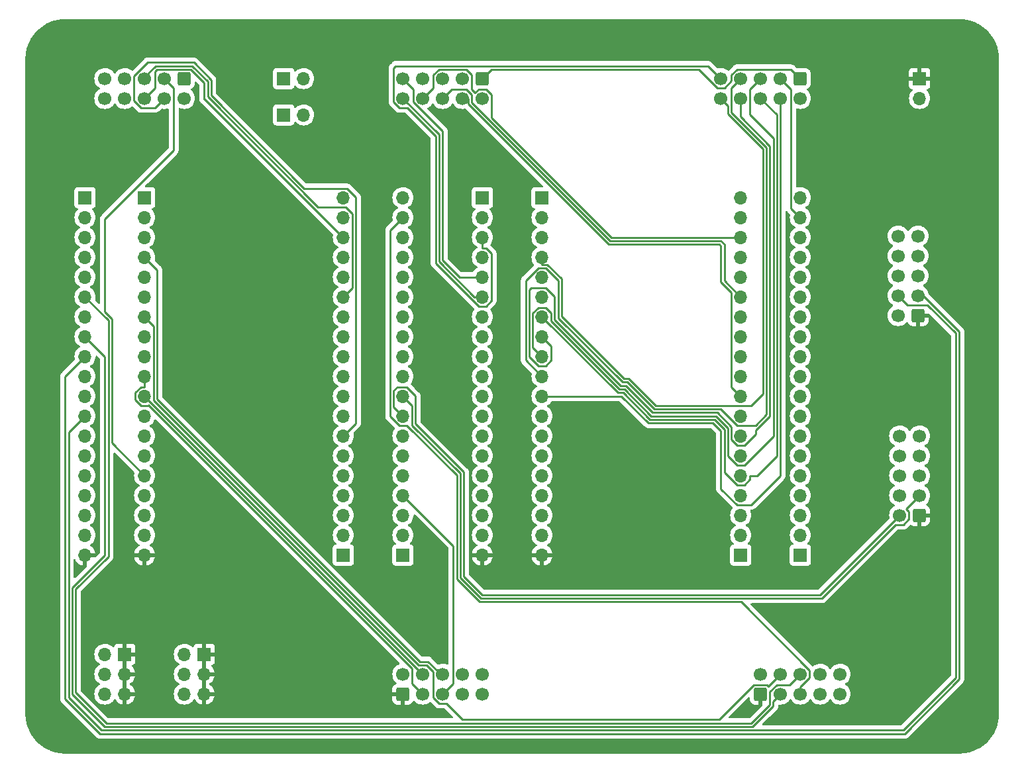
<source format=gbr>
%TF.GenerationSoftware,KiCad,Pcbnew,7.0.1*%
%TF.CreationDate,2023-05-05T18:30:54-04:00*%
%TF.ProjectId,PCB_BioGenius,5043425f-4269-46f4-9765-6e6975732e6b,rev?*%
%TF.SameCoordinates,Original*%
%TF.FileFunction,Copper,L1,Top*%
%TF.FilePolarity,Positive*%
%FSLAX46Y46*%
G04 Gerber Fmt 4.6, Leading zero omitted, Abs format (unit mm)*
G04 Created by KiCad (PCBNEW 7.0.1) date 2023-05-05 18:30:54*
%MOMM*%
%LPD*%
G01*
G04 APERTURE LIST*
G04 Aperture macros list*
%AMRoundRect*
0 Rectangle with rounded corners*
0 $1 Rounding radius*
0 $2 $3 $4 $5 $6 $7 $8 $9 X,Y pos of 4 corners*
0 Add a 4 corners polygon primitive as box body*
4,1,4,$2,$3,$4,$5,$6,$7,$8,$9,$2,$3,0*
0 Add four circle primitives for the rounded corners*
1,1,$1+$1,$2,$3*
1,1,$1+$1,$4,$5*
1,1,$1+$1,$6,$7*
1,1,$1+$1,$8,$9*
0 Add four rect primitives between the rounded corners*
20,1,$1+$1,$2,$3,$4,$5,0*
20,1,$1+$1,$4,$5,$6,$7,0*
20,1,$1+$1,$6,$7,$8,$9,0*
20,1,$1+$1,$8,$9,$2,$3,0*%
G04 Aperture macros list end*
%TA.AperFunction,ComponentPad*%
%ADD10RoundRect,0.250000X-0.600000X0.600000X-0.600000X-0.600000X0.600000X-0.600000X0.600000X0.600000X0*%
%TD*%
%TA.AperFunction,ComponentPad*%
%ADD11C,1.700000*%
%TD*%
%TA.AperFunction,ComponentPad*%
%ADD12RoundRect,0.250000X0.600000X0.600000X-0.600000X0.600000X-0.600000X-0.600000X0.600000X-0.600000X0*%
%TD*%
%TA.AperFunction,ComponentPad*%
%ADD13R,1.700000X1.700000*%
%TD*%
%TA.AperFunction,ComponentPad*%
%ADD14O,1.700000X1.700000*%
%TD*%
%TA.AperFunction,ComponentPad*%
%ADD15RoundRect,0.250000X0.600000X-0.600000X0.600000X0.600000X-0.600000X0.600000X-0.600000X-0.600000X0*%
%TD*%
%TA.AperFunction,Conductor*%
%ADD16C,0.250000*%
%TD*%
G04 APERTURE END LIST*
D10*
%TO.P,J4,1,Pin_1*%
%TO.N,/GND*%
X139700000Y-86360000D03*
D11*
%TO.P,J4,2,Pin_2*%
X139700000Y-88900000D03*
%TO.P,J4,3,Pin_3*%
%TO.N,/G13_2*%
X137160000Y-86360000D03*
%TO.P,J4,4,Pin_4*%
%TO.N,/G17_2*%
X137160000Y-88900000D03*
%TO.P,J4,5,Pin_5*%
%TO.N,/G14_2*%
X134620000Y-86360000D03*
%TO.P,J4,6,Pin_6*%
%TO.N,/G21_2*%
X134620000Y-88900000D03*
%TO.P,J4,7,Pin_7*%
%TO.N,/G16_2*%
X132080000Y-86360000D03*
%TO.P,J4,8,Pin_8*%
%TO.N,/G22_2*%
X132080000Y-88900000D03*
%TO.P,J4,9,Pin_9*%
%TO.N,/G34_2*%
X129540000Y-86360000D03*
%TO.P,J4,10,Pin_10*%
%TO.N,/G35_2*%
X129540000Y-88900000D03*
%TD*%
D12*
%TO.P,J6,1,Pin_1*%
%TO.N,/5V*%
X195378235Y-116668627D03*
D11*
%TO.P,J6,2,Pin_2*%
%TO.N,/GND*%
X192838235Y-116668627D03*
%TO.P,J6,3,Pin_3*%
%TO.N,/G25*%
X195378235Y-114128627D03*
%TO.P,J6,4,Pin_4*%
%TO.N,/G14*%
X192838235Y-114128627D03*
%TO.P,J6,5,Pin_5*%
%TO.N,unconnected-(J6-Pin_5-Pad5)*%
X195378235Y-111588627D03*
%TO.P,J6,6,Pin_6*%
%TO.N,unconnected-(J6-Pin_6-Pad6)*%
X192838235Y-111588627D03*
%TO.P,J6,7,Pin_7*%
%TO.N,unconnected-(J6-Pin_7-Pad7)*%
X195378235Y-109048627D03*
%TO.P,J6,8,Pin_8*%
%TO.N,unconnected-(J6-Pin_8-Pad8)*%
X192838235Y-109048627D03*
%TO.P,J6,9,Pin_9*%
%TO.N,unconnected-(J6-Pin_9-Pad9)*%
X195378235Y-106508627D03*
%TO.P,J6,10,Pin_10*%
%TO.N,unconnected-(J6-Pin_10-Pad10)*%
X192838235Y-106508627D03*
%TD*%
D12*
%TO.P,J11,1,Pin_1*%
%TO.N,/5V*%
X195580000Y-142240000D03*
D11*
%TO.P,J11,2,Pin_2*%
%TO.N,/G16*%
X193040000Y-142240000D03*
%TO.P,J11,3,Pin_3*%
%TO.N,/G17*%
X195580000Y-139700000D03*
%TO.P,J11,4,Pin_4*%
%TO.N,/GND*%
X193040000Y-139700000D03*
%TO.P,J11,5,Pin_5*%
%TO.N,unconnected-(J11-Pin_5-Pad5)*%
X195580000Y-137160000D03*
%TO.P,J11,6,Pin_6*%
%TO.N,unconnected-(J11-Pin_6-Pad6)*%
X193040000Y-137160000D03*
%TO.P,J11,7,Pin_7*%
%TO.N,unconnected-(J11-Pin_7-Pad7)*%
X195580000Y-134620000D03*
%TO.P,J11,8,Pin_8*%
%TO.N,unconnected-(J11-Pin_8-Pad8)*%
X193040000Y-134620000D03*
%TO.P,J11,9,Pin_9*%
%TO.N,unconnected-(J11-Pin_9-Pad9)*%
X195580000Y-132080000D03*
%TO.P,J11,10,Pin_10*%
%TO.N,unconnected-(J11-Pin_10-Pad10)*%
X193040000Y-132080000D03*
%TD*%
D13*
%TO.P,J17,1,Pin_1*%
%TO.N,/3.3V_2*%
X139700000Y-101600000D03*
D14*
%TO.P,J17,2,Pin_2*%
%TO.N,/EN_2*%
X139700000Y-104140000D03*
%TO.P,J17,3,Pin_3*%
%TO.N,/G36_2*%
X139700000Y-106680000D03*
%TO.P,J17,4,Pin_4*%
%TO.N,/G39_2*%
X139700000Y-109220000D03*
%TO.P,J17,5,Pin_5*%
%TO.N,/G34_2*%
X139700000Y-111760000D03*
%TO.P,J17,6,Pin_6*%
%TO.N,/G35_2*%
X139700000Y-114300000D03*
%TO.P,J17,7,Pin_7*%
%TO.N,/G32_2*%
X139700000Y-116840000D03*
%TO.P,J17,8,Pin_8*%
%TO.N,/G33_2*%
X139700000Y-119380000D03*
%TO.P,J17,9,Pin_9*%
%TO.N,/G25_2*%
X139700000Y-121920000D03*
%TO.P,J17,10,Pin_10*%
%TO.N,/G26_2*%
X139700000Y-124460000D03*
%TO.P,J17,11,Pin_11*%
%TO.N,/G27_2*%
X139700000Y-127000000D03*
%TO.P,J17,12,Pin_12*%
%TO.N,/G14_2*%
X139700000Y-129540000D03*
%TO.P,J17,13,Pin_13*%
%TO.N,/A15_2*%
X139700000Y-132080000D03*
%TO.P,J17,14,Pin_14*%
%TO.N,/GND*%
X139700000Y-134620000D03*
%TO.P,J17,15,Pin_15*%
%TO.N,/G13_2*%
X139700000Y-137160000D03*
%TO.P,J17,16,Pin_16*%
%TO.N,/G9_2*%
X139700000Y-139700000D03*
%TO.P,J17,17,Pin_17*%
%TO.N,/G10_2*%
X139700000Y-142240000D03*
%TO.P,J17,18,Pin_18*%
%TO.N,/G11_2*%
X139700000Y-144780000D03*
%TO.P,J17,19,Pin_19*%
%TO.N,/5V*%
X139700000Y-147320000D03*
%TD*%
D15*
%TO.P,J2,1,Pin_1*%
%TO.N,/5V*%
X175260000Y-165100000D03*
D11*
%TO.P,J2,2,Pin_2*%
%TO.N,/GND*%
X175260000Y-162560000D03*
%TO.P,J2,3,Pin_3*%
%TO.N,/G33*%
X177800000Y-165100000D03*
%TO.P,J2,4,Pin_4*%
%TO.N,/G32*%
X177800000Y-162560000D03*
%TO.P,J2,5,Pin_5*%
%TO.N,/G23*%
X180340000Y-165100000D03*
%TO.P,J2,6,Pin_6*%
%TO.N,/G35*%
X180340000Y-162560000D03*
%TO.P,J2,7,Pin_7*%
%TO.N,unconnected-(J2-Pin_7-Pad7)*%
X182880000Y-165100000D03*
%TO.P,J2,8,Pin_8*%
%TO.N,unconnected-(J2-Pin_8-Pad8)*%
X182880000Y-162560000D03*
%TO.P,J2,9,Pin_9*%
%TO.N,unconnected-(J2-Pin_9-Pad9)*%
X185420000Y-165100000D03*
%TO.P,J2,10,Pin_10*%
%TO.N,unconnected-(J2-Pin_10-Pad10)*%
X185420000Y-162560000D03*
%TD*%
D13*
%TO.P,J19,1,Pin_1*%
%TO.N,/G6_2*%
X180340000Y-147320000D03*
D14*
%TO.P,J19,2,Pin_2*%
%TO.N,/G7_2*%
X180340000Y-144780000D03*
%TO.P,J19,3,Pin_3*%
%TO.N,/G8_2*%
X180340000Y-142240000D03*
%TO.P,J19,4,Pin_4*%
%TO.N,/G15_2*%
X180340000Y-139700000D03*
%TO.P,J19,5,Pin_5*%
%TO.N,/G2_2*%
X180340000Y-137160000D03*
%TO.P,J19,6,Pin_6*%
%TO.N,/G0_2*%
X180340000Y-134620000D03*
%TO.P,J19,7,Pin_7*%
%TO.N,/G4_2*%
X180340000Y-132080000D03*
%TO.P,J19,8,Pin_8*%
%TO.N,/G16_2*%
X180340000Y-129540000D03*
%TO.P,J19,9,Pin_9*%
%TO.N,/G17_2*%
X180340000Y-127000000D03*
%TO.P,J19,10,Pin_10*%
%TO.N,/G5_2*%
X180340000Y-124460000D03*
%TO.P,J19,11,Pin_11*%
%TO.N,/G18*%
X180340000Y-121920000D03*
%TO.P,J19,12,Pin_12*%
%TO.N,/G19*%
X180340000Y-119380000D03*
%TO.P,J19,13,Pin_13*%
%TO.N,/GND*%
X180340000Y-116840000D03*
%TO.P,J19,14,Pin_14*%
%TO.N,/G21_2*%
X180340000Y-114300000D03*
%TO.P,J19,15,Pin_15*%
%TO.N,/G3_2*%
X180340000Y-111760000D03*
%TO.P,J19,16,Pin_16*%
%TO.N,/G1_2*%
X180340000Y-109220000D03*
%TO.P,J19,17,Pin_17*%
%TO.N,/G22_2*%
X180340000Y-106680000D03*
%TO.P,J19,18,Pin_18*%
%TO.N,/G23_2*%
X180340000Y-104140000D03*
%TO.P,J19,19,Pin_19*%
%TO.N,/GND*%
X180340000Y-101600000D03*
%TD*%
D13*
%TO.P,J12,1,Pin_1*%
%TO.N,/5V*%
X195580000Y-86360000D03*
D14*
%TO.P,J12,2,Pin_2*%
%TO.N,/GND*%
X195580000Y-88900000D03*
%TD*%
D10*
%TO.P,J5,1,Pin_1*%
%TO.N,/5V*%
X101600000Y-86360000D03*
D11*
%TO.P,J5,2,Pin_2*%
%TO.N,/GND*%
X101600000Y-88900000D03*
%TO.P,J5,3,Pin_3*%
%TO.N,/G13*%
X99060000Y-86360000D03*
%TO.P,J5,4,Pin_4*%
%TO.N,/G4*%
X99060000Y-88900000D03*
%TO.P,J5,5,Pin_5*%
%TO.N,/G21*%
X96520000Y-86360000D03*
%TO.P,J5,6,Pin_6*%
%TO.N,/G22*%
X96520000Y-88900000D03*
%TO.P,J5,7,Pin_7*%
%TO.N,unconnected-(J5-Pin_7-Pad7)*%
X93980000Y-86360000D03*
%TO.P,J5,8,Pin_8*%
%TO.N,unconnected-(J5-Pin_8-Pad8)*%
X93980000Y-88900000D03*
%TO.P,J5,9,Pin_9*%
%TO.N,unconnected-(J5-Pin_9-Pad9)*%
X91440000Y-86360000D03*
%TO.P,J5,10,Pin_10*%
%TO.N,unconnected-(J5-Pin_10-Pad10)*%
X91440000Y-88900000D03*
%TD*%
D15*
%TO.P,J1,1,Pin_1*%
%TO.N,/5V*%
X129540000Y-165100000D03*
D11*
%TO.P,J1,2,Pin_2*%
%TO.N,/GND*%
X129540000Y-162560000D03*
%TO.P,J1,3,Pin_3*%
%TO.N,/G26*%
X132080000Y-165100000D03*
%TO.P,J1,4,Pin_4*%
%TO.N,/G27*%
X132080000Y-162560000D03*
%TO.P,J1,5,Pin_5*%
%TO.N,/G15*%
X134620000Y-165100000D03*
%TO.P,J1,6,Pin_6*%
%TO.N,/G39*%
X134620000Y-162560000D03*
%TO.P,J1,7,Pin_7*%
%TO.N,unconnected-(J1-Pin_7-Pad7)*%
X137160000Y-165100000D03*
%TO.P,J1,8,Pin_8*%
%TO.N,unconnected-(J1-Pin_8-Pad8)*%
X137160000Y-162560000D03*
%TO.P,J1,9,Pin_9*%
%TO.N,unconnected-(J1-Pin_9-Pad9)*%
X139700000Y-165100000D03*
%TO.P,J1,10,Pin_10*%
%TO.N,unconnected-(J1-Pin_10-Pad10)*%
X139700000Y-162560000D03*
%TD*%
D13*
%TO.P,J15,1,Pin_1*%
%TO.N,/G34*%
X114300000Y-86360000D03*
D14*
%TO.P,J15,2,Pin_2*%
%TO.N,/G34_2*%
X116840000Y-86360000D03*
%TD*%
D13*
%TO.P,J9,1,Pin_1*%
%TO.N,/3.3V*%
X96520000Y-101600000D03*
D14*
%TO.P,J9,2,Pin_2*%
%TO.N,/EN*%
X96520000Y-104140000D03*
%TO.P,J9,3,Pin_3*%
%TO.N,/G36*%
X96520000Y-106680000D03*
%TO.P,J9,4,Pin_4*%
%TO.N,/G39*%
X96520000Y-109220000D03*
%TO.P,J9,5,Pin_5*%
%TO.N,/G34*%
X96520000Y-111760000D03*
%TO.P,J9,6,Pin_6*%
%TO.N,/G35*%
X96520000Y-114300000D03*
%TO.P,J9,7,Pin_7*%
%TO.N,/G32*%
X96520000Y-116840000D03*
%TO.P,J9,8,Pin_8*%
%TO.N,/G33*%
X96520000Y-119380000D03*
%TO.P,J9,9,Pin_9*%
%TO.N,/G25*%
X96520000Y-121920000D03*
%TO.P,J9,10,Pin_10*%
%TO.N,/G26*%
X96520000Y-124460000D03*
%TO.P,J9,11,Pin_11*%
%TO.N,/G27*%
X96520000Y-127000000D03*
%TO.P,J9,12,Pin_12*%
%TO.N,/G14*%
X96520000Y-129540000D03*
%TO.P,J9,13,Pin_13*%
%TO.N,/G12*%
X96520000Y-132080000D03*
%TO.P,J9,14,Pin_14*%
%TO.N,/GND*%
X96520000Y-134620000D03*
%TO.P,J9,15,Pin_15*%
%TO.N,/G13*%
X96520000Y-137160000D03*
%TO.P,J9,16,Pin_16*%
%TO.N,/G9*%
X96520000Y-139700000D03*
%TO.P,J9,17,Pin_17*%
%TO.N,/G10*%
X96520000Y-142240000D03*
%TO.P,J9,18,Pin_18*%
%TO.N,/G11*%
X96520000Y-144780000D03*
%TO.P,J9,19,Pin_19*%
%TO.N,/5V*%
X96520000Y-147320000D03*
%TD*%
D13*
%TO.P,J12,1,Pin_1*%
%TO.N,/G36*%
X114300000Y-91010000D03*
D14*
%TO.P,J12,2,Pin_2*%
%TO.N,/G35_2*%
X116840000Y-91010000D03*
%TD*%
D10*
%TO.P,J3,1,Pin_1*%
%TO.N,/GND*%
X180340000Y-86360000D03*
D11*
%TO.P,J3,2,Pin_2*%
X180340000Y-88900000D03*
%TO.P,J3,3,Pin_3*%
%TO.N,/G23_2*%
X177800000Y-86360000D03*
%TO.P,J3,4,Pin_4*%
%TO.N,/G27_2*%
X177800000Y-88900000D03*
%TO.P,J3,5,Pin_5*%
%TO.N,/G25_2*%
X175260000Y-86360000D03*
%TO.P,J3,6,Pin_6*%
%TO.N,/G32_2*%
X175260000Y-88900000D03*
%TO.P,J3,7,Pin_7*%
%TO.N,/G26_2*%
X172720000Y-86360000D03*
%TO.P,J3,8,Pin_8*%
%TO.N,/G33_2*%
X172720000Y-88900000D03*
%TO.P,J3,9,Pin_9*%
%TO.N,/G36_2*%
X170180000Y-86360000D03*
%TO.P,J3,10,Pin_10*%
%TO.N,/G39_2*%
X170180000Y-88900000D03*
%TD*%
D13*
%TO.P,J7,1,Pin_1*%
%TO.N,/3.3V*%
X88900000Y-101600000D03*
D14*
%TO.P,J7,2,Pin_2*%
%TO.N,/EN*%
X88900000Y-104140000D03*
%TO.P,J7,3,Pin_3*%
%TO.N,/G36*%
X88900000Y-106680000D03*
%TO.P,J7,4,Pin_4*%
%TO.N,/G39*%
X88900000Y-109220000D03*
%TO.P,J7,5,Pin_5*%
%TO.N,/G34*%
X88900000Y-111760000D03*
%TO.P,J7,6,Pin_6*%
%TO.N,/G35*%
X88900000Y-114300000D03*
%TO.P,J7,7,Pin_7*%
%TO.N,/G32*%
X88900000Y-116840000D03*
%TO.P,J7,8,Pin_8*%
%TO.N,/G33*%
X88900000Y-119380000D03*
%TO.P,J7,9,Pin_9*%
%TO.N,/G25*%
X88900000Y-121920000D03*
%TO.P,J7,10,Pin_10*%
%TO.N,/G26*%
X88900000Y-124460000D03*
%TO.P,J7,11,Pin_11*%
%TO.N,/G27*%
X88900000Y-127000000D03*
%TO.P,J7,12,Pin_12*%
%TO.N,/G14*%
X88900000Y-129540000D03*
%TO.P,J7,13,Pin_13*%
%TO.N,/G12*%
X88900000Y-132080000D03*
%TO.P,J7,14,Pin_14*%
%TO.N,/GND*%
X88900000Y-134620000D03*
%TO.P,J7,15,Pin_15*%
%TO.N,/G13*%
X88900000Y-137160000D03*
%TO.P,J7,16,Pin_16*%
%TO.N,/G9*%
X88900000Y-139700000D03*
%TO.P,J7,17,Pin_17*%
%TO.N,/G10*%
X88900000Y-142240000D03*
%TO.P,J7,18,Pin_18*%
%TO.N,/G11*%
X88900000Y-144780000D03*
%TO.P,J7,19,Pin_19*%
%TO.N,/5V*%
X88900000Y-147320000D03*
%TD*%
D13*
%TO.P,J8,1,Pin_1*%
%TO.N,/G6*%
X129540000Y-147320000D03*
D14*
%TO.P,J8,2,Pin_2*%
%TO.N,/G7*%
X129540000Y-144780000D03*
%TO.P,J8,3,Pin_3*%
%TO.N,/G8*%
X129540000Y-142240000D03*
%TO.P,J8,4,Pin_4*%
%TO.N,/G15*%
X129540000Y-139700000D03*
%TO.P,J8,5,Pin_5*%
%TO.N,/G2*%
X129540000Y-137160000D03*
%TO.P,J8,6,Pin_6*%
%TO.N,/G0*%
X129540000Y-134620000D03*
%TO.P,J8,7,Pin_7*%
%TO.N,/G4*%
X129540000Y-132080000D03*
%TO.P,J8,8,Pin_8*%
%TO.N,/G16*%
X129540000Y-129540000D03*
%TO.P,J8,9,Pin_9*%
%TO.N,/G17*%
X129540000Y-127000000D03*
%TO.P,J8,10,Pin_10*%
%TO.N,/G5*%
X129540000Y-124460000D03*
%TO.P,J8,11,Pin_11*%
%TO.N,/G18*%
X129540000Y-121920000D03*
%TO.P,J8,12,Pin_12*%
%TO.N,/G19*%
X129540000Y-119380000D03*
%TO.P,J8,13,Pin_13*%
%TO.N,/GND*%
X129540000Y-116840000D03*
%TO.P,J8,14,Pin_14*%
%TO.N,/G21*%
X129540000Y-114300000D03*
%TO.P,J8,15,Pin_15*%
%TO.N,/G3*%
X129540000Y-111760000D03*
%TO.P,J8,16,Pin_16*%
%TO.N,/G1*%
X129540000Y-109220000D03*
%TO.P,J8,17,Pin_17*%
%TO.N,/G22*%
X129540000Y-106680000D03*
%TO.P,J8,18,Pin_18*%
%TO.N,/G23*%
X129540000Y-104140000D03*
%TO.P,J8,19,Pin_19*%
%TO.N,/GND*%
X129540000Y-101600000D03*
%TD*%
D13*
%TO.P,J20,1,Pin_1*%
%TO.N,/G6_2*%
X172720000Y-147320000D03*
D14*
%TO.P,J20,2,Pin_2*%
%TO.N,/G7_2*%
X172720000Y-144780000D03*
%TO.P,J20,3,Pin_3*%
%TO.N,/G8_2*%
X172720000Y-142240000D03*
%TO.P,J20,4,Pin_4*%
%TO.N,/G15_2*%
X172720000Y-139700000D03*
%TO.P,J20,5,Pin_5*%
%TO.N,/G2_2*%
X172720000Y-137160000D03*
%TO.P,J20,6,Pin_6*%
%TO.N,/G0_2*%
X172720000Y-134620000D03*
%TO.P,J20,7,Pin_7*%
%TO.N,/G4_2*%
X172720000Y-132080000D03*
%TO.P,J20,8,Pin_8*%
%TO.N,/G16_2*%
X172720000Y-129540000D03*
%TO.P,J20,9,Pin_9*%
%TO.N,/G17_2*%
X172720000Y-127000000D03*
%TO.P,J20,10,Pin_10*%
%TO.N,/G5_2*%
X172720000Y-124460000D03*
%TO.P,J20,11,Pin_11*%
%TO.N,/G18*%
X172720000Y-121920000D03*
%TO.P,J20,12,Pin_12*%
%TO.N,/G19*%
X172720000Y-119380000D03*
%TO.P,J20,13,Pin_13*%
%TO.N,/GND*%
X172720000Y-116840000D03*
%TO.P,J20,14,Pin_14*%
%TO.N,/G21_2*%
X172720000Y-114300000D03*
%TO.P,J20,15,Pin_15*%
%TO.N,/G3_2*%
X172720000Y-111760000D03*
%TO.P,J20,16,Pin_16*%
%TO.N,/G1_2*%
X172720000Y-109220000D03*
%TO.P,J20,17,Pin_17*%
%TO.N,/G22_2*%
X172720000Y-106680000D03*
%TO.P,J20,18,Pin_18*%
%TO.N,/G23_2*%
X172720000Y-104140000D03*
%TO.P,J20,19,Pin_19*%
%TO.N,/GND*%
X172720000Y-101600000D03*
%TD*%
D13*
%TO.P,J14,1,Pin_1*%
%TO.N,/5V*%
X104140000Y-160020000D03*
D14*
%TO.P,J14,2,Pin_2*%
%TO.N,/GND*%
X101600000Y-160020000D03*
%TO.P,J14,3,Pin_3*%
%TO.N,/5V*%
X104140000Y-162560000D03*
%TO.P,J14,4,Pin_4*%
%TO.N,/GND*%
X101600000Y-162560000D03*
%TO.P,J14,5,Pin_5*%
%TO.N,/5V*%
X104140000Y-165100000D03*
%TO.P,J14,6,Pin_6*%
%TO.N,/GND*%
X101600000Y-165100000D03*
%TD*%
D13*
%TO.P,J18,1,Pin_1*%
%TO.N,/3.3V_2*%
X147320000Y-101600000D03*
D14*
%TO.P,J18,2,Pin_2*%
%TO.N,/EN_2*%
X147320000Y-104140000D03*
%TO.P,J18,3,Pin_3*%
%TO.N,/G36_2*%
X147320000Y-106680000D03*
%TO.P,J18,4,Pin_4*%
%TO.N,/G39_2*%
X147320000Y-109220000D03*
%TO.P,J18,5,Pin_5*%
%TO.N,/G34_2*%
X147320000Y-111760000D03*
%TO.P,J18,6,Pin_6*%
%TO.N,/G35_2*%
X147320000Y-114300000D03*
%TO.P,J18,7,Pin_7*%
%TO.N,/G32_2*%
X147320000Y-116840000D03*
%TO.P,J18,8,Pin_8*%
%TO.N,/G33_2*%
X147320000Y-119380000D03*
%TO.P,J18,9,Pin_9*%
%TO.N,/G25_2*%
X147320000Y-121920000D03*
%TO.P,J18,10,Pin_10*%
%TO.N,/G26_2*%
X147320000Y-124460000D03*
%TO.P,J18,11,Pin_11*%
%TO.N,/G27_2*%
X147320000Y-127000000D03*
%TO.P,J18,12,Pin_12*%
%TO.N,/G14_2*%
X147320000Y-129540000D03*
%TO.P,J18,13,Pin_13*%
%TO.N,/A15_2*%
X147320000Y-132080000D03*
%TO.P,J18,14,Pin_14*%
%TO.N,/GND*%
X147320000Y-134620000D03*
%TO.P,J18,15,Pin_15*%
%TO.N,/G13_2*%
X147320000Y-137160000D03*
%TO.P,J18,16,Pin_16*%
%TO.N,/G9_2*%
X147320000Y-139700000D03*
%TO.P,J18,17,Pin_17*%
%TO.N,/G10_2*%
X147320000Y-142240000D03*
%TO.P,J18,18,Pin_18*%
%TO.N,/G11_2*%
X147320000Y-144780000D03*
%TO.P,J18,19,Pin_19*%
%TO.N,/5V*%
X147320000Y-147320000D03*
%TD*%
D13*
%TO.P,J10,1,Pin_1*%
%TO.N,/G6*%
X121920000Y-147320000D03*
D14*
%TO.P,J10,2,Pin_2*%
%TO.N,/G7*%
X121920000Y-144780000D03*
%TO.P,J10,3,Pin_3*%
%TO.N,/G8*%
X121920000Y-142240000D03*
%TO.P,J10,4,Pin_4*%
%TO.N,/G15*%
X121920000Y-139700000D03*
%TO.P,J10,5,Pin_5*%
%TO.N,/G2*%
X121920000Y-137160000D03*
%TO.P,J10,6,Pin_6*%
%TO.N,/G0*%
X121920000Y-134620000D03*
%TO.P,J10,7,Pin_7*%
%TO.N,/G4*%
X121920000Y-132080000D03*
%TO.P,J10,8,Pin_8*%
%TO.N,/G16*%
X121920000Y-129540000D03*
%TO.P,J10,9,Pin_9*%
%TO.N,/G17*%
X121920000Y-127000000D03*
%TO.P,J10,10,Pin_10*%
%TO.N,/G5*%
X121920000Y-124460000D03*
%TO.P,J10,11,Pin_11*%
%TO.N,/G18*%
X121920000Y-121920000D03*
%TO.P,J10,12,Pin_12*%
%TO.N,/G19*%
X121920000Y-119380000D03*
%TO.P,J10,13,Pin_13*%
%TO.N,/GND*%
X121920000Y-116840000D03*
%TO.P,J10,14,Pin_14*%
%TO.N,/G21*%
X121920000Y-114300000D03*
%TO.P,J10,15,Pin_15*%
%TO.N,/G3*%
X121920000Y-111760000D03*
%TO.P,J10,16,Pin_16*%
%TO.N,/G1*%
X121920000Y-109220000D03*
%TO.P,J10,17,Pin_17*%
%TO.N,/G22*%
X121920000Y-106680000D03*
%TO.P,J10,18,Pin_18*%
%TO.N,/G23*%
X121920000Y-104140000D03*
%TO.P,J10,19,Pin_19*%
%TO.N,/GND*%
X121920000Y-101600000D03*
%TD*%
D13*
%TO.P,J13,1,Pin_1*%
%TO.N,/5V*%
X93980000Y-160020000D03*
D14*
%TO.P,J13,2,Pin_2*%
%TO.N,/GND*%
X91440000Y-160020000D03*
%TO.P,J13,3,Pin_3*%
%TO.N,/5V*%
X93980000Y-162560000D03*
%TO.P,J13,4,Pin_4*%
%TO.N,/GND*%
X91440000Y-162560000D03*
%TO.P,J13,5,Pin_5*%
%TO.N,/5V*%
X93980000Y-165100000D03*
%TO.P,J13,6,Pin_6*%
%TO.N,/GND*%
X91440000Y-165100000D03*
%TD*%
D16*
%TO.N,/GND*%
X171545000Y-86656701D02*
X171545000Y-85873299D01*
X172233299Y-85185000D02*
X179165000Y-85185000D01*
X169693299Y-87535000D02*
X170666701Y-87535000D01*
X179165000Y-85185000D02*
X180340000Y-86360000D01*
X140875000Y-85185000D02*
X167343299Y-85185000D01*
X171545000Y-85873299D02*
X172233299Y-85185000D01*
X167343299Y-85185000D02*
X169693299Y-87535000D01*
X139700000Y-86360000D02*
X140875000Y-85185000D01*
X170666701Y-87535000D02*
X171545000Y-86656701D01*
%TO.N,/G22*%
X104140000Y-88976827D02*
X104216827Y-88976827D01*
X98145000Y-85185000D02*
X102438173Y-85185000D01*
X104216827Y-88976827D02*
X121920000Y-106680000D01*
X104140000Y-86886827D02*
X104140000Y-88976827D01*
X97885000Y-87535000D02*
X97885000Y-85445000D01*
X97885000Y-85445000D02*
X98145000Y-85185000D01*
X102438173Y-85185000D02*
X104140000Y-86886827D01*
X96520000Y-88900000D02*
X97885000Y-87535000D01*
%TO.N,/G23*%
X130026701Y-130715000D02*
X136435000Y-137123299D01*
X181515000Y-163046701D02*
X180340000Y-164221701D01*
X136435000Y-137123299D02*
X136435000Y-150407792D01*
X129540000Y-104140000D02*
X127915000Y-105765000D01*
X180340000Y-164221701D02*
X180340000Y-165100000D01*
X181515000Y-162073299D02*
X181515000Y-163046701D01*
X136435000Y-150407792D02*
X139327208Y-153300000D01*
X129053299Y-130715000D02*
X130026701Y-130715000D01*
X139327208Y-153300000D02*
X172741701Y-153300000D01*
X172741701Y-153300000D02*
X181515000Y-162073299D01*
X127915000Y-105765000D02*
X127915000Y-129576701D01*
X127915000Y-129576701D02*
X129053299Y-130715000D01*
%TO.N,/G21*%
X102624569Y-84735000D02*
X104590000Y-86700431D01*
X104590000Y-86700431D02*
X104590000Y-88713604D01*
X118651396Y-102775000D02*
X122216701Y-102775000D01*
X96520000Y-86173604D02*
X97958604Y-84735000D01*
X104590000Y-88713604D02*
X118651396Y-102775000D01*
X97958604Y-84735000D02*
X102624569Y-84735000D01*
X123095000Y-113125000D02*
X121920000Y-114300000D01*
X123095000Y-103653299D02*
X123095000Y-113125000D01*
X96520000Y-86360000D02*
X96520000Y-86173604D01*
X122216701Y-102775000D02*
X123095000Y-103653299D01*
%TO.N,/G26*%
X95345000Y-126513299D02*
X96033299Y-125825000D01*
X96520000Y-125825000D02*
X96520000Y-124460000D01*
X96033299Y-128175000D02*
X95345000Y-127486701D01*
X130715000Y-161831396D02*
X97032652Y-128149048D01*
X95345000Y-127486701D02*
X95345000Y-126513299D01*
X132080000Y-165100000D02*
X130715000Y-163735000D01*
X130715000Y-163735000D02*
X130715000Y-161831396D01*
X97006701Y-128175000D02*
X96033299Y-128175000D01*
X97032652Y-128149048D02*
X97006701Y-128175000D01*
X96033299Y-125825000D02*
X96520000Y-125825000D01*
%TO.N,/G27*%
X132080000Y-162560000D02*
X96520000Y-127000000D01*
%TO.N,/G39*%
X134620000Y-162560000D02*
X133895000Y-162560000D01*
X133895000Y-162076903D02*
X132753097Y-160935000D01*
X133895000Y-162560000D02*
X133895000Y-162076903D01*
X131727792Y-160935000D02*
X98145000Y-127352208D01*
X98145000Y-127352208D02*
X98145000Y-110845000D01*
X98145000Y-110845000D02*
X96520000Y-109220000D01*
X132753097Y-160935000D02*
X131727792Y-160935000D01*
%TO.N,/G33*%
X177800000Y-165100000D02*
X176885000Y-166015000D01*
X176885000Y-166651396D02*
X174256396Y-169280000D01*
X91440000Y-121920000D02*
X88900000Y-119380000D01*
X174256396Y-169280000D02*
X91440000Y-169280000D01*
X91440000Y-147320000D02*
X91440000Y-121920000D01*
X91440000Y-169280000D02*
X87260000Y-165100000D01*
X176885000Y-166015000D02*
X176885000Y-166651396D01*
X87260000Y-151500000D02*
X91440000Y-147320000D01*
X87260000Y-165100000D02*
X87260000Y-151500000D01*
%TO.N,/G35*%
X91890000Y-117290000D02*
X88900000Y-114300000D01*
X87710000Y-151686396D02*
X91890000Y-147506396D01*
X176435000Y-166465000D02*
X174070000Y-168830000D01*
X177313299Y-163925000D02*
X176435000Y-164803299D01*
X176435000Y-164803299D02*
X176435000Y-166465000D01*
X91890000Y-147506396D02*
X91890000Y-117290000D01*
X178975000Y-163925000D02*
X177313299Y-163925000D01*
X180340000Y-162560000D02*
X178975000Y-163925000D01*
X91626396Y-168830000D02*
X87710000Y-164913604D01*
X87710000Y-164913604D02*
X87710000Y-151686396D01*
X174070000Y-168830000D02*
X91626396Y-168830000D01*
%TO.N,/G25*%
X193676396Y-170180000D02*
X90803604Y-170180000D01*
X86360000Y-124460000D02*
X88900000Y-121920000D01*
X200660000Y-163196396D02*
X193676396Y-170180000D01*
X200660000Y-118743604D02*
X200660000Y-163196396D01*
X86360000Y-165736396D02*
X86360000Y-124460000D01*
X90803604Y-170180000D02*
X86360000Y-165736396D01*
X196045023Y-114128627D02*
X200660000Y-118743604D01*
X195378235Y-114128627D02*
X196045023Y-114128627D01*
%TO.N,/G14*%
X194013235Y-115303627D02*
X196583627Y-115303627D01*
X192838235Y-114128627D02*
X194013235Y-115303627D01*
X86810000Y-165550000D02*
X86810000Y-131630000D01*
X193490000Y-169730000D02*
X90990000Y-169730000D01*
X200210000Y-118930000D02*
X200210000Y-163010000D01*
X86810000Y-131630000D02*
X88900000Y-129540000D01*
X196583627Y-115303627D02*
X200210000Y-118930000D01*
X200210000Y-163010000D02*
X193490000Y-169730000D01*
X90990000Y-169730000D02*
X86810000Y-165550000D01*
%TO.N,/G17*%
X194215000Y-141753299D02*
X194215000Y-142726701D01*
X193526701Y-143415000D02*
X192501396Y-143415000D01*
X194215000Y-142726701D02*
X193526701Y-143415000D01*
X183066396Y-152850000D02*
X139513604Y-152850000D01*
X193870850Y-141409150D02*
X194215000Y-141753299D01*
X139513604Y-152850000D02*
X136885000Y-150221396D01*
X136885000Y-150221396D02*
X136885000Y-136885000D01*
X195580000Y-139700000D02*
X193870850Y-141409150D01*
X130715000Y-130715000D02*
X130715000Y-128175000D01*
X136885000Y-136885000D02*
X130715000Y-130715000D01*
X192501396Y-143415000D02*
X183066396Y-152850000D01*
X130715000Y-128175000D02*
X129540000Y-127000000D01*
%TO.N,/G32*%
X97695000Y-127538604D02*
X97695000Y-118015000D01*
X137160000Y-168328299D02*
X135106701Y-166275000D01*
X176266586Y-164093414D02*
X176098173Y-163925000D01*
X131541396Y-161385000D02*
X97695000Y-127538604D01*
X137160000Y-168380000D02*
X137160000Y-168328299D01*
X169966827Y-168380000D02*
X137160000Y-168380000D01*
X174421827Y-163925000D02*
X169966827Y-168380000D01*
X97695000Y-118015000D02*
X96520000Y-116840000D01*
X133445000Y-162263299D02*
X132566701Y-161385000D01*
X177800000Y-162560000D02*
X176266586Y-164093414D01*
X132566701Y-161385000D02*
X131541396Y-161385000D01*
X134133299Y-166275000D02*
X133445000Y-165586701D01*
X135106701Y-166275000D02*
X134133299Y-166275000D01*
X133445000Y-165586701D02*
X133445000Y-162263299D01*
X176098173Y-163925000D02*
X174421827Y-163925000D01*
%TO.N,/G15*%
X135985000Y-163735000D02*
X135985000Y-146145000D01*
X134620000Y-165100000D02*
X135985000Y-163735000D01*
X135985000Y-146145000D02*
X129540000Y-139700000D01*
%TO.N,/G16*%
X131165000Y-126963299D02*
X130026701Y-125825000D01*
X137335000Y-150035000D02*
X137335000Y-136698604D01*
X128365000Y-126271396D02*
X128365000Y-128365000D01*
X139700000Y-152400000D02*
X137335000Y-150035000D01*
X131165000Y-130528604D02*
X131165000Y-126963299D01*
X130026701Y-125825000D02*
X128811396Y-125825000D01*
X128811396Y-125825000D02*
X128365000Y-126271396D01*
X182880000Y-152400000D02*
X139700000Y-152400000D01*
X128365000Y-128365000D02*
X129540000Y-129540000D01*
X193040000Y-142240000D02*
X182880000Y-152400000D01*
X137335000Y-136698604D02*
X131165000Y-130528604D01*
%TO.N,/G36_2*%
X170180000Y-86360000D02*
X168555000Y-84735000D01*
X139213299Y-115475000D02*
X140186701Y-115475000D01*
X130078604Y-90075000D02*
X133720000Y-93716396D01*
X133720000Y-93716396D02*
X133720000Y-109981701D01*
X140186701Y-115475000D02*
X140875000Y-114786701D01*
X168555000Y-84735000D02*
X128625000Y-84735000D01*
X140875000Y-108733299D02*
X140186701Y-108045000D01*
X129053299Y-90075000D02*
X130078604Y-90075000D01*
X128625000Y-84735000D02*
X128365000Y-84995000D01*
X139700000Y-108045000D02*
X139700000Y-106680000D01*
X128365000Y-89386701D02*
X129053299Y-90075000D01*
X140875000Y-114786701D02*
X140875000Y-108733299D01*
X128365000Y-84995000D02*
X128365000Y-89386701D01*
X133720000Y-109981701D02*
X139213299Y-115475000D01*
X140186701Y-108045000D02*
X139700000Y-108045000D01*
%TO.N,/G39_2*%
X174043604Y-128175000D02*
X161836980Y-128175000D01*
X175550000Y-126668604D02*
X174043604Y-128175000D01*
X149845000Y-116819416D02*
X149845000Y-111986903D01*
X147320000Y-110135000D02*
X147320000Y-109220000D01*
X149845000Y-111986903D02*
X147993097Y-110135000D01*
X147993097Y-110135000D02*
X147320000Y-110135000D01*
X175550000Y-95352792D02*
X175550000Y-126668604D01*
X170180000Y-88900000D02*
X171095000Y-89815000D01*
X157775584Y-124750000D02*
X149845000Y-116819416D01*
X171095000Y-90897792D02*
X175550000Y-95352792D01*
X171095000Y-89815000D02*
X171095000Y-90897792D01*
X158411980Y-124750000D02*
X157775584Y-124750000D01*
X161836980Y-128175000D02*
X158411980Y-124750000D01*
%TO.N,/G34_2*%
X134620000Y-109608909D02*
X136771091Y-111760000D01*
X129540000Y-86360000D02*
X130905000Y-87725000D01*
X130905000Y-89386701D02*
X134620000Y-93101701D01*
X130905000Y-87725000D02*
X130905000Y-89386701D01*
X134620000Y-93101701D02*
X134620000Y-109608909D01*
X136771091Y-111760000D02*
X139700000Y-111760000D01*
%TO.N,/G35_2*%
X134170000Y-93530000D02*
X134170000Y-109795305D01*
X134170000Y-109795305D02*
X138674695Y-114300000D01*
X129540000Y-88900000D02*
X134170000Y-93530000D01*
X138674695Y-114300000D02*
X139700000Y-114300000D01*
%TO.N,/G32_2*%
X169357208Y-129990000D02*
X161106396Y-129990000D01*
X177350000Y-134620000D02*
X174810000Y-137160000D01*
X177350000Y-90990000D02*
X177350000Y-134620000D01*
X173206701Y-138335000D02*
X172233299Y-138335000D01*
X170645000Y-136746701D02*
X170645000Y-131277792D01*
X172233299Y-138335000D02*
X170645000Y-136746701D01*
X157666396Y-126550000D02*
X157030000Y-126550000D01*
X157030000Y-126550000D02*
X147320000Y-116840000D01*
X175260000Y-88900000D02*
X177350000Y-90990000D01*
X161106396Y-129990000D02*
X157666396Y-126550000D01*
X174810000Y-137160000D02*
X173895000Y-137160000D01*
X173895000Y-137160000D02*
X173895000Y-137646701D01*
X173895000Y-137646701D02*
X173206701Y-138335000D01*
X170645000Y-131277792D02*
X169357208Y-129990000D01*
%TO.N,/G33_2*%
X145695000Y-121956701D02*
X146833299Y-123095000D01*
X172720000Y-88900000D02*
X172720000Y-91250000D01*
X145955000Y-113125000D02*
X145695000Y-113385000D01*
X147806701Y-123095000D02*
X148495000Y-122406701D01*
X171545000Y-132566701D02*
X171545000Y-130905000D01*
X171545000Y-130905000D02*
X169715000Y-129075000D01*
X161464188Y-129075000D02*
X158039188Y-125650000D01*
X148495000Y-122406701D02*
X148495000Y-120555000D01*
X169715000Y-129075000D02*
X161464188Y-129075000D01*
X174635000Y-131355000D02*
X174635000Y-131826701D01*
X172720000Y-91250000D02*
X176450000Y-94980000D01*
X148945000Y-117192208D02*
X148945000Y-114263299D01*
X157402792Y-125650000D02*
X148945000Y-117192208D01*
X174635000Y-131826701D02*
X173206701Y-133255000D01*
X148945000Y-114263299D02*
X147806701Y-113125000D01*
X146833299Y-123095000D02*
X147806701Y-123095000D01*
X176450000Y-94980000D02*
X176450000Y-129540000D01*
X172233299Y-133255000D02*
X171545000Y-132566701D01*
X145695000Y-113385000D02*
X145695000Y-121956701D01*
X176450000Y-129540000D02*
X174635000Y-131355000D01*
X147806701Y-113125000D02*
X145955000Y-113125000D01*
X148495000Y-120555000D02*
X147320000Y-119380000D01*
X173206701Y-133255000D02*
X172233299Y-133255000D01*
X158039188Y-125650000D02*
X157402792Y-125650000D01*
%TO.N,/G25_2*%
X171095000Y-131091396D02*
X169543604Y-129540000D01*
X174360000Y-134620000D02*
X174360000Y-134641701D01*
X157852792Y-126100000D02*
X157216396Y-126100000D01*
X176900000Y-132080000D02*
X174360000Y-134620000D01*
X175260000Y-86360000D02*
X173895000Y-87725000D01*
X171095000Y-134656701D02*
X171095000Y-131091396D01*
X146145000Y-120745000D02*
X147320000Y-121920000D01*
X176900000Y-93980000D02*
X176900000Y-132080000D01*
X161292792Y-129540000D02*
X157852792Y-126100000D01*
X148495000Y-116353299D02*
X147806701Y-115665000D01*
X172233299Y-135795000D02*
X171095000Y-134656701D01*
X169543604Y-129540000D02*
X161292792Y-129540000D01*
X174360000Y-134641701D02*
X173206701Y-135795000D01*
X173895000Y-90975000D02*
X176900000Y-93980000D01*
X173895000Y-87725000D02*
X173895000Y-90975000D01*
X147806701Y-115665000D02*
X146833299Y-115665000D01*
X148495000Y-117378604D02*
X148495000Y-116353299D01*
X146145000Y-116353299D02*
X146145000Y-120745000D01*
X157216396Y-126100000D02*
X148495000Y-117378604D01*
X173206701Y-135795000D02*
X172233299Y-135795000D01*
X146833299Y-115665000D02*
X146145000Y-116353299D01*
%TO.N,/G26_2*%
X171545000Y-87535000D02*
X171545000Y-90711396D01*
X176000000Y-95166396D02*
X176000000Y-129353604D01*
X149395000Y-112173299D02*
X147806701Y-110585000D01*
X172233299Y-130715000D02*
X170143299Y-128625000D01*
X158225584Y-125200000D02*
X157589188Y-125200000D01*
X149395000Y-117005812D02*
X149395000Y-112173299D01*
X145245000Y-112173299D02*
X145245000Y-122385000D01*
X176000000Y-129353604D02*
X174638604Y-130715000D01*
X170143299Y-128625000D02*
X161650584Y-128625000D01*
X174638604Y-130715000D02*
X172233299Y-130715000D01*
X147806701Y-110585000D02*
X146833299Y-110585000D01*
X146833299Y-110585000D02*
X145245000Y-112173299D01*
X161650584Y-128625000D02*
X158225584Y-125200000D01*
X157589188Y-125200000D02*
X149395000Y-117005812D01*
X171545000Y-90711396D02*
X176000000Y-95166396D01*
X172720000Y-86360000D02*
X171545000Y-87535000D01*
X145245000Y-122385000D02*
X147320000Y-124460000D01*
%TO.N,/G27_2*%
X177800000Y-88900000D02*
X177800000Y-137160000D01*
X177800000Y-137160000D02*
X174085000Y-140875000D01*
X160920000Y-130440000D02*
X157480000Y-127000000D01*
X169170812Y-130440000D02*
X160920000Y-130440000D01*
X172233299Y-140875000D02*
X170195000Y-138836701D01*
X157480000Y-127000000D02*
X147320000Y-127000000D01*
X170195000Y-138836701D02*
X170195000Y-131464188D01*
X174085000Y-140875000D02*
X172233299Y-140875000D01*
X170195000Y-131464188D02*
X169170812Y-130440000D01*
%TO.N,/G17_2*%
X169993604Y-107580000D02*
X170180000Y-107766396D01*
X171545000Y-113761396D02*
X171545000Y-125825000D01*
X137160000Y-88900000D02*
X137885000Y-88900000D01*
X171545000Y-125825000D02*
X172720000Y-127000000D01*
X170180000Y-112396396D02*
X171545000Y-113761396D01*
X137885000Y-89625000D02*
X155840000Y-107580000D01*
X155840000Y-107580000D02*
X169993604Y-107580000D01*
X170180000Y-107766396D02*
X170180000Y-112396396D01*
X137885000Y-88900000D02*
X137885000Y-89625000D01*
%TO.N,/G21_2*%
X135795000Y-87725000D02*
X137646701Y-87725000D01*
X170630000Y-112210000D02*
X172720000Y-114300000D01*
X134620000Y-88900000D02*
X135795000Y-87725000D01*
X170630000Y-107580000D02*
X170630000Y-112210000D01*
X138335000Y-89438604D02*
X156026396Y-107130000D01*
X170180000Y-107130000D02*
X170630000Y-107580000D01*
X138335000Y-88413299D02*
X138335000Y-89438604D01*
X156026396Y-107130000D02*
X170180000Y-107130000D01*
X137646701Y-87725000D02*
X138335000Y-88413299D01*
%TO.N,/G22_2*%
X133445000Y-87535000D02*
X133445000Y-85873299D01*
X132080000Y-88900000D02*
X133445000Y-87535000D01*
X138335000Y-85873299D02*
X138335000Y-87776903D01*
X133445000Y-85873299D02*
X134133299Y-85185000D01*
X138748198Y-88190101D02*
X139213299Y-87725000D01*
X156212792Y-106680000D02*
X172720000Y-106680000D01*
X140875000Y-88413299D02*
X140875000Y-91342208D01*
X140875000Y-91342208D02*
X156212792Y-106680000D01*
X140186701Y-87725000D02*
X140875000Y-88413299D01*
X134133299Y-85185000D02*
X137646701Y-85185000D01*
X139213299Y-87725000D02*
X140186701Y-87725000D01*
X138335000Y-87776903D02*
X138748198Y-88190101D01*
X137646701Y-85185000D02*
X138335000Y-85873299D01*
%TO.N,/G23_2*%
X177800000Y-86360000D02*
X179165000Y-87725000D01*
X179165000Y-102965000D02*
X180340000Y-104140000D01*
X179165000Y-87725000D02*
X179165000Y-102965000D01*
%TO.N,/G13_2*%
X137160000Y-86360000D02*
X136471701Y-86360000D01*
%TO.N,/G4*%
X105040000Y-88527208D02*
X116937792Y-100425000D01*
X97885000Y-90075000D02*
X96033299Y-90075000D01*
X95155000Y-89196701D02*
X95155000Y-86063299D01*
X95155000Y-86063299D02*
X96933299Y-84285000D01*
X123545000Y-101563299D02*
X123545000Y-130455000D01*
X96033299Y-90075000D02*
X95155000Y-89196701D01*
X96933299Y-84285000D02*
X102810965Y-84285000D01*
X116937792Y-100425000D02*
X122406701Y-100425000D01*
X99060000Y-88900000D02*
X97885000Y-90075000D01*
X123545000Y-130455000D02*
X121920000Y-132080000D01*
X105040000Y-86514035D02*
X105040000Y-88527208D01*
X102810965Y-84285000D02*
X105040000Y-86514035D01*
X122406701Y-100425000D02*
X123545000Y-101563299D01*
%TO.N,/G13*%
X92340000Y-117103604D02*
X92340000Y-132980000D01*
X91440000Y-104330000D02*
X91440000Y-116203604D01*
X99060000Y-86360000D02*
X100235000Y-87535000D01*
X100235000Y-87535000D02*
X100235000Y-95535000D01*
X100235000Y-95535000D02*
X91440000Y-104330000D01*
X92340000Y-132980000D02*
X96520000Y-137160000D01*
X91440000Y-116203604D02*
X92340000Y-117103604D01*
%TD*%
%TA.AperFunction,Conductor*%
%TO.N,/5V*%
G36*
X175448000Y-164866613D02*
G01*
X175493387Y-164912000D01*
X175510000Y-164974000D01*
X175510000Y-166454047D01*
X175500561Y-166501500D01*
X175473681Y-166541728D01*
X173847228Y-168168181D01*
X173807000Y-168195061D01*
X173759547Y-168204500D01*
X171326279Y-168204500D01*
X171269984Y-168190985D01*
X171225961Y-168153385D01*
X171203806Y-168099898D01*
X171208348Y-168042182D01*
X171238598Y-167992819D01*
X172458694Y-166772723D01*
X173698323Y-165533094D01*
X173747682Y-165502847D01*
X173805397Y-165498305D01*
X173858885Y-165520460D01*
X173896484Y-165564483D01*
X173910000Y-165620777D01*
X173910000Y-165749978D01*
X173920493Y-165852695D01*
X173975642Y-166019122D01*
X174067683Y-166168345D01*
X174191654Y-166292316D01*
X174340877Y-166384357D01*
X174507303Y-166439506D01*
X174610021Y-166450000D01*
X175010000Y-166450000D01*
X175010000Y-164974000D01*
X175026613Y-164912000D01*
X175072000Y-164866613D01*
X175134000Y-164850000D01*
X175386000Y-164850000D01*
X175448000Y-164866613D01*
G37*
%TD.AperFunction*%
%TA.AperFunction,Conductor*%
G36*
X97935123Y-129955923D02*
G01*
X97985517Y-129986503D01*
X129093495Y-161094482D01*
X129124075Y-161144875D01*
X129127930Y-161203695D01*
X129104190Y-161257649D01*
X129058219Y-161294545D01*
X128862170Y-161385965D01*
X128668598Y-161521505D01*
X128501505Y-161688598D01*
X128365965Y-161882170D01*
X128266097Y-162096336D01*
X128204936Y-162324592D01*
X128184340Y-162560000D01*
X128204936Y-162795407D01*
X128249709Y-162962501D01*
X128266097Y-163023663D01*
X128365965Y-163237830D01*
X128501505Y-163431401D01*
X128501508Y-163431404D01*
X128676270Y-163606166D01*
X128673809Y-163608626D01*
X128704251Y-163645989D01*
X128713088Y-163713076D01*
X128685389Y-163774814D01*
X128629402Y-163812817D01*
X128620879Y-163815641D01*
X128471654Y-163907683D01*
X128347683Y-164031654D01*
X128255642Y-164180877D01*
X128200493Y-164347303D01*
X128190000Y-164450021D01*
X128190000Y-164850000D01*
X129666000Y-164850000D01*
X129728000Y-164866613D01*
X129773387Y-164912000D01*
X129790000Y-164974000D01*
X129790000Y-166449999D01*
X130189979Y-166449999D01*
X130292695Y-166439506D01*
X130459122Y-166384357D01*
X130608345Y-166292316D01*
X130732316Y-166168345D01*
X130824357Y-166019123D01*
X130827180Y-166010603D01*
X130865179Y-165954616D01*
X130926913Y-165926913D01*
X130993999Y-165935743D01*
X131031374Y-165966189D01*
X131033834Y-165963730D01*
X131041505Y-165971401D01*
X131208599Y-166138495D01*
X131402170Y-166274035D01*
X131616337Y-166373903D01*
X131828070Y-166430636D01*
X131844592Y-166435063D01*
X132079999Y-166455659D01*
X132079999Y-166455658D01*
X132080000Y-166455659D01*
X132315408Y-166435063D01*
X132543663Y-166373903D01*
X132757830Y-166274035D01*
X132951401Y-166138495D01*
X132951404Y-166138491D01*
X132960287Y-166132272D01*
X132962376Y-166135255D01*
X132999606Y-166113708D01*
X133063845Y-166113667D01*
X133119483Y-166145774D01*
X133632496Y-166658787D01*
X133645397Y-166674889D01*
X133647511Y-166676874D01*
X133647513Y-166676877D01*
X133672799Y-166700622D01*
X133696539Y-166722916D01*
X133699334Y-166725625D01*
X133718829Y-166745120D01*
X133722003Y-166747582D01*
X133730867Y-166755153D01*
X133762717Y-166785062D01*
X133780100Y-166794618D01*
X133780269Y-166794711D01*
X133796537Y-166805397D01*
X133812363Y-166817673D01*
X133852447Y-166835018D01*
X133862927Y-166840152D01*
X133901207Y-166861197D01*
X133906053Y-166862441D01*
X133920612Y-166866180D01*
X133939015Y-166872480D01*
X133957404Y-166880438D01*
X134000553Y-166887271D01*
X134011979Y-166889638D01*
X134027521Y-166893629D01*
X134054279Y-166900500D01*
X134054280Y-166900500D01*
X134074315Y-166900500D01*
X134093712Y-166902026D01*
X134113495Y-166905160D01*
X134156973Y-166901050D01*
X134168643Y-166900500D01*
X134796249Y-166900500D01*
X134843702Y-166909939D01*
X134883930Y-166936819D01*
X135939929Y-167992819D01*
X135970179Y-168042182D01*
X135974721Y-168099898D01*
X135952566Y-168153385D01*
X135908543Y-168190985D01*
X135852248Y-168204500D01*
X91936849Y-168204500D01*
X91889396Y-168195061D01*
X91849168Y-168168181D01*
X88780987Y-165100000D01*
X90084340Y-165100000D01*
X90104936Y-165335407D01*
X90148585Y-165498305D01*
X90166097Y-165563663D01*
X90265965Y-165777830D01*
X90401505Y-165971401D01*
X90568599Y-166138495D01*
X90762170Y-166274035D01*
X90976337Y-166373903D01*
X91188070Y-166430636D01*
X91204592Y-166435063D01*
X91439999Y-166455659D01*
X91439999Y-166455658D01*
X91440000Y-166455659D01*
X91675408Y-166435063D01*
X91903663Y-166373903D01*
X92117830Y-166274035D01*
X92311401Y-166138495D01*
X92478495Y-165971401D01*
X92608732Y-165785402D01*
X92653048Y-165746539D01*
X92710305Y-165732528D01*
X92767562Y-165746539D01*
X92811880Y-165785404D01*
X92941893Y-165971081D01*
X93108918Y-166138106D01*
X93302423Y-166273600D01*
X93516507Y-166373430D01*
X93729999Y-166430635D01*
X93730000Y-166430636D01*
X93730000Y-165350000D01*
X94230000Y-165350000D01*
X94230000Y-166430635D01*
X94443492Y-166373430D01*
X94657576Y-166273600D01*
X94851081Y-166138106D01*
X95018106Y-165971081D01*
X95153600Y-165777576D01*
X95253430Y-165563492D01*
X95310636Y-165350000D01*
X94230000Y-165350000D01*
X93730000Y-165350000D01*
X93730000Y-165100000D01*
X100244340Y-165100000D01*
X100264936Y-165335407D01*
X100308585Y-165498305D01*
X100326097Y-165563663D01*
X100425965Y-165777830D01*
X100561505Y-165971401D01*
X100728599Y-166138495D01*
X100922170Y-166274035D01*
X101136337Y-166373903D01*
X101348070Y-166430636D01*
X101364592Y-166435063D01*
X101599999Y-166455659D01*
X101599999Y-166455658D01*
X101600000Y-166455659D01*
X101835408Y-166435063D01*
X102063663Y-166373903D01*
X102277830Y-166274035D01*
X102471401Y-166138495D01*
X102638495Y-165971401D01*
X102768732Y-165785402D01*
X102813048Y-165746539D01*
X102870305Y-165732528D01*
X102927562Y-165746539D01*
X102971880Y-165785404D01*
X103101893Y-165971081D01*
X103268918Y-166138106D01*
X103462423Y-166273600D01*
X103676507Y-166373430D01*
X103889999Y-166430635D01*
X103890000Y-166430636D01*
X103890000Y-165350000D01*
X104390000Y-165350000D01*
X104390000Y-166430635D01*
X104603492Y-166373430D01*
X104817576Y-166273600D01*
X105011081Y-166138106D01*
X105178106Y-165971081D01*
X105313600Y-165777576D01*
X105413430Y-165563492D01*
X105470636Y-165350000D01*
X128190001Y-165350000D01*
X128190001Y-165749979D01*
X128200493Y-165852695D01*
X128255642Y-166019122D01*
X128347683Y-166168345D01*
X128471654Y-166292316D01*
X128620877Y-166384357D01*
X128787303Y-166439506D01*
X128890021Y-166450000D01*
X129290000Y-166450000D01*
X129290000Y-165350000D01*
X128190001Y-165350000D01*
X105470636Y-165350000D01*
X104390000Y-165350000D01*
X103890000Y-165350000D01*
X103890000Y-162810000D01*
X104390000Y-162810000D01*
X104390000Y-164850000D01*
X105470636Y-164850000D01*
X105470635Y-164849999D01*
X105413430Y-164636507D01*
X105313599Y-164422421D01*
X105178109Y-164228921D01*
X105011081Y-164061893D01*
X104824968Y-163931575D01*
X104786103Y-163887257D01*
X104772092Y-163830000D01*
X104786103Y-163772743D01*
X104824968Y-163728425D01*
X105011081Y-163598106D01*
X105178106Y-163431081D01*
X105313600Y-163237576D01*
X105413430Y-163023492D01*
X105470636Y-162810000D01*
X104390000Y-162810000D01*
X103890000Y-162810000D01*
X103890000Y-160270000D01*
X104390000Y-160270000D01*
X104390000Y-162310000D01*
X105470636Y-162310000D01*
X105470635Y-162309999D01*
X105413430Y-162096507D01*
X105313599Y-161882421D01*
X105178109Y-161688921D01*
X105055665Y-161566477D01*
X105024369Y-161513731D01*
X105022180Y-161452438D01*
X105049633Y-161397593D01*
X105100013Y-161362614D01*
X105232088Y-161313352D01*
X105347188Y-161227188D01*
X105433352Y-161112089D01*
X105483597Y-160977375D01*
X105490000Y-160917824D01*
X105490000Y-160270000D01*
X104390000Y-160270000D01*
X103890000Y-160270000D01*
X103890000Y-158670000D01*
X104390000Y-158670000D01*
X104390000Y-159770000D01*
X105490000Y-159770000D01*
X105490000Y-159122176D01*
X105483597Y-159062624D01*
X105433352Y-158927910D01*
X105347188Y-158812811D01*
X105232089Y-158726647D01*
X105097375Y-158676402D01*
X105037824Y-158670000D01*
X104390000Y-158670000D01*
X103890000Y-158670000D01*
X103242176Y-158670000D01*
X103182624Y-158676402D01*
X103047910Y-158726647D01*
X102932811Y-158812811D01*
X102846646Y-158927913D01*
X102797576Y-159059472D01*
X102762597Y-159109850D01*
X102707753Y-159137303D01*
X102646460Y-159135114D01*
X102593714Y-159103818D01*
X102471404Y-158981508D01*
X102471401Y-158981505D01*
X102277830Y-158845965D01*
X102063663Y-158746097D01*
X101991074Y-158726647D01*
X101835407Y-158684936D01*
X101599999Y-158664340D01*
X101364592Y-158684936D01*
X101136336Y-158746097D01*
X100922170Y-158845965D01*
X100728598Y-158981505D01*
X100561505Y-159148598D01*
X100425965Y-159342170D01*
X100326097Y-159556336D01*
X100264936Y-159784592D01*
X100244340Y-160020000D01*
X100264936Y-160255407D01*
X100296976Y-160374980D01*
X100326097Y-160483663D01*
X100425965Y-160697830D01*
X100561505Y-160891401D01*
X100728599Y-161058495D01*
X100914160Y-161188426D01*
X100953024Y-161232743D01*
X100967035Y-161290000D01*
X100953024Y-161347257D01*
X100914158Y-161391575D01*
X100739702Y-161513731D01*
X100728595Y-161521508D01*
X100561505Y-161688598D01*
X100425965Y-161882170D01*
X100326097Y-162096336D01*
X100264936Y-162324592D01*
X100244340Y-162559999D01*
X100264936Y-162795407D01*
X100309709Y-162962501D01*
X100326097Y-163023663D01*
X100425965Y-163237830D01*
X100561505Y-163431401D01*
X100728599Y-163598495D01*
X100914160Y-163728426D01*
X100953024Y-163772743D01*
X100967035Y-163830000D01*
X100953024Y-163887257D01*
X100914158Y-163931575D01*
X100730012Y-164060516D01*
X100728595Y-164061508D01*
X100561505Y-164228598D01*
X100425965Y-164422170D01*
X100326097Y-164636336D01*
X100264936Y-164864592D01*
X100244340Y-165100000D01*
X93730000Y-165100000D01*
X93730000Y-162810000D01*
X94230000Y-162810000D01*
X94230000Y-164850000D01*
X95310636Y-164850000D01*
X95310635Y-164849999D01*
X95253430Y-164636507D01*
X95153599Y-164422421D01*
X95018109Y-164228921D01*
X94851081Y-164061893D01*
X94664968Y-163931575D01*
X94626103Y-163887257D01*
X94612092Y-163830000D01*
X94626103Y-163772743D01*
X94664968Y-163728425D01*
X94851081Y-163598106D01*
X95018106Y-163431081D01*
X95153600Y-163237576D01*
X95253430Y-163023492D01*
X95310636Y-162810000D01*
X94230000Y-162810000D01*
X93730000Y-162810000D01*
X93730000Y-160270000D01*
X94230000Y-160270000D01*
X94230000Y-162310000D01*
X95310636Y-162310000D01*
X95310635Y-162309999D01*
X95253430Y-162096507D01*
X95153599Y-161882421D01*
X95018109Y-161688921D01*
X94895665Y-161566477D01*
X94864369Y-161513731D01*
X94862180Y-161452438D01*
X94889633Y-161397593D01*
X94940013Y-161362614D01*
X95072088Y-161313352D01*
X95187188Y-161227188D01*
X95273352Y-161112089D01*
X95323597Y-160977375D01*
X95330000Y-160917824D01*
X95330000Y-160270000D01*
X94230000Y-160270000D01*
X93730000Y-160270000D01*
X93730000Y-158670000D01*
X94230000Y-158670000D01*
X94230000Y-159770000D01*
X95330000Y-159770000D01*
X95330000Y-159122176D01*
X95323597Y-159062624D01*
X95273352Y-158927910D01*
X95187188Y-158812811D01*
X95072089Y-158726647D01*
X94937375Y-158676402D01*
X94877824Y-158670000D01*
X94230000Y-158670000D01*
X93730000Y-158670000D01*
X93082176Y-158670000D01*
X93022624Y-158676402D01*
X92887910Y-158726647D01*
X92772811Y-158812811D01*
X92686646Y-158927913D01*
X92637576Y-159059472D01*
X92602597Y-159109850D01*
X92547753Y-159137303D01*
X92486460Y-159135114D01*
X92433714Y-159103818D01*
X92311404Y-158981508D01*
X92311401Y-158981505D01*
X92117830Y-158845965D01*
X91903663Y-158746097D01*
X91831074Y-158726647D01*
X91675407Y-158684936D01*
X91439999Y-158664340D01*
X91204592Y-158684936D01*
X90976336Y-158746097D01*
X90762170Y-158845965D01*
X90568598Y-158981505D01*
X90401505Y-159148598D01*
X90265965Y-159342170D01*
X90166097Y-159556336D01*
X90104936Y-159784592D01*
X90084340Y-160020000D01*
X90104936Y-160255407D01*
X90136976Y-160374980D01*
X90166097Y-160483663D01*
X90265965Y-160697830D01*
X90401505Y-160891401D01*
X90568599Y-161058495D01*
X90754160Y-161188426D01*
X90793024Y-161232743D01*
X90807035Y-161290000D01*
X90793024Y-161347257D01*
X90754158Y-161391575D01*
X90579702Y-161513731D01*
X90568595Y-161521508D01*
X90401505Y-161688598D01*
X90265965Y-161882170D01*
X90166097Y-162096336D01*
X90104936Y-162324592D01*
X90084340Y-162559999D01*
X90104936Y-162795407D01*
X90149709Y-162962501D01*
X90166097Y-163023663D01*
X90265965Y-163237830D01*
X90401505Y-163431401D01*
X90568599Y-163598495D01*
X90754160Y-163728426D01*
X90793024Y-163772743D01*
X90807035Y-163830000D01*
X90793024Y-163887257D01*
X90754158Y-163931575D01*
X90570012Y-164060516D01*
X90568595Y-164061508D01*
X90401505Y-164228598D01*
X90265965Y-164422170D01*
X90166097Y-164636336D01*
X90104936Y-164864592D01*
X90084340Y-165100000D01*
X88780987Y-165100000D01*
X88371819Y-164690832D01*
X88344939Y-164650604D01*
X88335500Y-164603151D01*
X88335500Y-151996848D01*
X88344939Y-151949395D01*
X88371819Y-151909167D01*
X88813104Y-151467882D01*
X92273786Y-148007198D01*
X92289887Y-147994300D01*
X92291874Y-147992183D01*
X92291877Y-147992182D01*
X92337932Y-147943137D01*
X92340613Y-147940372D01*
X92347915Y-147933070D01*
X92360120Y-147920866D01*
X92362581Y-147917691D01*
X92370152Y-147908827D01*
X92400062Y-147876978D01*
X92409713Y-147859422D01*
X92420393Y-147843163D01*
X92432674Y-147827332D01*
X92450018Y-147787247D01*
X92455160Y-147776752D01*
X92476197Y-147738488D01*
X92481178Y-147719084D01*
X92487480Y-147700679D01*
X92495438Y-147682291D01*
X92502270Y-147639144D01*
X92504639Y-147627712D01*
X92515500Y-147585416D01*
X92515500Y-147570000D01*
X95189364Y-147570000D01*
X95246569Y-147783492D01*
X95346399Y-147997576D01*
X95481893Y-148191081D01*
X95648918Y-148358106D01*
X95842423Y-148493600D01*
X96056507Y-148593430D01*
X96269999Y-148650635D01*
X96270000Y-148650636D01*
X96270000Y-147570000D01*
X96770000Y-147570000D01*
X96770000Y-148650635D01*
X96983492Y-148593430D01*
X97197576Y-148493600D01*
X97391081Y-148358106D01*
X97558106Y-148191081D01*
X97693600Y-147997576D01*
X97793430Y-147783492D01*
X97850636Y-147570000D01*
X96770000Y-147570000D01*
X96270000Y-147570000D01*
X95189364Y-147570000D01*
X92515500Y-147570000D01*
X92515500Y-147565380D01*
X92517027Y-147545981D01*
X92518975Y-147533681D01*
X92520160Y-147526200D01*
X92516050Y-147482721D01*
X92515500Y-147471052D01*
X92515500Y-134339452D01*
X92529015Y-134283157D01*
X92566615Y-134239134D01*
X92620102Y-134216979D01*
X92677818Y-134221521D01*
X92727181Y-134251771D01*
X95179762Y-136704352D01*
X95211856Y-136759939D01*
X95211856Y-136824126D01*
X95184936Y-136924593D01*
X95164340Y-137160000D01*
X95184936Y-137395407D01*
X95214161Y-137504474D01*
X95246097Y-137623663D01*
X95345965Y-137837830D01*
X95481505Y-138031401D01*
X95648599Y-138198495D01*
X95834160Y-138328426D01*
X95873024Y-138372743D01*
X95887035Y-138430000D01*
X95873024Y-138487257D01*
X95834160Y-138531574D01*
X95650012Y-138660516D01*
X95648595Y-138661508D01*
X95481505Y-138828598D01*
X95345965Y-139022170D01*
X95246097Y-139236336D01*
X95184936Y-139464592D01*
X95164340Y-139699999D01*
X95184936Y-139935407D01*
X95229054Y-140100058D01*
X95246097Y-140163663D01*
X95345965Y-140377830D01*
X95481505Y-140571401D01*
X95648599Y-140738495D01*
X95834160Y-140868426D01*
X95873024Y-140912743D01*
X95887035Y-140970000D01*
X95873024Y-141027257D01*
X95834158Y-141071575D01*
X95650012Y-141200516D01*
X95648595Y-141201508D01*
X95481505Y-141368598D01*
X95345965Y-141562170D01*
X95246097Y-141776336D01*
X95184936Y-142004592D01*
X95164340Y-142240000D01*
X95184936Y-142475407D01*
X95229054Y-142640058D01*
X95246097Y-142703663D01*
X95345965Y-142917830D01*
X95481505Y-143111401D01*
X95648599Y-143278495D01*
X95834160Y-143408426D01*
X95873024Y-143452743D01*
X95887035Y-143510000D01*
X95873024Y-143567257D01*
X95834159Y-143611575D01*
X95648595Y-143741508D01*
X95481505Y-143908598D01*
X95345965Y-144102170D01*
X95246097Y-144316336D01*
X95184936Y-144544592D01*
X95164340Y-144779999D01*
X95184936Y-145015407D01*
X95229709Y-145182502D01*
X95246097Y-145243663D01*
X95345965Y-145457830D01*
X95481505Y-145651401D01*
X95648599Y-145818495D01*
X95834597Y-145948732D01*
X95873460Y-145993048D01*
X95887471Y-146050305D01*
X95873461Y-146107561D01*
X95834595Y-146151880D01*
X95648919Y-146281892D01*
X95481890Y-146448921D01*
X95346400Y-146642421D01*
X95246569Y-146856507D01*
X95189364Y-147069999D01*
X95189364Y-147070000D01*
X97850636Y-147070000D01*
X97850635Y-147069999D01*
X97793430Y-146856507D01*
X97693599Y-146642421D01*
X97558109Y-146448921D01*
X97391081Y-146281893D01*
X97205404Y-146151880D01*
X97166539Y-146107562D01*
X97152528Y-146050305D01*
X97166539Y-145993048D01*
X97205402Y-145948732D01*
X97391401Y-145818495D01*
X97558495Y-145651401D01*
X97694035Y-145457830D01*
X97793903Y-145243663D01*
X97855063Y-145015408D01*
X97875659Y-144780000D01*
X97855063Y-144544592D01*
X97793903Y-144316337D01*
X97694035Y-144102171D01*
X97558495Y-143908599D01*
X97391401Y-143741505D01*
X97205839Y-143611573D01*
X97166975Y-143567257D01*
X97152964Y-143510000D01*
X97166975Y-143452743D01*
X97205839Y-143408426D01*
X97391401Y-143278495D01*
X97558495Y-143111401D01*
X97694035Y-142917830D01*
X97793903Y-142703663D01*
X97855063Y-142475408D01*
X97875659Y-142240000D01*
X97855063Y-142004592D01*
X97793903Y-141776337D01*
X97694035Y-141562171D01*
X97558495Y-141368599D01*
X97391401Y-141201505D01*
X97205839Y-141071573D01*
X97166975Y-141027257D01*
X97152964Y-140970000D01*
X97166975Y-140912743D01*
X97205839Y-140868426D01*
X97391401Y-140738495D01*
X97558495Y-140571401D01*
X97694035Y-140377830D01*
X97793903Y-140163663D01*
X97855063Y-139935408D01*
X97875659Y-139700000D01*
X97855063Y-139464592D01*
X97793903Y-139236337D01*
X97694035Y-139022171D01*
X97558495Y-138828599D01*
X97391401Y-138661505D01*
X97205839Y-138531573D01*
X97166974Y-138487255D01*
X97152964Y-138429999D01*
X97166975Y-138372742D01*
X97205837Y-138328428D01*
X97391401Y-138198495D01*
X97558495Y-138031401D01*
X97694035Y-137837830D01*
X97793903Y-137623663D01*
X97855063Y-137395408D01*
X97875659Y-137160000D01*
X97855063Y-136924592D01*
X97793903Y-136696337D01*
X97694035Y-136482171D01*
X97558495Y-136288599D01*
X97391401Y-136121505D01*
X97205839Y-135991573D01*
X97166975Y-135947257D01*
X97152964Y-135890000D01*
X97166975Y-135832743D01*
X97205839Y-135788426D01*
X97391401Y-135658495D01*
X97558495Y-135491401D01*
X97694035Y-135297830D01*
X97793903Y-135083663D01*
X97855063Y-134855408D01*
X97875659Y-134620000D01*
X97855063Y-134384592D01*
X97793903Y-134156337D01*
X97694035Y-133942171D01*
X97558495Y-133748599D01*
X97391401Y-133581505D01*
X97205839Y-133451573D01*
X97166975Y-133407257D01*
X97152964Y-133350000D01*
X97166975Y-133292743D01*
X97205839Y-133248426D01*
X97391401Y-133118495D01*
X97558495Y-132951401D01*
X97694035Y-132757830D01*
X97793903Y-132543663D01*
X97855063Y-132315408D01*
X97875659Y-132080000D01*
X97855063Y-131844592D01*
X97793903Y-131616337D01*
X97694035Y-131402171D01*
X97558495Y-131208599D01*
X97391401Y-131041505D01*
X97205839Y-130911573D01*
X97166976Y-130867257D01*
X97152965Y-130810000D01*
X97166976Y-130752743D01*
X97205839Y-130708426D01*
X97391401Y-130578495D01*
X97558495Y-130411401D01*
X97694035Y-130217830D01*
X97785456Y-130021777D01*
X97822349Y-129975808D01*
X97876303Y-129952068D01*
X97935123Y-129955923D01*
G37*
%TD.AperFunction*%
%TA.AperFunction,Conductor*%
G36*
X90467807Y-121832398D02*
G01*
X90778181Y-122142772D01*
X90805061Y-122183000D01*
X90814500Y-122230453D01*
X90814500Y-147009548D01*
X90805061Y-147057001D01*
X90778181Y-147097229D01*
X90341728Y-147533681D01*
X90301500Y-147560561D01*
X90254047Y-147570000D01*
X89150000Y-147570000D01*
X89150000Y-148674046D01*
X89140561Y-148721499D01*
X89113681Y-148761727D01*
X87647181Y-150228228D01*
X87597818Y-150258478D01*
X87540102Y-150263020D01*
X87486615Y-150240865D01*
X87449015Y-150196842D01*
X87435500Y-150140547D01*
X87435500Y-147933070D01*
X87453211Y-147869205D01*
X87501285Y-147823585D01*
X87565989Y-147809240D01*
X87628840Y-147830269D01*
X87671882Y-147880665D01*
X87726399Y-147997576D01*
X87861893Y-148191081D01*
X88028918Y-148358106D01*
X88222423Y-148493600D01*
X88436507Y-148593430D01*
X88649999Y-148650635D01*
X88650000Y-148650636D01*
X88650000Y-147194000D01*
X88666613Y-147132000D01*
X88712000Y-147086613D01*
X88774000Y-147070000D01*
X90230636Y-147070000D01*
X90230635Y-147069999D01*
X90173430Y-146856507D01*
X90073599Y-146642421D01*
X89938109Y-146448921D01*
X89771081Y-146281893D01*
X89585404Y-146151880D01*
X89546539Y-146107562D01*
X89532528Y-146050305D01*
X89546539Y-145993048D01*
X89585402Y-145948732D01*
X89771401Y-145818495D01*
X89938495Y-145651401D01*
X90074035Y-145457830D01*
X90173903Y-145243663D01*
X90235063Y-145015408D01*
X90255659Y-144780000D01*
X90235063Y-144544592D01*
X90173903Y-144316337D01*
X90074035Y-144102171D01*
X89938495Y-143908599D01*
X89771401Y-143741505D01*
X89585839Y-143611573D01*
X89546975Y-143567257D01*
X89532964Y-143510000D01*
X89546975Y-143452743D01*
X89585839Y-143408426D01*
X89771401Y-143278495D01*
X89938495Y-143111401D01*
X90074035Y-142917830D01*
X90173903Y-142703663D01*
X90235063Y-142475408D01*
X90255659Y-142240000D01*
X90235063Y-142004592D01*
X90173903Y-141776337D01*
X90074035Y-141562171D01*
X89938495Y-141368599D01*
X89771401Y-141201505D01*
X89585839Y-141071573D01*
X89546975Y-141027257D01*
X89532964Y-140970000D01*
X89546975Y-140912743D01*
X89585839Y-140868426D01*
X89771401Y-140738495D01*
X89938495Y-140571401D01*
X90074035Y-140377830D01*
X90173903Y-140163663D01*
X90235063Y-139935408D01*
X90255659Y-139700000D01*
X90235063Y-139464592D01*
X90173903Y-139236337D01*
X90074035Y-139022171D01*
X89938495Y-138828599D01*
X89771401Y-138661505D01*
X89585839Y-138531573D01*
X89546974Y-138487255D01*
X89532964Y-138429999D01*
X89546975Y-138372742D01*
X89585837Y-138328428D01*
X89771401Y-138198495D01*
X89938495Y-138031401D01*
X90074035Y-137837830D01*
X90173903Y-137623663D01*
X90235063Y-137395408D01*
X90255659Y-137160000D01*
X90235063Y-136924592D01*
X90173903Y-136696337D01*
X90074035Y-136482171D01*
X89938495Y-136288599D01*
X89771401Y-136121505D01*
X89585839Y-135991573D01*
X89546975Y-135947257D01*
X89532964Y-135890000D01*
X89546975Y-135832743D01*
X89585839Y-135788426D01*
X89771401Y-135658495D01*
X89938495Y-135491401D01*
X90074035Y-135297830D01*
X90173903Y-135083663D01*
X90235063Y-134855408D01*
X90255659Y-134620000D01*
X90235063Y-134384592D01*
X90173903Y-134156337D01*
X90074035Y-133942171D01*
X89938495Y-133748599D01*
X89771401Y-133581505D01*
X89585839Y-133451573D01*
X89546975Y-133407257D01*
X89532964Y-133350000D01*
X89546975Y-133292743D01*
X89585839Y-133248426D01*
X89771401Y-133118495D01*
X89938495Y-132951401D01*
X90074035Y-132757830D01*
X90173903Y-132543663D01*
X90235063Y-132315408D01*
X90255659Y-132080000D01*
X90235063Y-131844592D01*
X90173903Y-131616337D01*
X90074035Y-131402171D01*
X89938495Y-131208599D01*
X89771401Y-131041505D01*
X89585839Y-130911573D01*
X89546976Y-130867257D01*
X89532965Y-130810000D01*
X89546976Y-130752743D01*
X89585839Y-130708426D01*
X89771401Y-130578495D01*
X89938495Y-130411401D01*
X90074035Y-130217830D01*
X90173903Y-130003663D01*
X90235063Y-129775408D01*
X90255659Y-129540000D01*
X90235063Y-129304592D01*
X90173903Y-129076337D01*
X90074035Y-128862171D01*
X89938495Y-128668599D01*
X89771401Y-128501505D01*
X89585839Y-128371573D01*
X89546976Y-128327257D01*
X89532965Y-128270000D01*
X89546976Y-128212743D01*
X89585839Y-128168426D01*
X89771401Y-128038495D01*
X89938495Y-127871401D01*
X90074035Y-127677830D01*
X90173903Y-127463663D01*
X90235063Y-127235408D01*
X90255659Y-127000000D01*
X90235063Y-126764592D01*
X90173903Y-126536337D01*
X90074035Y-126322171D01*
X89938495Y-126128599D01*
X89771401Y-125961505D01*
X89585839Y-125831573D01*
X89546975Y-125787257D01*
X89532964Y-125730000D01*
X89546975Y-125672743D01*
X89585839Y-125628426D01*
X89771401Y-125498495D01*
X89938495Y-125331401D01*
X90074035Y-125137830D01*
X90173903Y-124923663D01*
X90235063Y-124695408D01*
X90255659Y-124460000D01*
X90235063Y-124224592D01*
X90173903Y-123996337D01*
X90074035Y-123782171D01*
X89938495Y-123588599D01*
X89771401Y-123421505D01*
X89585839Y-123291573D01*
X89546975Y-123247257D01*
X89532964Y-123190000D01*
X89546975Y-123132743D01*
X89585839Y-123088426D01*
X89771401Y-122958495D01*
X89938495Y-122791401D01*
X90074035Y-122597830D01*
X90173903Y-122383663D01*
X90235063Y-122155408D01*
X90255659Y-121920000D01*
X90255659Y-121919999D01*
X90256598Y-121909272D01*
X90281750Y-121844592D01*
X90337716Y-121803557D01*
X90406965Y-121799018D01*
X90467807Y-121832398D01*
G37*
%TD.AperFunction*%
%TA.AperFunction,Conductor*%
G36*
X200662562Y-78740605D02*
G01*
X200877373Y-78749490D01*
X201080249Y-78758348D01*
X201090120Y-78759177D01*
X201305510Y-78786026D01*
X201305963Y-78786084D01*
X201508504Y-78812749D01*
X201517718Y-78814319D01*
X201729797Y-78858787D01*
X201730827Y-78859009D01*
X201930566Y-78903290D01*
X201939092Y-78905502D01*
X202076957Y-78946546D01*
X202146503Y-78967251D01*
X202148407Y-78967835D01*
X202199925Y-78984078D01*
X202343404Y-79029316D01*
X202351119Y-79032034D01*
X202552754Y-79110712D01*
X202555027Y-79111626D01*
X202743987Y-79189896D01*
X202750965Y-79193043D01*
X202945405Y-79288098D01*
X202948080Y-79289449D01*
X203038300Y-79336415D01*
X203129482Y-79383882D01*
X203135698Y-79387348D01*
X203321533Y-79498081D01*
X203324685Y-79500024D01*
X203497116Y-79609875D01*
X203502545Y-79613538D01*
X203678570Y-79739218D01*
X203682002Y-79741759D01*
X203844219Y-79866232D01*
X203848874Y-79869985D01*
X204013920Y-80009771D01*
X204017552Y-80012972D01*
X204168327Y-80151132D01*
X204172235Y-80154873D01*
X204325125Y-80307763D01*
X204328866Y-80311671D01*
X204467026Y-80462446D01*
X204470227Y-80466078D01*
X204610013Y-80631124D01*
X204613766Y-80635779D01*
X204738239Y-80797996D01*
X204740780Y-80801428D01*
X204866460Y-80977453D01*
X204870123Y-80982882D01*
X204979974Y-81155313D01*
X204981917Y-81158465D01*
X205092650Y-81344300D01*
X205096116Y-81350516D01*
X205190534Y-81531889D01*
X205191946Y-81534686D01*
X205286942Y-81729004D01*
X205290102Y-81736011D01*
X205368351Y-81924920D01*
X205369307Y-81927298D01*
X205447949Y-82128838D01*
X205450693Y-82136627D01*
X205512163Y-82331591D01*
X205512747Y-82333495D01*
X205574494Y-82540898D01*
X205576710Y-82549441D01*
X205620949Y-82748987D01*
X205621249Y-82750380D01*
X205665675Y-82962260D01*
X205667253Y-82971521D01*
X205693887Y-83173829D01*
X205693996Y-83174676D01*
X205720818Y-83389849D01*
X205721652Y-83399778D01*
X205730512Y-83602701D01*
X205730524Y-83602986D01*
X205739394Y-83817438D01*
X205739500Y-83822562D01*
X205739500Y-167637438D01*
X205739394Y-167642562D01*
X205730524Y-167857013D01*
X205730512Y-167857298D01*
X205721652Y-168060220D01*
X205720818Y-168070149D01*
X205693996Y-168285322D01*
X205693887Y-168286169D01*
X205667252Y-168488480D01*
X205665674Y-168497741D01*
X205621250Y-168709611D01*
X205620950Y-168711004D01*
X205576711Y-168910553D01*
X205574495Y-168919096D01*
X205512745Y-169126510D01*
X205512161Y-169128415D01*
X205450693Y-169323372D01*
X205447949Y-169331160D01*
X205369307Y-169532700D01*
X205368351Y-169535078D01*
X205290102Y-169723987D01*
X205286942Y-169730994D01*
X205191946Y-169925312D01*
X205190534Y-169928109D01*
X205096117Y-170109482D01*
X205092650Y-170115699D01*
X204981925Y-170301518D01*
X204979984Y-170304669D01*
X204870122Y-170477119D01*
X204866458Y-170482548D01*
X204740782Y-170658568D01*
X204738241Y-170662001D01*
X204613762Y-170824224D01*
X204610009Y-170828878D01*
X204470215Y-170993933D01*
X204467015Y-170997565D01*
X204328886Y-171148307D01*
X204325144Y-171152215D01*
X204172218Y-171305141D01*
X204168310Y-171308882D01*
X204017553Y-171447025D01*
X204013921Y-171450225D01*
X203848884Y-171590004D01*
X203844230Y-171593758D01*
X203681985Y-171718254D01*
X203678552Y-171720795D01*
X203502556Y-171846454D01*
X203497127Y-171850118D01*
X203324690Y-171959972D01*
X203321539Y-171961913D01*
X203135703Y-172072648D01*
X203129485Y-172076116D01*
X202948116Y-172170530D01*
X202945320Y-172171941D01*
X202750988Y-172266944D01*
X202743981Y-172270104D01*
X202555072Y-172348353D01*
X202552694Y-172349309D01*
X202351163Y-172427946D01*
X202343376Y-172430690D01*
X202148433Y-172492156D01*
X202146527Y-172492740D01*
X201939081Y-172554499D01*
X201930537Y-172556715D01*
X201731086Y-172600932D01*
X201729695Y-172601232D01*
X201517740Y-172645675D01*
X201508478Y-172647253D01*
X201306170Y-172673887D01*
X201305323Y-172673996D01*
X201090152Y-172700817D01*
X201080223Y-172701651D01*
X200877189Y-172710516D01*
X200876905Y-172710528D01*
X200662588Y-172719393D01*
X200657463Y-172719499D01*
X86362560Y-172719499D01*
X86357437Y-172719393D01*
X86347620Y-172718987D01*
X86142673Y-172710510D01*
X86142389Y-172710498D01*
X85939778Y-172701652D01*
X85929849Y-172700818D01*
X85714676Y-172673996D01*
X85713829Y-172673887D01*
X85511521Y-172647253D01*
X85502260Y-172645675D01*
X85290380Y-172601249D01*
X85288987Y-172600949D01*
X85089441Y-172556710D01*
X85080898Y-172554494D01*
X84873495Y-172492747D01*
X84871591Y-172492163D01*
X84676627Y-172430693D01*
X84668845Y-172427951D01*
X84538255Y-172376995D01*
X84467298Y-172349307D01*
X84464920Y-172348351D01*
X84276011Y-172270102D01*
X84269004Y-172266942D01*
X84074657Y-172171931D01*
X84071889Y-172170534D01*
X83890516Y-172076116D01*
X83884300Y-172072650D01*
X83698465Y-171961917D01*
X83695313Y-171959974D01*
X83522882Y-171850123D01*
X83517453Y-171846460D01*
X83341428Y-171720780D01*
X83337996Y-171718239D01*
X83175779Y-171593766D01*
X83171124Y-171590013D01*
X83006078Y-171450227D01*
X83002446Y-171447026D01*
X82851671Y-171308866D01*
X82847763Y-171305125D01*
X82694873Y-171152235D01*
X82691132Y-171148327D01*
X82552972Y-170997552D01*
X82549771Y-170993920D01*
X82409985Y-170828874D01*
X82406232Y-170824219D01*
X82281759Y-170662002D01*
X82279218Y-170658570D01*
X82153538Y-170482545D01*
X82149875Y-170477116D01*
X82040024Y-170304685D01*
X82038081Y-170301533D01*
X81927348Y-170115698D01*
X81923882Y-170109482D01*
X81829464Y-169928109D01*
X81828098Y-169925404D01*
X81733043Y-169730965D01*
X81729896Y-169723987D01*
X81651626Y-169535027D01*
X81650712Y-169532754D01*
X81572034Y-169331119D01*
X81569316Y-169323404D01*
X81524078Y-169179925D01*
X81507835Y-169128407D01*
X81507251Y-169126503D01*
X81445504Y-168919100D01*
X81443288Y-168910557D01*
X81439356Y-168892819D01*
X81399009Y-168710827D01*
X81398787Y-168709797D01*
X81354319Y-168497718D01*
X81352746Y-168488480D01*
X81326084Y-168285963D01*
X81326026Y-168285510D01*
X81299177Y-168070120D01*
X81298348Y-168060249D01*
X81289487Y-167857298D01*
X81280605Y-167642562D01*
X81280500Y-167637439D01*
X81280500Y-124440194D01*
X85729840Y-124440194D01*
X85733950Y-124483675D01*
X85734500Y-124495344D01*
X85734500Y-165653652D01*
X85732235Y-165674158D01*
X85734439Y-165744269D01*
X85734500Y-165748164D01*
X85734500Y-165775745D01*
X85735003Y-165779730D01*
X85735918Y-165791363D01*
X85737290Y-165835022D01*
X85742879Y-165854256D01*
X85746825Y-165873312D01*
X85749335Y-165893188D01*
X85765414Y-165933800D01*
X85769197Y-165944847D01*
X85781382Y-165986787D01*
X85791580Y-166004031D01*
X85800136Y-166021496D01*
X85807514Y-166040128D01*
X85807515Y-166040129D01*
X85833180Y-166075455D01*
X85839593Y-166085218D01*
X85861826Y-166122812D01*
X85861829Y-166122815D01*
X85861830Y-166122816D01*
X85875995Y-166136981D01*
X85888627Y-166151771D01*
X85900406Y-166167983D01*
X85934058Y-166195822D01*
X85942699Y-166203685D01*
X90302800Y-170563787D01*
X90315700Y-170579888D01*
X90366827Y-170627900D01*
X90369623Y-170630610D01*
X90389133Y-170650120D01*
X90392315Y-170652588D01*
X90401175Y-170660155D01*
X90433022Y-170690062D01*
X90450576Y-170699712D01*
X90466840Y-170710396D01*
X90478576Y-170719499D01*
X90482668Y-170722673D01*
X90507513Y-170733424D01*
X90522756Y-170740021D01*
X90533235Y-170745154D01*
X90571512Y-170766197D01*
X90590910Y-170771177D01*
X90609312Y-170777477D01*
X90627708Y-170785438D01*
X90670865Y-170792273D01*
X90682268Y-170794634D01*
X90724585Y-170805500D01*
X90744620Y-170805500D01*
X90764017Y-170807026D01*
X90783800Y-170810160D01*
X90827278Y-170806050D01*
X90838948Y-170805500D01*
X193593652Y-170805500D01*
X193614158Y-170807764D01*
X193617061Y-170807672D01*
X193617063Y-170807673D01*
X193684268Y-170805561D01*
X193688164Y-170805500D01*
X193715745Y-170805500D01*
X193715746Y-170805500D01*
X193719715Y-170804998D01*
X193731361Y-170804080D01*
X193775023Y-170802709D01*
X193794255Y-170797120D01*
X193813314Y-170793174D01*
X193820487Y-170792268D01*
X193833188Y-170790664D01*
X193873803Y-170774582D01*
X193884840Y-170770803D01*
X193926786Y-170758618D01*
X193944025Y-170748422D01*
X193961498Y-170739862D01*
X193980128Y-170732486D01*
X194015460Y-170706814D01*
X194025226Y-170700400D01*
X194062814Y-170678171D01*
X194062813Y-170678171D01*
X194062816Y-170678170D01*
X194076981Y-170664004D01*
X194091769Y-170651373D01*
X194107983Y-170639594D01*
X194135834Y-170605926D01*
X194143675Y-170597309D01*
X201043789Y-163697196D01*
X201059885Y-163684302D01*
X201061873Y-163682183D01*
X201061877Y-163682182D01*
X201107948Y-163633119D01*
X201110566Y-163630419D01*
X201130120Y-163610867D01*
X201132581Y-163607694D01*
X201140156Y-163598823D01*
X201170062Y-163566978D01*
X201179717Y-163549414D01*
X201190394Y-163533160D01*
X201202673Y-163517332D01*
X201220018Y-163477248D01*
X201225160Y-163466752D01*
X201225901Y-163465405D01*
X201246197Y-163428488D01*
X201251179Y-163409080D01*
X201257481Y-163390676D01*
X201265437Y-163372292D01*
X201272269Y-163329148D01*
X201274633Y-163317734D01*
X201285500Y-163275415D01*
X201285500Y-163255379D01*
X201287027Y-163235980D01*
X201290160Y-163216200D01*
X201286050Y-163172724D01*
X201285500Y-163161054D01*
X201285500Y-118826345D01*
X201287763Y-118805841D01*
X201285561Y-118735749D01*
X201285500Y-118731855D01*
X201285500Y-118704261D01*
X201285500Y-118704254D01*
X201284995Y-118700257D01*
X201284080Y-118688627D01*
X201282709Y-118644977D01*
X201277120Y-118625744D01*
X201273174Y-118606686D01*
X201270664Y-118586810D01*
X201254588Y-118546208D01*
X201250804Y-118535157D01*
X201243087Y-118508598D01*
X201238618Y-118493214D01*
X201228414Y-118475959D01*
X201219861Y-118458499D01*
X201212486Y-118439873D01*
X201212486Y-118439872D01*
X201186808Y-118404529D01*
X201180401Y-118394775D01*
X201158169Y-118357183D01*
X201144006Y-118343020D01*
X201131367Y-118328221D01*
X201119595Y-118312017D01*
X201085941Y-118284177D01*
X201077299Y-118276313D01*
X196743780Y-113942793D01*
X196711687Y-113887206D01*
X196652138Y-113664964D01*
X196552270Y-113450798D01*
X196416730Y-113257226D01*
X196249636Y-113090132D01*
X196064074Y-112960200D01*
X196025210Y-112915884D01*
X196011199Y-112858627D01*
X196025210Y-112801370D01*
X196064074Y-112757053D01*
X196249636Y-112627122D01*
X196416730Y-112460028D01*
X196552270Y-112266457D01*
X196652138Y-112052290D01*
X196713298Y-111824035D01*
X196733894Y-111588627D01*
X196713298Y-111353219D01*
X196652138Y-111124964D01*
X196552270Y-110910798D01*
X196416730Y-110717226D01*
X196249636Y-110550132D01*
X196064074Y-110420200D01*
X196025211Y-110375884D01*
X196011200Y-110318627D01*
X196025211Y-110261370D01*
X196064074Y-110217053D01*
X196249636Y-110087122D01*
X196416730Y-109920028D01*
X196552270Y-109726457D01*
X196652138Y-109512290D01*
X196713298Y-109284035D01*
X196733894Y-109048627D01*
X196713298Y-108813219D01*
X196652138Y-108584964D01*
X196552270Y-108370798D01*
X196416730Y-108177226D01*
X196249636Y-108010132D01*
X196064074Y-107880200D01*
X196025210Y-107835884D01*
X196011199Y-107778627D01*
X196025210Y-107721370D01*
X196064074Y-107677053D01*
X196249636Y-107547122D01*
X196416730Y-107380028D01*
X196552270Y-107186457D01*
X196652138Y-106972290D01*
X196713298Y-106744035D01*
X196733894Y-106508627D01*
X196713298Y-106273219D01*
X196652138Y-106044964D01*
X196552270Y-105830798D01*
X196416730Y-105637226D01*
X196249636Y-105470132D01*
X196056065Y-105334592D01*
X195841898Y-105234724D01*
X195780736Y-105218336D01*
X195613642Y-105173563D01*
X195378235Y-105152967D01*
X195142827Y-105173563D01*
X194914571Y-105234724D01*
X194700405Y-105334592D01*
X194506833Y-105470132D01*
X194339740Y-105637225D01*
X194209810Y-105822786D01*
X194165492Y-105861652D01*
X194108235Y-105875663D01*
X194050978Y-105861652D01*
X194006660Y-105822786D01*
X193879726Y-105641505D01*
X193876730Y-105637226D01*
X193709636Y-105470132D01*
X193516065Y-105334592D01*
X193301898Y-105234724D01*
X193240736Y-105218336D01*
X193073642Y-105173563D01*
X192838235Y-105152967D01*
X192602827Y-105173563D01*
X192374571Y-105234724D01*
X192160405Y-105334592D01*
X191966833Y-105470132D01*
X191799740Y-105637225D01*
X191664200Y-105830797D01*
X191564332Y-106044963D01*
X191503171Y-106273219D01*
X191482575Y-106508627D01*
X191503171Y-106744034D01*
X191547944Y-106911129D01*
X191564332Y-106972290D01*
X191664200Y-107186457D01*
X191799740Y-107380028D01*
X191966834Y-107547122D01*
X192152395Y-107677053D01*
X192191259Y-107721370D01*
X192205270Y-107778627D01*
X192191259Y-107835884D01*
X192152393Y-107880202D01*
X191970942Y-108007256D01*
X191966830Y-108010135D01*
X191799740Y-108177225D01*
X191664200Y-108370797D01*
X191564332Y-108584963D01*
X191503171Y-108813219D01*
X191482575Y-109048626D01*
X191503171Y-109284034D01*
X191520798Y-109349818D01*
X191564332Y-109512290D01*
X191664200Y-109726457D01*
X191799740Y-109920028D01*
X191966834Y-110087122D01*
X192152395Y-110217053D01*
X192191259Y-110261370D01*
X192205270Y-110318627D01*
X192191259Y-110375884D01*
X192152393Y-110420202D01*
X191970942Y-110547256D01*
X191966830Y-110550135D01*
X191799740Y-110717225D01*
X191664200Y-110910797D01*
X191564332Y-111124963D01*
X191503171Y-111353219D01*
X191482575Y-111588626D01*
X191503171Y-111824034D01*
X191536268Y-111947553D01*
X191564332Y-112052290D01*
X191664200Y-112266457D01*
X191799740Y-112460028D01*
X191966834Y-112627122D01*
X192152395Y-112757053D01*
X192191259Y-112801370D01*
X192205270Y-112858627D01*
X192191259Y-112915884D01*
X192152393Y-112960202D01*
X191970942Y-113087256D01*
X191966830Y-113090135D01*
X191799740Y-113257225D01*
X191664200Y-113450797D01*
X191564332Y-113664963D01*
X191503171Y-113893219D01*
X191482575Y-114128627D01*
X191503171Y-114364034D01*
X191547944Y-114531128D01*
X191564332Y-114592290D01*
X191664200Y-114806457D01*
X191799740Y-115000028D01*
X191966834Y-115167122D01*
X192152395Y-115297053D01*
X192191259Y-115341370D01*
X192205270Y-115398627D01*
X192191259Y-115455884D01*
X192152393Y-115500202D01*
X191970942Y-115627256D01*
X191966830Y-115630135D01*
X191799740Y-115797225D01*
X191664200Y-115990797D01*
X191564332Y-116204963D01*
X191503171Y-116433219D01*
X191482575Y-116668626D01*
X191503171Y-116904034D01*
X191525067Y-116985750D01*
X191564332Y-117132290D01*
X191664200Y-117346457D01*
X191799740Y-117540028D01*
X191966834Y-117707122D01*
X192160405Y-117842662D01*
X192374572Y-117942530D01*
X192602827Y-118003690D01*
X192838235Y-118024286D01*
X193073643Y-118003690D01*
X193301898Y-117942530D01*
X193516065Y-117842662D01*
X193709636Y-117707122D01*
X193876730Y-117540028D01*
X193876730Y-117540027D01*
X193884401Y-117532357D01*
X193886863Y-117534819D01*
X193924202Y-117504385D01*
X193991296Y-117495536D01*
X194053043Y-117523233D01*
X194091053Y-117579225D01*
X194093878Y-117587750D01*
X194185918Y-117736972D01*
X194309889Y-117860943D01*
X194459112Y-117952984D01*
X194625538Y-118008133D01*
X194728256Y-118018627D01*
X195128235Y-118018627D01*
X195128235Y-116918627D01*
X195628235Y-116918627D01*
X195628235Y-118018626D01*
X196028214Y-118018626D01*
X196130930Y-118008133D01*
X196297357Y-117952984D01*
X196446580Y-117860943D01*
X196570551Y-117736972D01*
X196662592Y-117587749D01*
X196717741Y-117421323D01*
X196728235Y-117318606D01*
X196728235Y-116918627D01*
X195628235Y-116918627D01*
X195128235Y-116918627D01*
X195128235Y-116542627D01*
X195144848Y-116480627D01*
X195190235Y-116435240D01*
X195252235Y-116418627D01*
X196762675Y-116418627D01*
X196810128Y-116428066D01*
X196850355Y-116454945D01*
X198238071Y-117842662D01*
X199548181Y-119152772D01*
X199575061Y-119193000D01*
X199584500Y-119240453D01*
X199584500Y-162699547D01*
X199575061Y-162747000D01*
X199548181Y-162787228D01*
X193267228Y-169068181D01*
X193227000Y-169095061D01*
X193179547Y-169104500D01*
X175615848Y-169104500D01*
X175559553Y-169090985D01*
X175515530Y-169053385D01*
X175493375Y-168999898D01*
X175497917Y-168942182D01*
X175528167Y-168892819D01*
X176378804Y-168042182D01*
X177268789Y-167152196D01*
X177284885Y-167139302D01*
X177286873Y-167137183D01*
X177286877Y-167137182D01*
X177332948Y-167088119D01*
X177335566Y-167085419D01*
X177355120Y-167065867D01*
X177357581Y-167062694D01*
X177365156Y-167053823D01*
X177395062Y-167021978D01*
X177404717Y-167004414D01*
X177415394Y-166988160D01*
X177427673Y-166972332D01*
X177445018Y-166932248D01*
X177450160Y-166921752D01*
X177471197Y-166883488D01*
X177476179Y-166864080D01*
X177482481Y-166845676D01*
X177490437Y-166827292D01*
X177497269Y-166784148D01*
X177499633Y-166772734D01*
X177510500Y-166730415D01*
X177510500Y-166710380D01*
X177512027Y-166690981D01*
X177512068Y-166690717D01*
X177515160Y-166671200D01*
X177511050Y-166627721D01*
X177510500Y-166616052D01*
X177510500Y-166565653D01*
X177528962Y-166500556D01*
X177578849Y-166454842D01*
X177645308Y-166442125D01*
X177800000Y-166455659D01*
X178035408Y-166435063D01*
X178263663Y-166373903D01*
X178477830Y-166274035D01*
X178671401Y-166138495D01*
X178838495Y-165971401D01*
X178968426Y-165785839D01*
X179012743Y-165746975D01*
X179070000Y-165732964D01*
X179127257Y-165746975D01*
X179171573Y-165785839D01*
X179301505Y-165971401D01*
X179468599Y-166138495D01*
X179662170Y-166274035D01*
X179876337Y-166373903D01*
X180088070Y-166430636D01*
X180104592Y-166435063D01*
X180339999Y-166455659D01*
X180339999Y-166455658D01*
X180340000Y-166455659D01*
X180575408Y-166435063D01*
X180803663Y-166373903D01*
X181017830Y-166274035D01*
X181211401Y-166138495D01*
X181378495Y-165971401D01*
X181508426Y-165785839D01*
X181552743Y-165746975D01*
X181610000Y-165732964D01*
X181667257Y-165746975D01*
X181711573Y-165785839D01*
X181841505Y-165971401D01*
X182008599Y-166138495D01*
X182202170Y-166274035D01*
X182416337Y-166373903D01*
X182628070Y-166430636D01*
X182644592Y-166435063D01*
X182879999Y-166455659D01*
X182879999Y-166455658D01*
X182880000Y-166455659D01*
X183115408Y-166435063D01*
X183343663Y-166373903D01*
X183557830Y-166274035D01*
X183751401Y-166138495D01*
X183918495Y-165971401D01*
X184048426Y-165785839D01*
X184092743Y-165746975D01*
X184150000Y-165732964D01*
X184207257Y-165746975D01*
X184251573Y-165785839D01*
X184381505Y-165971401D01*
X184548599Y-166138495D01*
X184742170Y-166274035D01*
X184956337Y-166373903D01*
X185168070Y-166430636D01*
X185184592Y-166435063D01*
X185419999Y-166455659D01*
X185419999Y-166455658D01*
X185420000Y-166455659D01*
X185655408Y-166435063D01*
X185883663Y-166373903D01*
X186097830Y-166274035D01*
X186291401Y-166138495D01*
X186458495Y-165971401D01*
X186594035Y-165777830D01*
X186693903Y-165563663D01*
X186755063Y-165335408D01*
X186775659Y-165100000D01*
X186755063Y-164864592D01*
X186693903Y-164636337D01*
X186594035Y-164422171D01*
X186458495Y-164228599D01*
X186291401Y-164061505D01*
X186105839Y-163931573D01*
X186066975Y-163887257D01*
X186052964Y-163830000D01*
X186066975Y-163772743D01*
X186105839Y-163728426D01*
X186291401Y-163598495D01*
X186458495Y-163431401D01*
X186594035Y-163237830D01*
X186693903Y-163023663D01*
X186755063Y-162795408D01*
X186775659Y-162560000D01*
X186755063Y-162324592D01*
X186693903Y-162096337D01*
X186594035Y-161882171D01*
X186458495Y-161688599D01*
X186291401Y-161521505D01*
X186097830Y-161385965D01*
X185883663Y-161286097D01*
X185813406Y-161267272D01*
X185655407Y-161224936D01*
X185420000Y-161204340D01*
X185184592Y-161224936D01*
X184956336Y-161286097D01*
X184742170Y-161385965D01*
X184548598Y-161521505D01*
X184381505Y-161688598D01*
X184251575Y-161874159D01*
X184207257Y-161913025D01*
X184150000Y-161927036D01*
X184092743Y-161913025D01*
X184048425Y-161874159D01*
X183918494Y-161688598D01*
X183751404Y-161521508D01*
X183751403Y-161521507D01*
X183751401Y-161521505D01*
X183557830Y-161385965D01*
X183343663Y-161286097D01*
X183273406Y-161267272D01*
X183115407Y-161224936D01*
X182880000Y-161204340D01*
X182644592Y-161224936D01*
X182416336Y-161286097D01*
X182202170Y-161385965D01*
X182185564Y-161397593D01*
X182019702Y-161513731D01*
X181999712Y-161527728D01*
X181997633Y-161524759D01*
X181960292Y-161546319D01*
X181896104Y-161546319D01*
X181840517Y-161514225D01*
X174013473Y-153687181D01*
X173983223Y-153637818D01*
X173978681Y-153580102D01*
X174000836Y-153526615D01*
X174044859Y-153489015D01*
X174101154Y-153475500D01*
X182983652Y-153475500D01*
X183004158Y-153477764D01*
X183007061Y-153477672D01*
X183007063Y-153477673D01*
X183074268Y-153475561D01*
X183078164Y-153475500D01*
X183105745Y-153475500D01*
X183105746Y-153475500D01*
X183109715Y-153474998D01*
X183121361Y-153474080D01*
X183165023Y-153472709D01*
X183184255Y-153467120D01*
X183203314Y-153463174D01*
X183209592Y-153462381D01*
X183223188Y-153460664D01*
X183263803Y-153444582D01*
X183274840Y-153440803D01*
X183316786Y-153428618D01*
X183334025Y-153418422D01*
X183351498Y-153409862D01*
X183370128Y-153402486D01*
X183405460Y-153376814D01*
X183415226Y-153370400D01*
X183452814Y-153348171D01*
X183452813Y-153348171D01*
X183452816Y-153348170D01*
X183466981Y-153334004D01*
X183481769Y-153321373D01*
X183497983Y-153309594D01*
X183525834Y-153275926D01*
X183533675Y-153267309D01*
X192724167Y-144076819D01*
X192764396Y-144049939D01*
X192811849Y-144040500D01*
X193443957Y-144040500D01*
X193464463Y-144042764D01*
X193467366Y-144042672D01*
X193467368Y-144042673D01*
X193534573Y-144040561D01*
X193538469Y-144040500D01*
X193566050Y-144040500D01*
X193566051Y-144040500D01*
X193570020Y-144039998D01*
X193581666Y-144039080D01*
X193625328Y-144037709D01*
X193644560Y-144032120D01*
X193663619Y-144028174D01*
X193669897Y-144027381D01*
X193683493Y-144025664D01*
X193724108Y-144009582D01*
X193735145Y-144005803D01*
X193777091Y-143993618D01*
X193794330Y-143983422D01*
X193811803Y-143974862D01*
X193830433Y-143967486D01*
X193865765Y-143941814D01*
X193875531Y-143935400D01*
X193913119Y-143913171D01*
X193913118Y-143913171D01*
X193913121Y-143913170D01*
X193927286Y-143899004D01*
X193942074Y-143886373D01*
X193958288Y-143874594D01*
X193986139Y-143840926D01*
X193993980Y-143832309D01*
X194369543Y-143456746D01*
X194415940Y-143427503D01*
X194470419Y-143421136D01*
X194522315Y-143438892D01*
X194660877Y-143524357D01*
X194827303Y-143579506D01*
X194930021Y-143590000D01*
X195330000Y-143590000D01*
X195330000Y-142490000D01*
X195830000Y-142490000D01*
X195830000Y-143589999D01*
X196229979Y-143589999D01*
X196332695Y-143579506D01*
X196499122Y-143524357D01*
X196648345Y-143432316D01*
X196772316Y-143308345D01*
X196864357Y-143159122D01*
X196919506Y-142992696D01*
X196930000Y-142889979D01*
X196930000Y-142490000D01*
X195830000Y-142490000D01*
X195330000Y-142490000D01*
X195330000Y-142114000D01*
X195346613Y-142052000D01*
X195392000Y-142006613D01*
X195454000Y-141990000D01*
X196929999Y-141990000D01*
X196929999Y-141590021D01*
X196919506Y-141487304D01*
X196864357Y-141320877D01*
X196772316Y-141171654D01*
X196648345Y-141047683D01*
X196499123Y-140955643D01*
X196490598Y-140952818D01*
X196434606Y-140914808D01*
X196406909Y-140853061D01*
X196415758Y-140785967D01*
X196446192Y-140748628D01*
X196443730Y-140746166D01*
X196451405Y-140738491D01*
X196618495Y-140571401D01*
X196754035Y-140377830D01*
X196853903Y-140163663D01*
X196915063Y-139935408D01*
X196935659Y-139700000D01*
X196915063Y-139464592D01*
X196853903Y-139236337D01*
X196754035Y-139022171D01*
X196618495Y-138828599D01*
X196451401Y-138661505D01*
X196265839Y-138531573D01*
X196226974Y-138487255D01*
X196212964Y-138429999D01*
X196226975Y-138372742D01*
X196265837Y-138328428D01*
X196451401Y-138198495D01*
X196618495Y-138031401D01*
X196754035Y-137837830D01*
X196853903Y-137623663D01*
X196915063Y-137395408D01*
X196935659Y-137160000D01*
X196915063Y-136924592D01*
X196853903Y-136696337D01*
X196754035Y-136482171D01*
X196618495Y-136288599D01*
X196451401Y-136121505D01*
X196265839Y-135991573D01*
X196226975Y-135947257D01*
X196212964Y-135890000D01*
X196226975Y-135832743D01*
X196265839Y-135788426D01*
X196451401Y-135658495D01*
X196618495Y-135491401D01*
X196754035Y-135297830D01*
X196853903Y-135083663D01*
X196915063Y-134855408D01*
X196935659Y-134620000D01*
X196915063Y-134384592D01*
X196853903Y-134156337D01*
X196754035Y-133942171D01*
X196618495Y-133748599D01*
X196451401Y-133581505D01*
X196265839Y-133451573D01*
X196226975Y-133407257D01*
X196212964Y-133350000D01*
X196226975Y-133292743D01*
X196265839Y-133248426D01*
X196451401Y-133118495D01*
X196618495Y-132951401D01*
X196754035Y-132757830D01*
X196853903Y-132543663D01*
X196915063Y-132315408D01*
X196935659Y-132080000D01*
X196915063Y-131844592D01*
X196853903Y-131616337D01*
X196754035Y-131402171D01*
X196618495Y-131208599D01*
X196451401Y-131041505D01*
X196257830Y-130905965D01*
X196043663Y-130806097D01*
X195982502Y-130789709D01*
X195815407Y-130744936D01*
X195580000Y-130724340D01*
X195344592Y-130744936D01*
X195116336Y-130806097D01*
X194902170Y-130905965D01*
X194708598Y-131041505D01*
X194541505Y-131208598D01*
X194411575Y-131394159D01*
X194367257Y-131433025D01*
X194310000Y-131447036D01*
X194252743Y-131433025D01*
X194208425Y-131394159D01*
X194078494Y-131208598D01*
X193911404Y-131041508D01*
X193911401Y-131041505D01*
X193717830Y-130905965D01*
X193503663Y-130806097D01*
X193442502Y-130789709D01*
X193275407Y-130744936D01*
X193040000Y-130724340D01*
X192804592Y-130744936D01*
X192576336Y-130806097D01*
X192362170Y-130905965D01*
X192168598Y-131041505D01*
X192001505Y-131208598D01*
X191865965Y-131402170D01*
X191766097Y-131616336D01*
X191704936Y-131844592D01*
X191684340Y-132079999D01*
X191704936Y-132315407D01*
X191732946Y-132419942D01*
X191766097Y-132543663D01*
X191865965Y-132757830D01*
X192001505Y-132951401D01*
X192168599Y-133118495D01*
X192354160Y-133248426D01*
X192393024Y-133292743D01*
X192407035Y-133350000D01*
X192393024Y-133407257D01*
X192354158Y-133451575D01*
X192170012Y-133580516D01*
X192168595Y-133581508D01*
X192001505Y-133748598D01*
X191865965Y-133942170D01*
X191766097Y-134156336D01*
X191704936Y-134384592D01*
X191684340Y-134620000D01*
X191704936Y-134855407D01*
X191734458Y-134965583D01*
X191766097Y-135083663D01*
X191865965Y-135297830D01*
X192001505Y-135491401D01*
X192168599Y-135658495D01*
X192354160Y-135788426D01*
X192393024Y-135832743D01*
X192407035Y-135890000D01*
X192393024Y-135947257D01*
X192354158Y-135991575D01*
X192170012Y-136120516D01*
X192168595Y-136121508D01*
X192001505Y-136288598D01*
X191865965Y-136482170D01*
X191766097Y-136696336D01*
X191704936Y-136924592D01*
X191684340Y-137159999D01*
X191704936Y-137395407D01*
X191734161Y-137504474D01*
X191766097Y-137623663D01*
X191865965Y-137837830D01*
X192001505Y-138031401D01*
X192168599Y-138198495D01*
X192354160Y-138328426D01*
X192393024Y-138372743D01*
X192407035Y-138430000D01*
X192393024Y-138487257D01*
X192354160Y-138531574D01*
X192170012Y-138660516D01*
X192168595Y-138661508D01*
X192001505Y-138828598D01*
X191865965Y-139022170D01*
X191766097Y-139236336D01*
X191704936Y-139464592D01*
X191684340Y-139700000D01*
X191704936Y-139935407D01*
X191749054Y-140100058D01*
X191766097Y-140163663D01*
X191865965Y-140377830D01*
X192001505Y-140571401D01*
X192168599Y-140738495D01*
X192354160Y-140868426D01*
X192393024Y-140912743D01*
X192407035Y-140970000D01*
X192393024Y-141027257D01*
X192354158Y-141071575D01*
X192170012Y-141200516D01*
X192168595Y-141201508D01*
X192001505Y-141368598D01*
X191865965Y-141562170D01*
X191766097Y-141776336D01*
X191704936Y-142004592D01*
X191684340Y-142239999D01*
X191704936Y-142475405D01*
X191731856Y-142575871D01*
X191731856Y-142640058D01*
X191699762Y-142695646D01*
X182657228Y-151738181D01*
X182617000Y-151765061D01*
X182569547Y-151774500D01*
X140010452Y-151774500D01*
X139962999Y-151765061D01*
X139922771Y-151738181D01*
X137996819Y-149812228D01*
X137969939Y-149772000D01*
X137960500Y-149724547D01*
X137960500Y-147570000D01*
X138369364Y-147570000D01*
X138426569Y-147783492D01*
X138526399Y-147997576D01*
X138661893Y-148191081D01*
X138828918Y-148358106D01*
X139022423Y-148493600D01*
X139236507Y-148593430D01*
X139449999Y-148650635D01*
X139450000Y-148650636D01*
X139450000Y-147570000D01*
X139950000Y-147570000D01*
X139950000Y-148650635D01*
X140163492Y-148593430D01*
X140377576Y-148493600D01*
X140571081Y-148358106D01*
X140738106Y-148191081D01*
X140873600Y-147997576D01*
X140973430Y-147783492D01*
X141030636Y-147570000D01*
X145989364Y-147570000D01*
X146046569Y-147783492D01*
X146146399Y-147997576D01*
X146281893Y-148191081D01*
X146448918Y-148358106D01*
X146642423Y-148493600D01*
X146856507Y-148593430D01*
X147069999Y-148650635D01*
X147070000Y-148650636D01*
X147070000Y-147570000D01*
X147570000Y-147570000D01*
X147570000Y-148650635D01*
X147783492Y-148593430D01*
X147997576Y-148493600D01*
X148191081Y-148358106D01*
X148358106Y-148191081D01*
X148493600Y-147997576D01*
X148593430Y-147783492D01*
X148650636Y-147570000D01*
X147570000Y-147570000D01*
X147070000Y-147570000D01*
X145989364Y-147570000D01*
X141030636Y-147570000D01*
X139950000Y-147570000D01*
X139450000Y-147570000D01*
X138369364Y-147570000D01*
X137960500Y-147570000D01*
X137960500Y-136781348D01*
X137962764Y-136760840D01*
X137960561Y-136690717D01*
X137960500Y-136686823D01*
X137960500Y-136659258D01*
X137960500Y-136659254D01*
X137959997Y-136655274D01*
X137959081Y-136643632D01*
X137957710Y-136599977D01*
X137952118Y-136580730D01*
X137948174Y-136561689D01*
X137945664Y-136541812D01*
X137929579Y-136501187D01*
X137925808Y-136490172D01*
X137913618Y-136448214D01*
X137903414Y-136430959D01*
X137894861Y-136413499D01*
X137887486Y-136394873D01*
X137887486Y-136394872D01*
X137861808Y-136359529D01*
X137855401Y-136349775D01*
X137833169Y-136312183D01*
X137819006Y-136298020D01*
X137806367Y-136283221D01*
X137794595Y-136267017D01*
X137760941Y-136239177D01*
X137752299Y-136231313D01*
X131826819Y-130305832D01*
X131799939Y-130265604D01*
X131790500Y-130218151D01*
X131790500Y-127046043D01*
X131792764Y-127025536D01*
X131790561Y-126955426D01*
X131790500Y-126951531D01*
X131790500Y-126923952D01*
X131789997Y-126919971D01*
X131789080Y-126908318D01*
X131787709Y-126864672D01*
X131782120Y-126845439D01*
X131778174Y-126826381D01*
X131775664Y-126806505D01*
X131759588Y-126765903D01*
X131755804Y-126754852D01*
X131749881Y-126734467D01*
X131743618Y-126712909D01*
X131733414Y-126695654D01*
X131724861Y-126678194D01*
X131717486Y-126659568D01*
X131717486Y-126659567D01*
X131691808Y-126624224D01*
X131685401Y-126614470D01*
X131663170Y-126576879D01*
X131649006Y-126562715D01*
X131636367Y-126547916D01*
X131624595Y-126531712D01*
X131590941Y-126503872D01*
X131582299Y-126496008D01*
X131068083Y-125981792D01*
X130585772Y-125499480D01*
X130553667Y-125443845D01*
X130553708Y-125379606D01*
X130575255Y-125342376D01*
X130572272Y-125340287D01*
X130578491Y-125331404D01*
X130578495Y-125331401D01*
X130714035Y-125137830D01*
X130813903Y-124923663D01*
X130875063Y-124695408D01*
X130895659Y-124460000D01*
X130875063Y-124224592D01*
X130813903Y-123996337D01*
X130714035Y-123782171D01*
X130578495Y-123588599D01*
X130411401Y-123421505D01*
X130225839Y-123291573D01*
X130186975Y-123247257D01*
X130172964Y-123190000D01*
X130186975Y-123132743D01*
X130225839Y-123088426D01*
X130411401Y-122958495D01*
X130578495Y-122791401D01*
X130714035Y-122597830D01*
X130813903Y-122383663D01*
X130875063Y-122155408D01*
X130895659Y-121920000D01*
X130875063Y-121684592D01*
X130813903Y-121456337D01*
X130714035Y-121242171D01*
X130578495Y-121048599D01*
X130411401Y-120881505D01*
X130225839Y-120751573D01*
X130186974Y-120707255D01*
X130172964Y-120649999D01*
X130186975Y-120592742D01*
X130225837Y-120548428D01*
X130411401Y-120418495D01*
X130578495Y-120251401D01*
X130714035Y-120057830D01*
X130813903Y-119843663D01*
X130875063Y-119615408D01*
X130895659Y-119380000D01*
X130875063Y-119144592D01*
X130813903Y-118916337D01*
X130714035Y-118702171D01*
X130578495Y-118508599D01*
X130411401Y-118341505D01*
X130225839Y-118211573D01*
X130186974Y-118167255D01*
X130172964Y-118109999D01*
X130186975Y-118052742D01*
X130225837Y-118008428D01*
X130411401Y-117878495D01*
X130578495Y-117711401D01*
X130714035Y-117517830D01*
X130813903Y-117303663D01*
X130875063Y-117075408D01*
X130895659Y-116840000D01*
X130875063Y-116604592D01*
X130813903Y-116376337D01*
X130714035Y-116162171D01*
X130578495Y-115968599D01*
X130411401Y-115801505D01*
X130225839Y-115671573D01*
X130186975Y-115627257D01*
X130172964Y-115570000D01*
X130186975Y-115512743D01*
X130225839Y-115468426D01*
X130411401Y-115338495D01*
X130578495Y-115171401D01*
X130714035Y-114977830D01*
X130813903Y-114763663D01*
X130875063Y-114535408D01*
X130895659Y-114300000D01*
X130875063Y-114064592D01*
X130813903Y-113836337D01*
X130714035Y-113622171D01*
X130578495Y-113428599D01*
X130411401Y-113261505D01*
X130225839Y-113131573D01*
X130186975Y-113087257D01*
X130172964Y-113030000D01*
X130186975Y-112972743D01*
X130225839Y-112928426D01*
X130411401Y-112798495D01*
X130578495Y-112631401D01*
X130714035Y-112437830D01*
X130813903Y-112223663D01*
X130875063Y-111995408D01*
X130895659Y-111760000D01*
X130875063Y-111524592D01*
X130813903Y-111296337D01*
X130714035Y-111082171D01*
X130578495Y-110888599D01*
X130411401Y-110721505D01*
X130225839Y-110591573D01*
X130186975Y-110547257D01*
X130172964Y-110490000D01*
X130186975Y-110432743D01*
X130225839Y-110388426D01*
X130411401Y-110258495D01*
X130578495Y-110091401D01*
X130714035Y-109897830D01*
X130813903Y-109683663D01*
X130875063Y-109455408D01*
X130895659Y-109220000D01*
X130875063Y-108984592D01*
X130813903Y-108756337D01*
X130714035Y-108542171D01*
X130578495Y-108348599D01*
X130411401Y-108181505D01*
X130225839Y-108051573D01*
X130186975Y-108007257D01*
X130172964Y-107950000D01*
X130186975Y-107892743D01*
X130225839Y-107848426D01*
X130411401Y-107718495D01*
X130578495Y-107551401D01*
X130714035Y-107357830D01*
X130813903Y-107143663D01*
X130875063Y-106915408D01*
X130895659Y-106680000D01*
X130875063Y-106444592D01*
X130813903Y-106216337D01*
X130714035Y-106002171D01*
X130578495Y-105808599D01*
X130411401Y-105641505D01*
X130225839Y-105511573D01*
X130186975Y-105467257D01*
X130172964Y-105410000D01*
X130186975Y-105352743D01*
X130225839Y-105308426D01*
X130411401Y-105178495D01*
X130578495Y-105011401D01*
X130714035Y-104817830D01*
X130813903Y-104603663D01*
X130875063Y-104375408D01*
X130895659Y-104140000D01*
X130875063Y-103904592D01*
X130813903Y-103676337D01*
X130714035Y-103462171D01*
X130578495Y-103268599D01*
X130411401Y-103101505D01*
X130225839Y-102971573D01*
X130186974Y-102927255D01*
X130172964Y-102869999D01*
X130186975Y-102812742D01*
X130225837Y-102768428D01*
X130411401Y-102638495D01*
X130578495Y-102471401D01*
X130714035Y-102277830D01*
X130813903Y-102063663D01*
X130875063Y-101835408D01*
X130895659Y-101600000D01*
X130875063Y-101364592D01*
X130813903Y-101136337D01*
X130714035Y-100922171D01*
X130578495Y-100728599D01*
X130411401Y-100561505D01*
X130217830Y-100425965D01*
X130003663Y-100326097D01*
X129933406Y-100307272D01*
X129775407Y-100264936D01*
X129540000Y-100244340D01*
X129304592Y-100264936D01*
X129076336Y-100326097D01*
X128862170Y-100425965D01*
X128668598Y-100561505D01*
X128501505Y-100728598D01*
X128365965Y-100922170D01*
X128266097Y-101136336D01*
X128204936Y-101364592D01*
X128184340Y-101600000D01*
X128204936Y-101835407D01*
X128247272Y-101993407D01*
X128266097Y-102063663D01*
X128365965Y-102277830D01*
X128501505Y-102471401D01*
X128668599Y-102638495D01*
X128854160Y-102768426D01*
X128893024Y-102812743D01*
X128907035Y-102870000D01*
X128893024Y-102927257D01*
X128854159Y-102971575D01*
X128823738Y-102992875D01*
X128766958Y-103032634D01*
X128668595Y-103101508D01*
X128501505Y-103268598D01*
X128365965Y-103462170D01*
X128266097Y-103676336D01*
X128204936Y-103904592D01*
X128184340Y-104140000D01*
X128204936Y-104375405D01*
X128231856Y-104475871D01*
X128231856Y-104540059D01*
X128199762Y-104595646D01*
X127531208Y-105264199D01*
X127515110Y-105277096D01*
X127467096Y-105328225D01*
X127464391Y-105331017D01*
X127444874Y-105350534D01*
X127442415Y-105353705D01*
X127434842Y-105362572D01*
X127404935Y-105394420D01*
X127395285Y-105411974D01*
X127384609Y-105428228D01*
X127372326Y-105444063D01*
X127354975Y-105484158D01*
X127349838Y-105494644D01*
X127328802Y-105532907D01*
X127323821Y-105552309D01*
X127317520Y-105570711D01*
X127309561Y-105589102D01*
X127302728Y-105632242D01*
X127300360Y-105643674D01*
X127289500Y-105685978D01*
X127289500Y-105706016D01*
X127287973Y-105725415D01*
X127284840Y-105745194D01*
X127288950Y-105788675D01*
X127289500Y-105800344D01*
X127289500Y-129493957D01*
X127287235Y-129514463D01*
X127289439Y-129584574D01*
X127289500Y-129588469D01*
X127289500Y-129616050D01*
X127290003Y-129620035D01*
X127290918Y-129631668D01*
X127292290Y-129675327D01*
X127297879Y-129694561D01*
X127301825Y-129713617D01*
X127304335Y-129733493D01*
X127320414Y-129774105D01*
X127324197Y-129785152D01*
X127336382Y-129827092D01*
X127346580Y-129844336D01*
X127355136Y-129861801D01*
X127362514Y-129880433D01*
X127362515Y-129880434D01*
X127388180Y-129915760D01*
X127394593Y-129925523D01*
X127416826Y-129963117D01*
X127416829Y-129963120D01*
X127416830Y-129963121D01*
X127430995Y-129977286D01*
X127443627Y-129992076D01*
X127455406Y-130008288D01*
X127489058Y-130036127D01*
X127497699Y-130043990D01*
X128494224Y-131040516D01*
X128526304Y-131096052D01*
X128526345Y-131160189D01*
X128504773Y-131197643D01*
X128507727Y-131199712D01*
X128365965Y-131402170D01*
X128266097Y-131616336D01*
X128204936Y-131844592D01*
X128184340Y-132079999D01*
X128204936Y-132315407D01*
X128232946Y-132419942D01*
X128266097Y-132543663D01*
X128365965Y-132757830D01*
X128501505Y-132951401D01*
X128668599Y-133118495D01*
X128854160Y-133248426D01*
X128893024Y-133292743D01*
X128907035Y-133350000D01*
X128893024Y-133407257D01*
X128854158Y-133451575D01*
X128670012Y-133580516D01*
X128668595Y-133581508D01*
X128501505Y-133748598D01*
X128365965Y-133942170D01*
X128266097Y-134156336D01*
X128204936Y-134384592D01*
X128184340Y-134620000D01*
X128204936Y-134855407D01*
X128234458Y-134965583D01*
X128266097Y-135083663D01*
X128365965Y-135297830D01*
X128501505Y-135491401D01*
X128668599Y-135658495D01*
X128854160Y-135788426D01*
X128893024Y-135832743D01*
X128907035Y-135890000D01*
X128893024Y-135947257D01*
X128854158Y-135991575D01*
X128670012Y-136120516D01*
X128668595Y-136121508D01*
X128501505Y-136288598D01*
X128365965Y-136482170D01*
X128266097Y-136696336D01*
X128204936Y-136924592D01*
X128184340Y-137160000D01*
X128204936Y-137395407D01*
X128234161Y-137504474D01*
X128266097Y-137623663D01*
X128365965Y-137837830D01*
X128501505Y-138031401D01*
X128668599Y-138198495D01*
X128854160Y-138328426D01*
X128893024Y-138372743D01*
X128907035Y-138430000D01*
X128893024Y-138487257D01*
X128854160Y-138531574D01*
X128670012Y-138660516D01*
X128668595Y-138661508D01*
X128501505Y-138828598D01*
X128365965Y-139022170D01*
X128266097Y-139236336D01*
X128204936Y-139464592D01*
X128184340Y-139699999D01*
X128204936Y-139935407D01*
X128249054Y-140100058D01*
X128266097Y-140163663D01*
X128365965Y-140377830D01*
X128501505Y-140571401D01*
X128668599Y-140738495D01*
X128854160Y-140868426D01*
X128893024Y-140912743D01*
X128907035Y-140970000D01*
X128893024Y-141027257D01*
X128854158Y-141071575D01*
X128670012Y-141200516D01*
X128668595Y-141201508D01*
X128501505Y-141368598D01*
X128365965Y-141562170D01*
X128266097Y-141776336D01*
X128204936Y-142004592D01*
X128184340Y-142239999D01*
X128204936Y-142475407D01*
X128249054Y-142640058D01*
X128266097Y-142703663D01*
X128365965Y-142917830D01*
X128501505Y-143111401D01*
X128668599Y-143278495D01*
X128854160Y-143408426D01*
X128893024Y-143452743D01*
X128907035Y-143510000D01*
X128893024Y-143567257D01*
X128854159Y-143611575D01*
X128668595Y-143741508D01*
X128501505Y-143908598D01*
X128365965Y-144102170D01*
X128266097Y-144316336D01*
X128204936Y-144544592D01*
X128184340Y-144780000D01*
X128204936Y-145015407D01*
X128249709Y-145182502D01*
X128266097Y-145243663D01*
X128365965Y-145457830D01*
X128501505Y-145651401D01*
X128501508Y-145651404D01*
X128623430Y-145773326D01*
X128654726Y-145826072D01*
X128656915Y-145887365D01*
X128629462Y-145942209D01*
X128579083Y-145977189D01*
X128447669Y-146026204D01*
X128332454Y-146112454D01*
X128246204Y-146227668D01*
X128195909Y-146362516D01*
X128189500Y-146422130D01*
X128189500Y-148217869D01*
X128195909Y-148277483D01*
X128246204Y-148412331D01*
X128332454Y-148527546D01*
X128447669Y-148613796D01*
X128582517Y-148664091D01*
X128642127Y-148670500D01*
X130437872Y-148670499D01*
X130497483Y-148664091D01*
X130632331Y-148613796D01*
X130747546Y-148527546D01*
X130833796Y-148412331D01*
X130884091Y-148277483D01*
X130890500Y-148217873D01*
X130890499Y-146422128D01*
X130884091Y-146362517D01*
X130833796Y-146227669D01*
X130747546Y-146112454D01*
X130632331Y-146026204D01*
X130570898Y-146003291D01*
X130500916Y-145977189D01*
X130450537Y-145942209D01*
X130423084Y-145887365D01*
X130425273Y-145826072D01*
X130456566Y-145773329D01*
X130578495Y-145651401D01*
X130714035Y-145457830D01*
X130813903Y-145243663D01*
X130875063Y-145015408D01*
X130895659Y-144780000D01*
X130875063Y-144544592D01*
X130813903Y-144316337D01*
X130714035Y-144102171D01*
X130578495Y-143908599D01*
X130411401Y-143741505D01*
X130225839Y-143611573D01*
X130186975Y-143567257D01*
X130172964Y-143510000D01*
X130186975Y-143452743D01*
X130225839Y-143408426D01*
X130411401Y-143278495D01*
X130578495Y-143111401D01*
X130714035Y-142917830D01*
X130813903Y-142703663D01*
X130875063Y-142475408D01*
X130895659Y-142240000D01*
X130895659Y-142239999D01*
X130896598Y-142229272D01*
X130921750Y-142164592D01*
X130977716Y-142123557D01*
X131046965Y-142119018D01*
X131107807Y-142152398D01*
X135323181Y-146367772D01*
X135350061Y-146408000D01*
X135359500Y-146455453D01*
X135359500Y-161220081D01*
X135344214Y-161279724D01*
X135302125Y-161324662D01*
X135243610Y-161343816D01*
X135183095Y-161332463D01*
X135166366Y-161324662D01*
X135083663Y-161286097D01*
X135013406Y-161267272D01*
X134855407Y-161224936D01*
X134620000Y-161204340D01*
X134384592Y-161224936D01*
X134156339Y-161286096D01*
X134156336Y-161286097D01*
X134156337Y-161286097D01*
X134120756Y-161302688D01*
X134071960Y-161314253D01*
X134022572Y-161305544D01*
X133980673Y-161277986D01*
X133638868Y-160936181D01*
X133253899Y-160551211D01*
X133241003Y-160535113D01*
X133189872Y-160487098D01*
X133187075Y-160484387D01*
X133167567Y-160464879D01*
X133164387Y-160462412D01*
X133155521Y-160454839D01*
X133123679Y-160424938D01*
X133106121Y-160415285D01*
X133089861Y-160404604D01*
X133074033Y-160392327D01*
X133033948Y-160374980D01*
X133023458Y-160369841D01*
X132985188Y-160348802D01*
X132965788Y-160343821D01*
X132947381Y-160337519D01*
X132928994Y-160329562D01*
X132885855Y-160322729D01*
X132874421Y-160320361D01*
X132832116Y-160309500D01*
X132812081Y-160309500D01*
X132792683Y-160307973D01*
X132785259Y-160306797D01*
X132772902Y-160304840D01*
X132772901Y-160304840D01*
X132739848Y-160307964D01*
X132729422Y-160308950D01*
X132717753Y-160309500D01*
X132038244Y-160309500D01*
X131990791Y-160300061D01*
X131950563Y-160273181D01*
X98806819Y-127129436D01*
X98779939Y-127089208D01*
X98770500Y-127041755D01*
X98770500Y-110927741D01*
X98772763Y-110907237D01*
X98772177Y-110888599D01*
X98770561Y-110837145D01*
X98770500Y-110833251D01*
X98770500Y-110805657D01*
X98770500Y-110805650D01*
X98769995Y-110801653D01*
X98769080Y-110790023D01*
X98767709Y-110746373D01*
X98762120Y-110727140D01*
X98758174Y-110708082D01*
X98755664Y-110688206D01*
X98739588Y-110647604D01*
X98735804Y-110636553D01*
X98729881Y-110616168D01*
X98723618Y-110594610D01*
X98713414Y-110577355D01*
X98704861Y-110559895D01*
X98700997Y-110550135D01*
X98697486Y-110541268D01*
X98671808Y-110505925D01*
X98665401Y-110496171D01*
X98643170Y-110458580D01*
X98629006Y-110444416D01*
X98616367Y-110429617D01*
X98604595Y-110413413D01*
X98570941Y-110385573D01*
X98562299Y-110377709D01*
X97860237Y-109675647D01*
X97828143Y-109620059D01*
X97828143Y-109555872D01*
X97855063Y-109455408D01*
X97875659Y-109220000D01*
X97855063Y-108984592D01*
X97793903Y-108756337D01*
X97694035Y-108542171D01*
X97558495Y-108348599D01*
X97391401Y-108181505D01*
X97205839Y-108051573D01*
X97166975Y-108007257D01*
X97152964Y-107950000D01*
X97166975Y-107892743D01*
X97205839Y-107848426D01*
X97391401Y-107718495D01*
X97558495Y-107551401D01*
X97694035Y-107357830D01*
X97793903Y-107143663D01*
X97855063Y-106915408D01*
X97875659Y-106680000D01*
X97855063Y-106444592D01*
X97793903Y-106216337D01*
X97694035Y-106002171D01*
X97558495Y-105808599D01*
X97391401Y-105641505D01*
X97205839Y-105511573D01*
X97166975Y-105467257D01*
X97152964Y-105410000D01*
X97166975Y-105352743D01*
X97205839Y-105308426D01*
X97391401Y-105178495D01*
X97558495Y-105011401D01*
X97694035Y-104817830D01*
X97793903Y-104603663D01*
X97855063Y-104375408D01*
X97875659Y-104140000D01*
X97855063Y-103904592D01*
X97793903Y-103676337D01*
X97694035Y-103462171D01*
X97558495Y-103268599D01*
X97436569Y-103146673D01*
X97405273Y-103093927D01*
X97403084Y-103032634D01*
X97430537Y-102977789D01*
X97480916Y-102942810D01*
X97612331Y-102893796D01*
X97727546Y-102807546D01*
X97813796Y-102692331D01*
X97864091Y-102557483D01*
X97870500Y-102497873D01*
X97870499Y-100702128D01*
X97864091Y-100642517D01*
X97813796Y-100507669D01*
X97727546Y-100392454D01*
X97612331Y-100306204D01*
X97477483Y-100255909D01*
X97417873Y-100249500D01*
X97417869Y-100249500D01*
X96704451Y-100249500D01*
X96648156Y-100235985D01*
X96604133Y-100198385D01*
X96581978Y-100144898D01*
X96586520Y-100087182D01*
X96616770Y-100037819D01*
X96891408Y-99763181D01*
X100618789Y-96035800D01*
X100634885Y-96022906D01*
X100636873Y-96020787D01*
X100636877Y-96020786D01*
X100682948Y-95971723D01*
X100685566Y-95969023D01*
X100705120Y-95949471D01*
X100707581Y-95946298D01*
X100715156Y-95937427D01*
X100745062Y-95905582D01*
X100754717Y-95888018D01*
X100765394Y-95871764D01*
X100777673Y-95855936D01*
X100795018Y-95815852D01*
X100800160Y-95805356D01*
X100821197Y-95767092D01*
X100826179Y-95747684D01*
X100832481Y-95729280D01*
X100840437Y-95710896D01*
X100847269Y-95667752D01*
X100849633Y-95656338D01*
X100860500Y-95614019D01*
X100860500Y-95593984D01*
X100862027Y-95574585D01*
X100862068Y-95574321D01*
X100865160Y-95554804D01*
X100861050Y-95511325D01*
X100860500Y-95499656D01*
X100860500Y-90239919D01*
X100875786Y-90180276D01*
X100917875Y-90135338D01*
X100976390Y-90116184D01*
X101036905Y-90127537D01*
X101136337Y-90173903D01*
X101364592Y-90235063D01*
X101599999Y-90255659D01*
X101599999Y-90255658D01*
X101600000Y-90255659D01*
X101835408Y-90235063D01*
X102063663Y-90173903D01*
X102277830Y-90074035D01*
X102471401Y-89938495D01*
X102638495Y-89771401D01*
X102774035Y-89577830D01*
X102873903Y-89363663D01*
X102935063Y-89135408D01*
X102955659Y-88900000D01*
X102935063Y-88664592D01*
X102873903Y-88436337D01*
X102774035Y-88222171D01*
X102638495Y-88028599D01*
X102471401Y-87861505D01*
X102471400Y-87861504D01*
X102463730Y-87853834D01*
X102466189Y-87851374D01*
X102435743Y-87813999D01*
X102426913Y-87746913D01*
X102454616Y-87685179D01*
X102510603Y-87647180D01*
X102519123Y-87644357D01*
X102668345Y-87552316D01*
X102792316Y-87428345D01*
X102884357Y-87279122D01*
X102939506Y-87112696D01*
X102949999Y-87009979D01*
X102949999Y-86880780D01*
X102963514Y-86824485D01*
X103001113Y-86780461D01*
X103054601Y-86758306D01*
X103112317Y-86762848D01*
X103161680Y-86793098D01*
X103478181Y-87109599D01*
X103505061Y-87149827D01*
X103514500Y-87197280D01*
X103514500Y-88905978D01*
X103512304Y-88929212D01*
X103510772Y-88937239D01*
X103514255Y-88992586D01*
X103514500Y-89000372D01*
X103514500Y-89016177D01*
X103516481Y-89031864D01*
X103517213Y-89039614D01*
X103520695Y-89094964D01*
X103523220Y-89102735D01*
X103528310Y-89125505D01*
X103529335Y-89133615D01*
X103529336Y-89133619D01*
X103549602Y-89184805D01*
X103549753Y-89185187D01*
X103552390Y-89192511D01*
X103560755Y-89218254D01*
X103569533Y-89245268D01*
X103569534Y-89245269D01*
X103573910Y-89252166D01*
X103584500Y-89272950D01*
X103587513Y-89280559D01*
X103620120Y-89325439D01*
X103624498Y-89331880D01*
X103654214Y-89378704D01*
X103660167Y-89384294D01*
X103675603Y-89401803D01*
X103680406Y-89408414D01*
X103723146Y-89443772D01*
X103728978Y-89448914D01*
X103769418Y-89486889D01*
X103776578Y-89490825D01*
X103795882Y-89503943D01*
X103802177Y-89509151D01*
X103812341Y-89513934D01*
X103852362Y-89532766D01*
X103859288Y-89536295D01*
X103907908Y-89563024D01*
X103907909Y-89563024D01*
X103915823Y-89567375D01*
X103943766Y-89588356D01*
X120579761Y-106224352D01*
X120611855Y-106279939D01*
X120611855Y-106344125D01*
X120584936Y-106444591D01*
X120564340Y-106680000D01*
X120584936Y-106915407D01*
X120629709Y-107082502D01*
X120646097Y-107143663D01*
X120745965Y-107357830D01*
X120881505Y-107551401D01*
X121048599Y-107718495D01*
X121234160Y-107848426D01*
X121273024Y-107892743D01*
X121287035Y-107950000D01*
X121273024Y-108007257D01*
X121234160Y-108051574D01*
X121054712Y-108177225D01*
X121048595Y-108181508D01*
X120881505Y-108348598D01*
X120745965Y-108542170D01*
X120646097Y-108756336D01*
X120584936Y-108984592D01*
X120564340Y-109220000D01*
X120584936Y-109455407D01*
X120611856Y-109555872D01*
X120646097Y-109683663D01*
X120745965Y-109897830D01*
X120881505Y-110091401D01*
X121048599Y-110258495D01*
X121234160Y-110388426D01*
X121273024Y-110432743D01*
X121287035Y-110490000D01*
X121273024Y-110547257D01*
X121234160Y-110591574D01*
X121054712Y-110717225D01*
X121048595Y-110721508D01*
X120881505Y-110888598D01*
X120745965Y-111082170D01*
X120646097Y-111296336D01*
X120584936Y-111524592D01*
X120564340Y-111759999D01*
X120584936Y-111995407D01*
X120627295Y-112153493D01*
X120646097Y-112223663D01*
X120745965Y-112437830D01*
X120881505Y-112631401D01*
X121048599Y-112798495D01*
X121234160Y-112928426D01*
X121273024Y-112972743D01*
X121287035Y-113030000D01*
X121273024Y-113087257D01*
X121234160Y-113131574D01*
X121054712Y-113257225D01*
X121048595Y-113261508D01*
X120881505Y-113428598D01*
X120745965Y-113622170D01*
X120646097Y-113836336D01*
X120584936Y-114064592D01*
X120564340Y-114300000D01*
X120584936Y-114535407D01*
X120584937Y-114535409D01*
X120646097Y-114763663D01*
X120745965Y-114977830D01*
X120881505Y-115171401D01*
X121048599Y-115338495D01*
X121234160Y-115468426D01*
X121273024Y-115512743D01*
X121287035Y-115570000D01*
X121273024Y-115627257D01*
X121234160Y-115671574D01*
X121050012Y-115800516D01*
X121048595Y-115801508D01*
X120881505Y-115968598D01*
X120745965Y-116162170D01*
X120646097Y-116376336D01*
X120584936Y-116604592D01*
X120564340Y-116839999D01*
X120584936Y-117075407D01*
X120609168Y-117165840D01*
X120646097Y-117303663D01*
X120745965Y-117517830D01*
X120881505Y-117711401D01*
X121048599Y-117878495D01*
X121234160Y-118008426D01*
X121273024Y-118052743D01*
X121287035Y-118110000D01*
X121273024Y-118167257D01*
X121234160Y-118211574D01*
X121090713Y-118312017D01*
X121048595Y-118341508D01*
X120881505Y-118508598D01*
X120745965Y-118702170D01*
X120646097Y-118916336D01*
X120584936Y-119144592D01*
X120564340Y-119380000D01*
X120584936Y-119615407D01*
X120584937Y-119615409D01*
X120646097Y-119843663D01*
X120745965Y-120057830D01*
X120881505Y-120251401D01*
X121048599Y-120418495D01*
X121234160Y-120548426D01*
X121273024Y-120592743D01*
X121287035Y-120650000D01*
X121273024Y-120707257D01*
X121234160Y-120751574D01*
X121079442Y-120859909D01*
X121048595Y-120881508D01*
X120881505Y-121048598D01*
X120745965Y-121242170D01*
X120646097Y-121456336D01*
X120584936Y-121684592D01*
X120564340Y-121919999D01*
X120584936Y-122155407D01*
X120629055Y-122320059D01*
X120646097Y-122383663D01*
X120745965Y-122597830D01*
X120881505Y-122791401D01*
X121048599Y-122958495D01*
X121234160Y-123088426D01*
X121273024Y-123132743D01*
X121287035Y-123190000D01*
X121273024Y-123247257D01*
X121234160Y-123291574D01*
X121050012Y-123420516D01*
X121048595Y-123421508D01*
X120881505Y-123588598D01*
X120745965Y-123782170D01*
X120646097Y-123996336D01*
X120584936Y-124224592D01*
X120564340Y-124460000D01*
X120584936Y-124695407D01*
X120629709Y-124862501D01*
X120646097Y-124923663D01*
X120745965Y-125137830D01*
X120881505Y-125331401D01*
X121048599Y-125498495D01*
X121234160Y-125628426D01*
X121273024Y-125672743D01*
X121287035Y-125730000D01*
X121273024Y-125787257D01*
X121234159Y-125831575D01*
X121048595Y-125961508D01*
X120881505Y-126128598D01*
X120745965Y-126322170D01*
X120646097Y-126536336D01*
X120584936Y-126764592D01*
X120564340Y-126999999D01*
X120584936Y-127235407D01*
X120600874Y-127294887D01*
X120646097Y-127463663D01*
X120745965Y-127677830D01*
X120881505Y-127871401D01*
X121048599Y-128038495D01*
X121234160Y-128168426D01*
X121273024Y-128212743D01*
X121287035Y-128270000D01*
X121273024Y-128327257D01*
X121234159Y-128371575D01*
X121048595Y-128501508D01*
X120881505Y-128668598D01*
X120745965Y-128862170D01*
X120646097Y-129076336D01*
X120584936Y-129304592D01*
X120564340Y-129540000D01*
X120584936Y-129775407D01*
X120601978Y-129839007D01*
X120646097Y-130003663D01*
X120745965Y-130217830D01*
X120881505Y-130411401D01*
X121048599Y-130578495D01*
X121234160Y-130708426D01*
X121273024Y-130752743D01*
X121287035Y-130810000D01*
X121273024Y-130867257D01*
X121234158Y-130911575D01*
X121050012Y-131040516D01*
X121048595Y-131041508D01*
X120881505Y-131208598D01*
X120745965Y-131402170D01*
X120646097Y-131616336D01*
X120584936Y-131844592D01*
X120564340Y-132079999D01*
X120584936Y-132315407D01*
X120612946Y-132419942D01*
X120646097Y-132543663D01*
X120745965Y-132757830D01*
X120881505Y-132951401D01*
X121048599Y-133118495D01*
X121234160Y-133248426D01*
X121273024Y-133292743D01*
X121287035Y-133350000D01*
X121273024Y-133407257D01*
X121234158Y-133451575D01*
X121050012Y-133580516D01*
X121048595Y-133581508D01*
X120881505Y-133748598D01*
X120745965Y-133942170D01*
X120646097Y-134156336D01*
X120584936Y-134384592D01*
X120564340Y-134619999D01*
X120584936Y-134855407D01*
X120614458Y-134965583D01*
X120646097Y-135083663D01*
X120745965Y-135297830D01*
X120881505Y-135491401D01*
X121048599Y-135658495D01*
X121234160Y-135788426D01*
X121273024Y-135832743D01*
X121287035Y-135890000D01*
X121273024Y-135947257D01*
X121234158Y-135991575D01*
X121050012Y-136120516D01*
X121048595Y-136121508D01*
X120881505Y-136288598D01*
X120745965Y-136482170D01*
X120646097Y-136696336D01*
X120584936Y-136924592D01*
X120564340Y-137160000D01*
X120584936Y-137395407D01*
X120614161Y-137504474D01*
X120646097Y-137623663D01*
X120745965Y-137837830D01*
X120881505Y-138031401D01*
X121048599Y-138198495D01*
X121234160Y-138328426D01*
X121273024Y-138372743D01*
X121287035Y-138430000D01*
X121273024Y-138487257D01*
X121234160Y-138531574D01*
X121050012Y-138660516D01*
X121048595Y-138661508D01*
X120881505Y-138828598D01*
X120745965Y-139022170D01*
X120646097Y-139236336D01*
X120584936Y-139464592D01*
X120564340Y-139699999D01*
X120584936Y-139935407D01*
X120629054Y-140100058D01*
X120646097Y-140163663D01*
X120745965Y-140377830D01*
X120881505Y-140571401D01*
X121048599Y-140738495D01*
X121234160Y-140868426D01*
X121273024Y-140912743D01*
X121287035Y-140970000D01*
X121273024Y-141027257D01*
X121234158Y-141071575D01*
X121050012Y-141200516D01*
X121048595Y-141201508D01*
X120881505Y-141368598D01*
X120745965Y-141562170D01*
X120646097Y-141776336D01*
X120584936Y-142004592D01*
X120564340Y-142240000D01*
X120584936Y-142475407D01*
X120629054Y-142640058D01*
X120646097Y-142703663D01*
X120745965Y-142917830D01*
X120881505Y-143111401D01*
X121048599Y-143278495D01*
X121234160Y-143408426D01*
X121273024Y-143452743D01*
X121287035Y-143510000D01*
X121273024Y-143567257D01*
X121234159Y-143611575D01*
X121048595Y-143741508D01*
X120881505Y-143908598D01*
X120745965Y-144102170D01*
X120646097Y-144316336D01*
X120584936Y-144544592D01*
X120564340Y-144779999D01*
X120584936Y-145015407D01*
X120629709Y-145182502D01*
X120646097Y-145243663D01*
X120745965Y-145457830D01*
X120881505Y-145651401D01*
X120881508Y-145651404D01*
X121003430Y-145773326D01*
X121034726Y-145826072D01*
X121036915Y-145887365D01*
X121009462Y-145942209D01*
X120959083Y-145977189D01*
X120827669Y-146026204D01*
X120712454Y-146112454D01*
X120626204Y-146227668D01*
X120575909Y-146362516D01*
X120569500Y-146422130D01*
X120569500Y-148217869D01*
X120575909Y-148277483D01*
X120626204Y-148412331D01*
X120712454Y-148527546D01*
X120827669Y-148613796D01*
X120962517Y-148664091D01*
X121022127Y-148670500D01*
X122817872Y-148670499D01*
X122877483Y-148664091D01*
X123012331Y-148613796D01*
X123127546Y-148527546D01*
X123213796Y-148412331D01*
X123264091Y-148277483D01*
X123270500Y-148217873D01*
X123270499Y-146422128D01*
X123264091Y-146362517D01*
X123213796Y-146227669D01*
X123127546Y-146112454D01*
X123012331Y-146026204D01*
X122950898Y-146003291D01*
X122880916Y-145977189D01*
X122830537Y-145942209D01*
X122803084Y-145887365D01*
X122805273Y-145826072D01*
X122836566Y-145773329D01*
X122958495Y-145651401D01*
X123094035Y-145457830D01*
X123193903Y-145243663D01*
X123255063Y-145015408D01*
X123275659Y-144780000D01*
X123255063Y-144544592D01*
X123193903Y-144316337D01*
X123094035Y-144102171D01*
X122958495Y-143908599D01*
X122791401Y-143741505D01*
X122605839Y-143611573D01*
X122566975Y-143567257D01*
X122552964Y-143510000D01*
X122566975Y-143452743D01*
X122605839Y-143408426D01*
X122791401Y-143278495D01*
X122958495Y-143111401D01*
X123094035Y-142917830D01*
X123193903Y-142703663D01*
X123255063Y-142475408D01*
X123275659Y-142240000D01*
X123255063Y-142004592D01*
X123193903Y-141776337D01*
X123094035Y-141562171D01*
X122958495Y-141368599D01*
X122791401Y-141201505D01*
X122605839Y-141071573D01*
X122566975Y-141027257D01*
X122552964Y-140970000D01*
X122566975Y-140912743D01*
X122605839Y-140868426D01*
X122791401Y-140738495D01*
X122958495Y-140571401D01*
X123094035Y-140377830D01*
X123193903Y-140163663D01*
X123255063Y-139935408D01*
X123275659Y-139700000D01*
X123255063Y-139464592D01*
X123193903Y-139236337D01*
X123094035Y-139022171D01*
X122958495Y-138828599D01*
X122791401Y-138661505D01*
X122605839Y-138531573D01*
X122566974Y-138487255D01*
X122552964Y-138429999D01*
X122566975Y-138372742D01*
X122605837Y-138328428D01*
X122791401Y-138198495D01*
X122958495Y-138031401D01*
X123094035Y-137837830D01*
X123193903Y-137623663D01*
X123255063Y-137395408D01*
X123275659Y-137160000D01*
X123255063Y-136924592D01*
X123193903Y-136696337D01*
X123094035Y-136482171D01*
X122958495Y-136288599D01*
X122791401Y-136121505D01*
X122605839Y-135991573D01*
X122566975Y-135947257D01*
X122552964Y-135890000D01*
X122566975Y-135832743D01*
X122605839Y-135788426D01*
X122791401Y-135658495D01*
X122958495Y-135491401D01*
X123094035Y-135297830D01*
X123193903Y-135083663D01*
X123255063Y-134855408D01*
X123275659Y-134620000D01*
X123255063Y-134384592D01*
X123193903Y-134156337D01*
X123094035Y-133942171D01*
X122958495Y-133748599D01*
X122791401Y-133581505D01*
X122605839Y-133451573D01*
X122566975Y-133407257D01*
X122552964Y-133350000D01*
X122566975Y-133292743D01*
X122605839Y-133248426D01*
X122791401Y-133118495D01*
X122958495Y-132951401D01*
X123094035Y-132757830D01*
X123193903Y-132543663D01*
X123255063Y-132315408D01*
X123275659Y-132080000D01*
X123255063Y-131844592D01*
X123228143Y-131744126D01*
X123228143Y-131679939D01*
X123260235Y-131624353D01*
X123928788Y-130955801D01*
X123944885Y-130942906D01*
X123946873Y-130940787D01*
X123946877Y-130940786D01*
X123992948Y-130891723D01*
X123995566Y-130889023D01*
X124015120Y-130869471D01*
X124017581Y-130866298D01*
X124025156Y-130857427D01*
X124055062Y-130825582D01*
X124064712Y-130808027D01*
X124075400Y-130791757D01*
X124087673Y-130775936D01*
X124105026Y-130735832D01*
X124110157Y-130725362D01*
X124131197Y-130687092D01*
X124136175Y-130667699D01*
X124142481Y-130649282D01*
X124144018Y-130645728D01*
X124150438Y-130630896D01*
X124157272Y-130587745D01*
X124159635Y-130576331D01*
X124170500Y-130534019D01*
X124170500Y-130513984D01*
X124172027Y-130494585D01*
X124175160Y-130474804D01*
X124171050Y-130431325D01*
X124170500Y-130419656D01*
X124170500Y-101646043D01*
X124172764Y-101625536D01*
X124170561Y-101555426D01*
X124170500Y-101551531D01*
X124170500Y-101523952D01*
X124169997Y-101519971D01*
X124169080Y-101508318D01*
X124167709Y-101464672D01*
X124162120Y-101445439D01*
X124158174Y-101426381D01*
X124155664Y-101406505D01*
X124139588Y-101365903D01*
X124135804Y-101354852D01*
X124129881Y-101334467D01*
X124123618Y-101312909D01*
X124113414Y-101295654D01*
X124104861Y-101278194D01*
X124097486Y-101259568D01*
X124097486Y-101259567D01*
X124071808Y-101224224D01*
X124065401Y-101214470D01*
X124043169Y-101176878D01*
X124029006Y-101162715D01*
X124016367Y-101147916D01*
X124004595Y-101131712D01*
X123970941Y-101103872D01*
X123962299Y-101096008D01*
X122907503Y-100041211D01*
X122894607Y-100025113D01*
X122843476Y-99977098D01*
X122840679Y-99974387D01*
X122821171Y-99954879D01*
X122817991Y-99952412D01*
X122809125Y-99944839D01*
X122777283Y-99914938D01*
X122759725Y-99905285D01*
X122743465Y-99894604D01*
X122727637Y-99882327D01*
X122687552Y-99864980D01*
X122677062Y-99859841D01*
X122638792Y-99838802D01*
X122619392Y-99833821D01*
X122600985Y-99827519D01*
X122582598Y-99819562D01*
X122539459Y-99812729D01*
X122528025Y-99810361D01*
X122485720Y-99799500D01*
X122465685Y-99799500D01*
X122446287Y-99797973D01*
X122438863Y-99796797D01*
X122426506Y-99794840D01*
X122426505Y-99794840D01*
X122393452Y-99797964D01*
X122383026Y-99798950D01*
X122371357Y-99799500D01*
X117248244Y-99799500D01*
X117200791Y-99790061D01*
X117160563Y-99763181D01*
X109305252Y-91907869D01*
X112949500Y-91907869D01*
X112955909Y-91967484D01*
X112981056Y-92034907D01*
X113006204Y-92102331D01*
X113092454Y-92217546D01*
X113207669Y-92303796D01*
X113342517Y-92354091D01*
X113402127Y-92360500D01*
X115197872Y-92360499D01*
X115257483Y-92354091D01*
X115392331Y-92303796D01*
X115507546Y-92217546D01*
X115593796Y-92102331D01*
X115642810Y-91970916D01*
X115677789Y-91920537D01*
X115732634Y-91893084D01*
X115793927Y-91895273D01*
X115846672Y-91926568D01*
X115968599Y-92048495D01*
X116162170Y-92184035D01*
X116376337Y-92283903D01*
X116604591Y-92345062D01*
X116604592Y-92345063D01*
X116839999Y-92365659D01*
X116839999Y-92365658D01*
X116840000Y-92365659D01*
X117075408Y-92345063D01*
X117303663Y-92283903D01*
X117517830Y-92184035D01*
X117711401Y-92048495D01*
X117878495Y-91881401D01*
X118014035Y-91687830D01*
X118113903Y-91473663D01*
X118175063Y-91245408D01*
X118195659Y-91010000D01*
X118186700Y-90907606D01*
X118175063Y-90774592D01*
X118156459Y-90705160D01*
X118113903Y-90546337D01*
X118014035Y-90332171D01*
X117878495Y-90138599D01*
X117711401Y-89971505D01*
X117517830Y-89835965D01*
X117303663Y-89736097D01*
X117242502Y-89719709D01*
X117075407Y-89674936D01*
X116839999Y-89654340D01*
X116604592Y-89674936D01*
X116376336Y-89736097D01*
X116162170Y-89835965D01*
X115968601Y-89971503D01*
X115846673Y-90093431D01*
X115793926Y-90124726D01*
X115732634Y-90126915D01*
X115677789Y-90099462D01*
X115642810Y-90049082D01*
X115635658Y-90029907D01*
X115593796Y-89917669D01*
X115507546Y-89802454D01*
X115392331Y-89716204D01*
X115257483Y-89665909D01*
X115197873Y-89659500D01*
X115197869Y-89659500D01*
X113402130Y-89659500D01*
X113342515Y-89665909D01*
X113207669Y-89716204D01*
X113092454Y-89802454D01*
X113006204Y-89917668D01*
X112995721Y-89945774D01*
X112955909Y-90052517D01*
X112953596Y-90074035D01*
X112949500Y-90112130D01*
X112949500Y-91907869D01*
X109305252Y-91907869D01*
X105701819Y-88304436D01*
X105674939Y-88264208D01*
X105665500Y-88216755D01*
X105665500Y-87257869D01*
X112949500Y-87257869D01*
X112955909Y-87317484D01*
X112961384Y-87332162D01*
X113006204Y-87452331D01*
X113092454Y-87567546D01*
X113207669Y-87653796D01*
X113342517Y-87704091D01*
X113402127Y-87710500D01*
X115197872Y-87710499D01*
X115257483Y-87704091D01*
X115392331Y-87653796D01*
X115507546Y-87567546D01*
X115593796Y-87452331D01*
X115642810Y-87320916D01*
X115677789Y-87270537D01*
X115732634Y-87243084D01*
X115793927Y-87245273D01*
X115846672Y-87276568D01*
X115968599Y-87398495D01*
X116162170Y-87534035D01*
X116376337Y-87633903D01*
X116604592Y-87695063D01*
X116840000Y-87715659D01*
X117075408Y-87695063D01*
X117303663Y-87633903D01*
X117517830Y-87534035D01*
X117711401Y-87398495D01*
X117878495Y-87231401D01*
X118014035Y-87037830D01*
X118113903Y-86823663D01*
X118175063Y-86595408D01*
X118195659Y-86360000D01*
X118175063Y-86124592D01*
X118113903Y-85896337D01*
X118014035Y-85682171D01*
X117878495Y-85488599D01*
X117711401Y-85321505D01*
X117517830Y-85185965D01*
X117303663Y-85086097D01*
X117231074Y-85066647D01*
X117075407Y-85024936D01*
X116839999Y-85004340D01*
X116604592Y-85024936D01*
X116376336Y-85086097D01*
X116162170Y-85185965D01*
X115968601Y-85321503D01*
X115846673Y-85443431D01*
X115793926Y-85474726D01*
X115732634Y-85476915D01*
X115677789Y-85449462D01*
X115642810Y-85399082D01*
X115628420Y-85360500D01*
X115593796Y-85267669D01*
X115507546Y-85152454D01*
X115392331Y-85066204D01*
X115257483Y-85015909D01*
X115197873Y-85009500D01*
X115197869Y-85009500D01*
X113402130Y-85009500D01*
X113342515Y-85015909D01*
X113207669Y-85066204D01*
X113092454Y-85152454D01*
X113006204Y-85267668D01*
X112976869Y-85346318D01*
X112955909Y-85402517D01*
X112951808Y-85440666D01*
X112949500Y-85462130D01*
X112949500Y-87257869D01*
X105665500Y-87257869D01*
X105665500Y-86596779D01*
X105667764Y-86576271D01*
X105665561Y-86506148D01*
X105665500Y-86502254D01*
X105665500Y-86474689D01*
X105665500Y-86474685D01*
X105664997Y-86470705D01*
X105664081Y-86459063D01*
X105662710Y-86415408D01*
X105657118Y-86396161D01*
X105653174Y-86377120D01*
X105650664Y-86357243D01*
X105634579Y-86316618D01*
X105630808Y-86305603D01*
X105618618Y-86263645D01*
X105608414Y-86246390D01*
X105599861Y-86228930D01*
X105592486Y-86210304D01*
X105592486Y-86210303D01*
X105566808Y-86174960D01*
X105560401Y-86165206D01*
X105538169Y-86127614D01*
X105524006Y-86113451D01*
X105511367Y-86098652D01*
X105499595Y-86082448D01*
X105465941Y-86054608D01*
X105457299Y-86046744D01*
X104385751Y-84975196D01*
X127734840Y-84975196D01*
X127737595Y-85004340D01*
X127738950Y-85018675D01*
X127739500Y-85030344D01*
X127739500Y-89303957D01*
X127737235Y-89324463D01*
X127739439Y-89394574D01*
X127739500Y-89398469D01*
X127739500Y-89426050D01*
X127740003Y-89430035D01*
X127740918Y-89441668D01*
X127742290Y-89485327D01*
X127747879Y-89504561D01*
X127751825Y-89523617D01*
X127754335Y-89543493D01*
X127770414Y-89584105D01*
X127774197Y-89595152D01*
X127786382Y-89637092D01*
X127796580Y-89654336D01*
X127805136Y-89671801D01*
X127812514Y-89690433D01*
X127812515Y-89690434D01*
X127838180Y-89725760D01*
X127844593Y-89735523D01*
X127866826Y-89773117D01*
X127866829Y-89773120D01*
X127866830Y-89773121D01*
X127880995Y-89787286D01*
X127893627Y-89802076D01*
X127905406Y-89818288D01*
X127939058Y-89846127D01*
X127947699Y-89853990D01*
X128552496Y-90458787D01*
X128565397Y-90474889D01*
X128567511Y-90476874D01*
X128567513Y-90476877D01*
X128614860Y-90521339D01*
X128616539Y-90522916D01*
X128619320Y-90525611D01*
X128638829Y-90545120D01*
X128642003Y-90547582D01*
X128650867Y-90555153D01*
X128682717Y-90585062D01*
X128700100Y-90594618D01*
X128700269Y-90594711D01*
X128716537Y-90605397D01*
X128732363Y-90617673D01*
X128772447Y-90635018D01*
X128782927Y-90640152D01*
X128821207Y-90661197D01*
X128826053Y-90662441D01*
X128840612Y-90666180D01*
X128859015Y-90672480D01*
X128877404Y-90680438D01*
X128920553Y-90687271D01*
X128931979Y-90689638D01*
X128947521Y-90693629D01*
X128974279Y-90700500D01*
X128974280Y-90700500D01*
X128994315Y-90700500D01*
X129013712Y-90702026D01*
X129033495Y-90705160D01*
X129076973Y-90701050D01*
X129088643Y-90700500D01*
X129768152Y-90700500D01*
X129815605Y-90709939D01*
X129855833Y-90736819D01*
X133058181Y-93939167D01*
X133085061Y-93979395D01*
X133094500Y-94026848D01*
X133094500Y-109898957D01*
X133092235Y-109919463D01*
X133094439Y-109989574D01*
X133094500Y-109993469D01*
X133094500Y-110021050D01*
X133095003Y-110025035D01*
X133095918Y-110036668D01*
X133097290Y-110080327D01*
X133102879Y-110099561D01*
X133106825Y-110118617D01*
X133109335Y-110138493D01*
X133125414Y-110179105D01*
X133129197Y-110190152D01*
X133141382Y-110232092D01*
X133151580Y-110249336D01*
X133160136Y-110266801D01*
X133167514Y-110285433D01*
X133167515Y-110285434D01*
X133193180Y-110320760D01*
X133199593Y-110330523D01*
X133221826Y-110368117D01*
X133221829Y-110368120D01*
X133221830Y-110368121D01*
X133235995Y-110382286D01*
X133248627Y-110397076D01*
X133260406Y-110413288D01*
X133294058Y-110441127D01*
X133302699Y-110448990D01*
X138654224Y-115800516D01*
X138686304Y-115856052D01*
X138686345Y-115920189D01*
X138664773Y-115957643D01*
X138667727Y-115959712D01*
X138525965Y-116162170D01*
X138426097Y-116376336D01*
X138364936Y-116604592D01*
X138344340Y-116840000D01*
X138364936Y-117075407D01*
X138389168Y-117165840D01*
X138426097Y-117303663D01*
X138525965Y-117517830D01*
X138661505Y-117711401D01*
X138828599Y-117878495D01*
X139014160Y-118008426D01*
X139053024Y-118052743D01*
X139067035Y-118110000D01*
X139053024Y-118167257D01*
X139014160Y-118211574D01*
X138870713Y-118312017D01*
X138828595Y-118341508D01*
X138661505Y-118508598D01*
X138525965Y-118702170D01*
X138426097Y-118916336D01*
X138364936Y-119144592D01*
X138344340Y-119380000D01*
X138364936Y-119615407D01*
X138364937Y-119615409D01*
X138426097Y-119843663D01*
X138525965Y-120057830D01*
X138661505Y-120251401D01*
X138828599Y-120418495D01*
X139014160Y-120548426D01*
X139053024Y-120592743D01*
X139067035Y-120650000D01*
X139053024Y-120707257D01*
X139014160Y-120751574D01*
X138859442Y-120859909D01*
X138828595Y-120881508D01*
X138661505Y-121048598D01*
X138525965Y-121242170D01*
X138426097Y-121456336D01*
X138364936Y-121684592D01*
X138344340Y-121919999D01*
X138364936Y-122155407D01*
X138409055Y-122320059D01*
X138426097Y-122383663D01*
X138525965Y-122597830D01*
X138661505Y-122791401D01*
X138828599Y-122958495D01*
X139014160Y-123088426D01*
X139053024Y-123132743D01*
X139067035Y-123190000D01*
X139053024Y-123247257D01*
X139014160Y-123291574D01*
X138830012Y-123420516D01*
X138828595Y-123421508D01*
X138661505Y-123588598D01*
X138525965Y-123782170D01*
X138426097Y-123996336D01*
X138364936Y-124224592D01*
X138344340Y-124459999D01*
X138364936Y-124695407D01*
X138409709Y-124862501D01*
X138426097Y-124923663D01*
X138525965Y-125137830D01*
X138661505Y-125331401D01*
X138828599Y-125498495D01*
X139014160Y-125628426D01*
X139053024Y-125672743D01*
X139067035Y-125730000D01*
X139053024Y-125787257D01*
X139014159Y-125831575D01*
X138828595Y-125961508D01*
X138661505Y-126128598D01*
X138525965Y-126322170D01*
X138426097Y-126536336D01*
X138364936Y-126764592D01*
X138344340Y-127000000D01*
X138364936Y-127235407D01*
X138380874Y-127294887D01*
X138426097Y-127463663D01*
X138525965Y-127677830D01*
X138661505Y-127871401D01*
X138828599Y-128038495D01*
X139014160Y-128168426D01*
X139053024Y-128212743D01*
X139067035Y-128270000D01*
X139053024Y-128327257D01*
X139014159Y-128371575D01*
X138828595Y-128501508D01*
X138661505Y-128668598D01*
X138525965Y-128862170D01*
X138426097Y-129076336D01*
X138364936Y-129304592D01*
X138344340Y-129540000D01*
X138364936Y-129775407D01*
X138381978Y-129839007D01*
X138426097Y-130003663D01*
X138525965Y-130217830D01*
X138661505Y-130411401D01*
X138828599Y-130578495D01*
X139014160Y-130708426D01*
X139053024Y-130752743D01*
X139067035Y-130810000D01*
X139053024Y-130867257D01*
X139014158Y-130911575D01*
X138830012Y-131040516D01*
X138828595Y-131041508D01*
X138661505Y-131208598D01*
X138525965Y-131402170D01*
X138426097Y-131616336D01*
X138364936Y-131844592D01*
X138344340Y-132079999D01*
X138364936Y-132315407D01*
X138392946Y-132419942D01*
X138426097Y-132543663D01*
X138525965Y-132757830D01*
X138661505Y-132951401D01*
X138828599Y-133118495D01*
X139014160Y-133248426D01*
X139053024Y-133292743D01*
X139067035Y-133350000D01*
X139053024Y-133407257D01*
X139014158Y-133451575D01*
X138830012Y-133580516D01*
X138828595Y-133581508D01*
X138661505Y-133748598D01*
X138525965Y-133942170D01*
X138426097Y-134156336D01*
X138364936Y-134384592D01*
X138344340Y-134620000D01*
X138364936Y-134855407D01*
X138394458Y-134965583D01*
X138426097Y-135083663D01*
X138525965Y-135297830D01*
X138661505Y-135491401D01*
X138828599Y-135658495D01*
X139014160Y-135788426D01*
X139053024Y-135832743D01*
X139067035Y-135890000D01*
X139053024Y-135947257D01*
X139014158Y-135991575D01*
X138830012Y-136120516D01*
X138828595Y-136121508D01*
X138661505Y-136288598D01*
X138525965Y-136482170D01*
X138426097Y-136696336D01*
X138364936Y-136924592D01*
X138344340Y-137160000D01*
X138364936Y-137395407D01*
X138394161Y-137504474D01*
X138426097Y-137623663D01*
X138525965Y-137837830D01*
X138661505Y-138031401D01*
X138828599Y-138198495D01*
X139014160Y-138328426D01*
X139053024Y-138372743D01*
X139067035Y-138430000D01*
X139053024Y-138487257D01*
X139014160Y-138531574D01*
X138830012Y-138660516D01*
X138828595Y-138661508D01*
X138661505Y-138828598D01*
X138525965Y-139022170D01*
X138426097Y-139236336D01*
X138364936Y-139464592D01*
X138344340Y-139699999D01*
X138364936Y-139935407D01*
X138409054Y-140100058D01*
X138426097Y-140163663D01*
X138525965Y-140377830D01*
X138661505Y-140571401D01*
X138828599Y-140738495D01*
X139014160Y-140868426D01*
X139053024Y-140912743D01*
X139067035Y-140970000D01*
X139053024Y-141027257D01*
X139014158Y-141071575D01*
X138830012Y-141200516D01*
X138828595Y-141201508D01*
X138661505Y-141368598D01*
X138525965Y-141562170D01*
X138426097Y-141776336D01*
X138364936Y-142004592D01*
X138344340Y-142239999D01*
X138364936Y-142475407D01*
X138409054Y-142640058D01*
X138426097Y-142703663D01*
X138525965Y-142917830D01*
X138661505Y-143111401D01*
X138828599Y-143278495D01*
X139014160Y-143408426D01*
X139053024Y-143452743D01*
X139067035Y-143510000D01*
X139053024Y-143567257D01*
X139014159Y-143611575D01*
X138828595Y-143741508D01*
X138661505Y-143908598D01*
X138525965Y-144102170D01*
X138426097Y-144316336D01*
X138364936Y-144544592D01*
X138344340Y-144780000D01*
X138364936Y-145015407D01*
X138409709Y-145182502D01*
X138426097Y-145243663D01*
X138525965Y-145457830D01*
X138661505Y-145651401D01*
X138828599Y-145818495D01*
X139014597Y-145948732D01*
X139053460Y-145993048D01*
X139067471Y-146050305D01*
X139053461Y-146107561D01*
X139014595Y-146151880D01*
X138828919Y-146281892D01*
X138661890Y-146448921D01*
X138526400Y-146642421D01*
X138426569Y-146856507D01*
X138369364Y-147069999D01*
X138369364Y-147070000D01*
X141030636Y-147070000D01*
X141030635Y-147069999D01*
X140973430Y-146856507D01*
X140873599Y-146642421D01*
X140738109Y-146448921D01*
X140571081Y-146281893D01*
X140385404Y-146151880D01*
X140346539Y-146107562D01*
X140332528Y-146050305D01*
X140346539Y-145993048D01*
X140385402Y-145948732D01*
X140571401Y-145818495D01*
X140738495Y-145651401D01*
X140874035Y-145457830D01*
X140973903Y-145243663D01*
X141035063Y-145015408D01*
X141055659Y-144780000D01*
X141035063Y-144544592D01*
X140973903Y-144316337D01*
X140874035Y-144102171D01*
X140738495Y-143908599D01*
X140571401Y-143741505D01*
X140385839Y-143611573D01*
X140346975Y-143567257D01*
X140332964Y-143510000D01*
X140346975Y-143452743D01*
X140385839Y-143408426D01*
X140571401Y-143278495D01*
X140738495Y-143111401D01*
X140874035Y-142917830D01*
X140973903Y-142703663D01*
X141035063Y-142475408D01*
X141055659Y-142240000D01*
X141035063Y-142004592D01*
X140973903Y-141776337D01*
X140874035Y-141562171D01*
X140738495Y-141368599D01*
X140571401Y-141201505D01*
X140385839Y-141071573D01*
X140346975Y-141027257D01*
X140332964Y-140970000D01*
X140346975Y-140912743D01*
X140385839Y-140868426D01*
X140571401Y-140738495D01*
X140738495Y-140571401D01*
X140874035Y-140377830D01*
X140973903Y-140163663D01*
X141035063Y-139935408D01*
X141055659Y-139700000D01*
X141035063Y-139464592D01*
X140973903Y-139236337D01*
X140874035Y-139022171D01*
X140738495Y-138828599D01*
X140571401Y-138661505D01*
X140385839Y-138531573D01*
X140346974Y-138487255D01*
X140332964Y-138429999D01*
X140346975Y-138372742D01*
X140385837Y-138328428D01*
X140571401Y-138198495D01*
X140738495Y-138031401D01*
X140874035Y-137837830D01*
X140973903Y-137623663D01*
X141035063Y-137395408D01*
X141055659Y-137160000D01*
X141035063Y-136924592D01*
X140973903Y-136696337D01*
X140874035Y-136482171D01*
X140738495Y-136288599D01*
X140571401Y-136121505D01*
X140385839Y-135991573D01*
X140346975Y-135947257D01*
X140332964Y-135890000D01*
X140346975Y-135832743D01*
X140385839Y-135788426D01*
X140571401Y-135658495D01*
X140738495Y-135491401D01*
X140874035Y-135297830D01*
X140973903Y-135083663D01*
X141035063Y-134855408D01*
X141055659Y-134620000D01*
X141035063Y-134384592D01*
X140973903Y-134156337D01*
X140874035Y-133942171D01*
X140738495Y-133748599D01*
X140571401Y-133581505D01*
X140385839Y-133451573D01*
X140346975Y-133407257D01*
X140332964Y-133350000D01*
X140346975Y-133292743D01*
X140385839Y-133248426D01*
X140571401Y-133118495D01*
X140738495Y-132951401D01*
X140874035Y-132757830D01*
X140973903Y-132543663D01*
X141035063Y-132315408D01*
X141055659Y-132080000D01*
X141035063Y-131844592D01*
X140973903Y-131616337D01*
X140874035Y-131402171D01*
X140738495Y-131208599D01*
X140571401Y-131041505D01*
X140385839Y-130911573D01*
X140346976Y-130867257D01*
X140332965Y-130810000D01*
X140346976Y-130752743D01*
X140385839Y-130708426D01*
X140571401Y-130578495D01*
X140738495Y-130411401D01*
X140874035Y-130217830D01*
X140973903Y-130003663D01*
X141035063Y-129775408D01*
X141055659Y-129540000D01*
X141035063Y-129304592D01*
X140973903Y-129076337D01*
X140874035Y-128862171D01*
X140738495Y-128668599D01*
X140571401Y-128501505D01*
X140385839Y-128371573D01*
X140346976Y-128327257D01*
X140332965Y-128270000D01*
X140346976Y-128212743D01*
X140385839Y-128168426D01*
X140571401Y-128038495D01*
X140738495Y-127871401D01*
X140874035Y-127677830D01*
X140973903Y-127463663D01*
X141035063Y-127235408D01*
X141055659Y-127000000D01*
X141035063Y-126764592D01*
X140973903Y-126536337D01*
X140874035Y-126322171D01*
X140738495Y-126128599D01*
X140571401Y-125961505D01*
X140385839Y-125831573D01*
X140346975Y-125787257D01*
X140332964Y-125730000D01*
X140346975Y-125672743D01*
X140385839Y-125628426D01*
X140571401Y-125498495D01*
X140738495Y-125331401D01*
X140874035Y-125137830D01*
X140973903Y-124923663D01*
X141035063Y-124695408D01*
X141055659Y-124460000D01*
X141035063Y-124224592D01*
X140973903Y-123996337D01*
X140874035Y-123782171D01*
X140738495Y-123588599D01*
X140571401Y-123421505D01*
X140385839Y-123291573D01*
X140346975Y-123247257D01*
X140332964Y-123190000D01*
X140346975Y-123132743D01*
X140385839Y-123088426D01*
X140571401Y-122958495D01*
X140738495Y-122791401D01*
X140874035Y-122597830D01*
X140973903Y-122383663D01*
X141035063Y-122155408D01*
X141055659Y-121920000D01*
X141035063Y-121684592D01*
X140973903Y-121456337D01*
X140874035Y-121242171D01*
X140738495Y-121048599D01*
X140571401Y-120881505D01*
X140385839Y-120751573D01*
X140346974Y-120707255D01*
X140332964Y-120649999D01*
X140346975Y-120592742D01*
X140385837Y-120548428D01*
X140571401Y-120418495D01*
X140738495Y-120251401D01*
X140874035Y-120057830D01*
X140973903Y-119843663D01*
X141035063Y-119615408D01*
X141055659Y-119380000D01*
X141035063Y-119144592D01*
X140973903Y-118916337D01*
X140874035Y-118702171D01*
X140738495Y-118508599D01*
X140571401Y-118341505D01*
X140385839Y-118211573D01*
X140346974Y-118167255D01*
X140332964Y-118109999D01*
X140346975Y-118052742D01*
X140385837Y-118008428D01*
X140571401Y-117878495D01*
X140738495Y-117711401D01*
X140874035Y-117517830D01*
X140973903Y-117303663D01*
X141035063Y-117075408D01*
X141055659Y-116840000D01*
X141035063Y-116604592D01*
X140973903Y-116376337D01*
X140874035Y-116162171D01*
X140738495Y-115968599D01*
X140738494Y-115968598D01*
X140732272Y-115959712D01*
X140735240Y-115957633D01*
X140713680Y-115920291D01*
X140713680Y-115856104D01*
X140745774Y-115800516D01*
X140976290Y-115570000D01*
X141258786Y-115287503D01*
X141274887Y-115274605D01*
X141276874Y-115272488D01*
X141276877Y-115272487D01*
X141322932Y-115223442D01*
X141325613Y-115220677D01*
X141345120Y-115201171D01*
X141347581Y-115197996D01*
X141355152Y-115189132D01*
X141385062Y-115157283D01*
X141394712Y-115139728D01*
X141405400Y-115123458D01*
X141409457Y-115118228D01*
X141417673Y-115107637D01*
X141435022Y-115067542D01*
X141440157Y-115057063D01*
X141461196Y-115018794D01*
X141461197Y-115018793D01*
X141466178Y-114999391D01*
X141472478Y-114980988D01*
X141480438Y-114962596D01*
X141487270Y-114919449D01*
X141489639Y-114908016D01*
X141500500Y-114865721D01*
X141500500Y-114845685D01*
X141502027Y-114826286D01*
X141505160Y-114806505D01*
X141501050Y-114763026D01*
X141500500Y-114751357D01*
X141500500Y-108816043D01*
X141502764Y-108795536D01*
X141500561Y-108725426D01*
X141500500Y-108721531D01*
X141500500Y-108693952D01*
X141499997Y-108689971D01*
X141499080Y-108678318D01*
X141497709Y-108634672D01*
X141492120Y-108615439D01*
X141488174Y-108596381D01*
X141485664Y-108576505D01*
X141469588Y-108535903D01*
X141465804Y-108524852D01*
X141459881Y-108504467D01*
X141453618Y-108482909D01*
X141443414Y-108465654D01*
X141434861Y-108448194D01*
X141427486Y-108429568D01*
X141427486Y-108429567D01*
X141401808Y-108394224D01*
X141395401Y-108384470D01*
X141373170Y-108346879D01*
X141359006Y-108332715D01*
X141346367Y-108317916D01*
X141334595Y-108301712D01*
X141300941Y-108273872D01*
X141292299Y-108266008D01*
X140990078Y-107963787D01*
X140745772Y-107719480D01*
X140713667Y-107663845D01*
X140713708Y-107599606D01*
X140735255Y-107562376D01*
X140732272Y-107560287D01*
X140738491Y-107551404D01*
X140738495Y-107551401D01*
X140874035Y-107357830D01*
X140973903Y-107143663D01*
X141035063Y-106915408D01*
X141055659Y-106680000D01*
X141035063Y-106444592D01*
X140973903Y-106216337D01*
X140874035Y-106002171D01*
X140738495Y-105808599D01*
X140571401Y-105641505D01*
X140385839Y-105511573D01*
X140346975Y-105467257D01*
X140332964Y-105410000D01*
X140346975Y-105352743D01*
X140385839Y-105308426D01*
X140571401Y-105178495D01*
X140738495Y-105011401D01*
X140874035Y-104817830D01*
X140973903Y-104603663D01*
X141035063Y-104375408D01*
X141055659Y-104140000D01*
X141035063Y-103904592D01*
X140973903Y-103676337D01*
X140874035Y-103462171D01*
X140738495Y-103268599D01*
X140616569Y-103146673D01*
X140585273Y-103093927D01*
X140583084Y-103032634D01*
X140610537Y-102977789D01*
X140660916Y-102942810D01*
X140792331Y-102893796D01*
X140907546Y-102807546D01*
X140993796Y-102692331D01*
X141044091Y-102557483D01*
X141050500Y-102497873D01*
X141050499Y-100702128D01*
X141044091Y-100642517D01*
X140993796Y-100507669D01*
X140907546Y-100392454D01*
X140792331Y-100306204D01*
X140657483Y-100255909D01*
X140597873Y-100249500D01*
X140597869Y-100249500D01*
X138802130Y-100249500D01*
X138742515Y-100255909D01*
X138607669Y-100306204D01*
X138492454Y-100392454D01*
X138406204Y-100507668D01*
X138355909Y-100642516D01*
X138349500Y-100702130D01*
X138349500Y-102497869D01*
X138355909Y-102557484D01*
X138381056Y-102624907D01*
X138406204Y-102692331D01*
X138492454Y-102807546D01*
X138607669Y-102893796D01*
X138697383Y-102927257D01*
X138739082Y-102942810D01*
X138789462Y-102977789D01*
X138816915Y-103032634D01*
X138814726Y-103093926D01*
X138783431Y-103146673D01*
X138661503Y-103268601D01*
X138525965Y-103462170D01*
X138426097Y-103676336D01*
X138364936Y-103904592D01*
X138344340Y-104140000D01*
X138364936Y-104375407D01*
X138409055Y-104540059D01*
X138426097Y-104603663D01*
X138525965Y-104817830D01*
X138661505Y-105011401D01*
X138828599Y-105178495D01*
X139014160Y-105308426D01*
X139053024Y-105352743D01*
X139067035Y-105410000D01*
X139053024Y-105467257D01*
X139014158Y-105511575D01*
X138834712Y-105637225D01*
X138828595Y-105641508D01*
X138661505Y-105808598D01*
X138525965Y-106002170D01*
X138426097Y-106216336D01*
X138364936Y-106444592D01*
X138344340Y-106679999D01*
X138364936Y-106915407D01*
X138409709Y-107082502D01*
X138426097Y-107143663D01*
X138525965Y-107357830D01*
X138661505Y-107551401D01*
X138828599Y-107718495D01*
X139014160Y-107848426D01*
X139053024Y-107892743D01*
X139067035Y-107950000D01*
X139053024Y-108007257D01*
X139014160Y-108051574D01*
X138834712Y-108177225D01*
X138828595Y-108181508D01*
X138661505Y-108348598D01*
X138525965Y-108542170D01*
X138426097Y-108756336D01*
X138364936Y-108984592D01*
X138344340Y-109220000D01*
X138364936Y-109455407D01*
X138391856Y-109555872D01*
X138426097Y-109683663D01*
X138525965Y-109897830D01*
X138661505Y-110091401D01*
X138828599Y-110258495D01*
X139014160Y-110388426D01*
X139053024Y-110432743D01*
X139067035Y-110490000D01*
X139053024Y-110547257D01*
X139014160Y-110591574D01*
X138834712Y-110717225D01*
X138828595Y-110721508D01*
X138661505Y-110888598D01*
X138526349Y-111081623D01*
X138482031Y-111120489D01*
X138424774Y-111134500D01*
X137081543Y-111134500D01*
X137034090Y-111125061D01*
X136993862Y-111098181D01*
X135281819Y-109386137D01*
X135254939Y-109345909D01*
X135245500Y-109298456D01*
X135245500Y-93184441D01*
X135247763Y-93163937D01*
X135245561Y-93093845D01*
X135245500Y-93089951D01*
X135245500Y-93062358D01*
X135245500Y-93062351D01*
X135244995Y-93058354D01*
X135244080Y-93046724D01*
X135242709Y-93003073D01*
X135237119Y-92983835D01*
X135233174Y-92964783D01*
X135230664Y-92944909D01*
X135220766Y-92919910D01*
X135214578Y-92904282D01*
X135210805Y-92893261D01*
X135198617Y-92851311D01*
X135188421Y-92834070D01*
X135179863Y-92816603D01*
X135172486Y-92797969D01*
X135146798Y-92762613D01*
X135140409Y-92752885D01*
X135118170Y-92715280D01*
X135104006Y-92701116D01*
X135091369Y-92686321D01*
X135079595Y-92670115D01*
X135079594Y-92670114D01*
X135045935Y-92642269D01*
X135037305Y-92634415D01*
X132691478Y-90288588D01*
X132660898Y-90238194D01*
X132657043Y-90179374D01*
X132680784Y-90125420D01*
X132726752Y-90088526D01*
X132757830Y-90074035D01*
X132951401Y-89938495D01*
X133118495Y-89771401D01*
X133248426Y-89585839D01*
X133292743Y-89546975D01*
X133350000Y-89532964D01*
X133407257Y-89546975D01*
X133451573Y-89585839D01*
X133581505Y-89771401D01*
X133748599Y-89938495D01*
X133942170Y-90074035D01*
X134156337Y-90173903D01*
X134384592Y-90235063D01*
X134619999Y-90255659D01*
X134619999Y-90255658D01*
X134620000Y-90255659D01*
X134855408Y-90235063D01*
X135083663Y-90173903D01*
X135297830Y-90074035D01*
X135491401Y-89938495D01*
X135658495Y-89771401D01*
X135788426Y-89585839D01*
X135832743Y-89546975D01*
X135890000Y-89532964D01*
X135947257Y-89546975D01*
X135991573Y-89585839D01*
X136121505Y-89771401D01*
X136288599Y-89938495D01*
X136482170Y-90074035D01*
X136696337Y-90173903D01*
X136924592Y-90235063D01*
X137159999Y-90255659D01*
X137159999Y-90255658D01*
X137160000Y-90255659D01*
X137395408Y-90235063D01*
X137495874Y-90208143D01*
X137560059Y-90208143D01*
X137615647Y-90240237D01*
X147413229Y-100037819D01*
X147443479Y-100087182D01*
X147448021Y-100144898D01*
X147425866Y-100198385D01*
X147381843Y-100235985D01*
X147325548Y-100249500D01*
X146422130Y-100249500D01*
X146362515Y-100255909D01*
X146227669Y-100306204D01*
X146112454Y-100392454D01*
X146026204Y-100507668D01*
X145975909Y-100642516D01*
X145969500Y-100702130D01*
X145969500Y-102497869D01*
X145975909Y-102557484D01*
X146001056Y-102624907D01*
X146026204Y-102692331D01*
X146112454Y-102807546D01*
X146227669Y-102893796D01*
X146317383Y-102927257D01*
X146359082Y-102942810D01*
X146409462Y-102977789D01*
X146436915Y-103032634D01*
X146434726Y-103093926D01*
X146403431Y-103146673D01*
X146281503Y-103268601D01*
X146145965Y-103462170D01*
X146046097Y-103676336D01*
X145984936Y-103904592D01*
X145964340Y-104140000D01*
X145984936Y-104375407D01*
X146029055Y-104540059D01*
X146046097Y-104603663D01*
X146145965Y-104817830D01*
X146281505Y-105011401D01*
X146448599Y-105178495D01*
X146634160Y-105308426D01*
X146673024Y-105352743D01*
X146687035Y-105410000D01*
X146673024Y-105467257D01*
X146634158Y-105511575D01*
X146454712Y-105637225D01*
X146448595Y-105641508D01*
X146281505Y-105808598D01*
X146145965Y-106002170D01*
X146046097Y-106216336D01*
X145984936Y-106444592D01*
X145964340Y-106679999D01*
X145984936Y-106915407D01*
X146029709Y-107082502D01*
X146046097Y-107143663D01*
X146145965Y-107357830D01*
X146281505Y-107551401D01*
X146448599Y-107718495D01*
X146634160Y-107848426D01*
X146673024Y-107892743D01*
X146687035Y-107950000D01*
X146673024Y-108007257D01*
X146634160Y-108051574D01*
X146454712Y-108177225D01*
X146448595Y-108181508D01*
X146281505Y-108348598D01*
X146145965Y-108542170D01*
X146046097Y-108756336D01*
X145984936Y-108984592D01*
X145964340Y-109219999D01*
X145984936Y-109455407D01*
X146011856Y-109555872D01*
X146046097Y-109683663D01*
X146145965Y-109897830D01*
X146281505Y-110091401D01*
X146281508Y-110091404D01*
X146287728Y-110100287D01*
X146284758Y-110102366D01*
X146306318Y-110139707D01*
X146306318Y-110203895D01*
X146274224Y-110259482D01*
X144861208Y-111672498D01*
X144845110Y-111685395D01*
X144797096Y-111736524D01*
X144794391Y-111739316D01*
X144774874Y-111758833D01*
X144772415Y-111762004D01*
X144764842Y-111770871D01*
X144734935Y-111802719D01*
X144725285Y-111820273D01*
X144714609Y-111836527D01*
X144702326Y-111852362D01*
X144684975Y-111892457D01*
X144679838Y-111902943D01*
X144658802Y-111941206D01*
X144653821Y-111960608D01*
X144647520Y-111979010D01*
X144639561Y-111997401D01*
X144632728Y-112040541D01*
X144630360Y-112051973D01*
X144619500Y-112094277D01*
X144619500Y-112114315D01*
X144617973Y-112133714D01*
X144614840Y-112153493D01*
X144618950Y-112196974D01*
X144619500Y-112208643D01*
X144619500Y-122302256D01*
X144617235Y-122322762D01*
X144619439Y-122392873D01*
X144619500Y-122396768D01*
X144619500Y-122424349D01*
X144620003Y-122428334D01*
X144620918Y-122439967D01*
X144622290Y-122483626D01*
X144627879Y-122502860D01*
X144631825Y-122521916D01*
X144634335Y-122541792D01*
X144650414Y-122582404D01*
X144654197Y-122593451D01*
X144666382Y-122635391D01*
X144676580Y-122652635D01*
X144685136Y-122670100D01*
X144692514Y-122688732D01*
X144692515Y-122688733D01*
X144718180Y-122724059D01*
X144724593Y-122733822D01*
X144746826Y-122771416D01*
X144746829Y-122771419D01*
X144746830Y-122771420D01*
X144760995Y-122785585D01*
X144773627Y-122800375D01*
X144785406Y-122816587D01*
X144819058Y-122844426D01*
X144827699Y-122852289D01*
X145979762Y-124004352D01*
X146011856Y-124059939D01*
X146011856Y-124124126D01*
X145984936Y-124224593D01*
X145964340Y-124460000D01*
X145984936Y-124695407D01*
X146029709Y-124862501D01*
X146046097Y-124923663D01*
X146145965Y-125137830D01*
X146281505Y-125331401D01*
X146448599Y-125498495D01*
X146634160Y-125628426D01*
X146673024Y-125672743D01*
X146687035Y-125730000D01*
X146673024Y-125787257D01*
X146634159Y-125831575D01*
X146448595Y-125961508D01*
X146281505Y-126128598D01*
X146145965Y-126322170D01*
X146046097Y-126536336D01*
X145984936Y-126764592D01*
X145964340Y-127000000D01*
X145984936Y-127235407D01*
X146000874Y-127294887D01*
X146046097Y-127463663D01*
X146145965Y-127677830D01*
X146281505Y-127871401D01*
X146448599Y-128038495D01*
X146634160Y-128168426D01*
X146673024Y-128212743D01*
X146687035Y-128270000D01*
X146673024Y-128327257D01*
X146634159Y-128371575D01*
X146448595Y-128501508D01*
X146281505Y-128668598D01*
X146145965Y-128862170D01*
X146046097Y-129076336D01*
X145984936Y-129304592D01*
X145964340Y-129540000D01*
X145984936Y-129775407D01*
X146001978Y-129839007D01*
X146046097Y-130003663D01*
X146145965Y-130217830D01*
X146281505Y-130411401D01*
X146448599Y-130578495D01*
X146634160Y-130708426D01*
X146673024Y-130752743D01*
X146687035Y-130810000D01*
X146673024Y-130867257D01*
X146634158Y-130911575D01*
X146450012Y-131040516D01*
X146448595Y-131041508D01*
X146281505Y-131208598D01*
X146145965Y-131402170D01*
X146046097Y-131616336D01*
X145984936Y-131844592D01*
X145964340Y-132079999D01*
X145984936Y-132315407D01*
X146012946Y-132419942D01*
X146046097Y-132543663D01*
X146145965Y-132757830D01*
X146281505Y-132951401D01*
X146448599Y-133118495D01*
X146634160Y-133248426D01*
X146673024Y-133292743D01*
X146687035Y-133350000D01*
X146673024Y-133407257D01*
X146634158Y-133451575D01*
X146450012Y-133580516D01*
X146448595Y-133581508D01*
X146281505Y-133748598D01*
X146145965Y-133942170D01*
X146046097Y-134156336D01*
X145984936Y-134384592D01*
X145964340Y-134620000D01*
X145984936Y-134855407D01*
X146014458Y-134965583D01*
X146046097Y-135083663D01*
X146145965Y-135297830D01*
X146281505Y-135491401D01*
X146448599Y-135658495D01*
X146634160Y-135788426D01*
X146673024Y-135832743D01*
X146687035Y-135890000D01*
X146673024Y-135947257D01*
X146634158Y-135991575D01*
X146450012Y-136120516D01*
X146448595Y-136121508D01*
X146281505Y-136288598D01*
X146145965Y-136482170D01*
X146046097Y-136696336D01*
X145984936Y-136924592D01*
X145964340Y-137160000D01*
X145984936Y-137395407D01*
X146014161Y-137504474D01*
X146046097Y-137623663D01*
X146145965Y-137837830D01*
X146281505Y-138031401D01*
X146448599Y-138198495D01*
X146634160Y-138328426D01*
X146673024Y-138372743D01*
X146687035Y-138430000D01*
X146673024Y-138487257D01*
X146634160Y-138531574D01*
X146450012Y-138660516D01*
X146448595Y-138661508D01*
X146281505Y-138828598D01*
X146145965Y-139022170D01*
X146046097Y-139236336D01*
X145984936Y-139464592D01*
X145964340Y-139699999D01*
X145984936Y-139935407D01*
X146029054Y-140100058D01*
X146046097Y-140163663D01*
X146145965Y-140377830D01*
X146281505Y-140571401D01*
X146448599Y-140738495D01*
X146634160Y-140868426D01*
X146673024Y-140912743D01*
X146687035Y-140970000D01*
X146673024Y-141027257D01*
X146634158Y-141071575D01*
X146450012Y-141200516D01*
X146448595Y-141201508D01*
X146281505Y-141368598D01*
X146145965Y-141562170D01*
X146046097Y-141776336D01*
X145984936Y-142004592D01*
X145964340Y-142239999D01*
X145984936Y-142475407D01*
X146029054Y-142640058D01*
X146046097Y-142703663D01*
X146145965Y-142917830D01*
X146281505Y-143111401D01*
X146448599Y-143278495D01*
X146634160Y-143408426D01*
X146673024Y-143452743D01*
X146687035Y-143510000D01*
X146673024Y-143567257D01*
X146634159Y-143611575D01*
X146448595Y-143741508D01*
X146281505Y-143908598D01*
X146145965Y-144102170D01*
X146046097Y-144316336D01*
X145984936Y-144544592D01*
X145964340Y-144780000D01*
X145984936Y-145015407D01*
X146029709Y-145182502D01*
X146046097Y-145243663D01*
X146145965Y-145457830D01*
X146281505Y-145651401D01*
X146448599Y-145818495D01*
X146634597Y-145948732D01*
X146673460Y-145993048D01*
X146687471Y-146050305D01*
X146673461Y-146107561D01*
X146634595Y-146151880D01*
X146448919Y-146281892D01*
X146281890Y-146448921D01*
X146146400Y-146642421D01*
X146046569Y-146856507D01*
X145989364Y-147069999D01*
X145989364Y-147070000D01*
X148650636Y-147070000D01*
X148650635Y-147069999D01*
X148593430Y-146856507D01*
X148493599Y-146642421D01*
X148358109Y-146448921D01*
X148191081Y-146281893D01*
X148005404Y-146151880D01*
X147966539Y-146107562D01*
X147952528Y-146050305D01*
X147966539Y-145993048D01*
X148005402Y-145948732D01*
X148191401Y-145818495D01*
X148358495Y-145651401D01*
X148494035Y-145457830D01*
X148593903Y-145243663D01*
X148655063Y-145015408D01*
X148675659Y-144780000D01*
X148655063Y-144544592D01*
X148593903Y-144316337D01*
X148494035Y-144102171D01*
X148358495Y-143908599D01*
X148191401Y-143741505D01*
X148005839Y-143611573D01*
X147966975Y-143567257D01*
X147952964Y-143510000D01*
X147966975Y-143452743D01*
X148005839Y-143408426D01*
X148191401Y-143278495D01*
X148358495Y-143111401D01*
X148494035Y-142917830D01*
X148593903Y-142703663D01*
X148655063Y-142475408D01*
X148675659Y-142240000D01*
X148655063Y-142004592D01*
X148593903Y-141776337D01*
X148494035Y-141562171D01*
X148358495Y-141368599D01*
X148191401Y-141201505D01*
X148005839Y-141071573D01*
X147966975Y-141027257D01*
X147952964Y-140970000D01*
X147966975Y-140912743D01*
X148005839Y-140868426D01*
X148191401Y-140738495D01*
X148358495Y-140571401D01*
X148494035Y-140377830D01*
X148593903Y-140163663D01*
X148655063Y-139935408D01*
X148675659Y-139700000D01*
X148655063Y-139464592D01*
X148593903Y-139236337D01*
X148494035Y-139022171D01*
X148358495Y-138828599D01*
X148191401Y-138661505D01*
X148005839Y-138531573D01*
X147966974Y-138487255D01*
X147952964Y-138429999D01*
X147966975Y-138372742D01*
X148005837Y-138328428D01*
X148191401Y-138198495D01*
X148358495Y-138031401D01*
X148494035Y-137837830D01*
X148593903Y-137623663D01*
X148655063Y-137395408D01*
X148675659Y-137160000D01*
X148655063Y-136924592D01*
X148593903Y-136696337D01*
X148494035Y-136482171D01*
X148358495Y-136288599D01*
X148191401Y-136121505D01*
X148005839Y-135991573D01*
X147966975Y-135947257D01*
X147952964Y-135890000D01*
X147966975Y-135832743D01*
X148005839Y-135788426D01*
X148191401Y-135658495D01*
X148358495Y-135491401D01*
X148494035Y-135297830D01*
X148593903Y-135083663D01*
X148655063Y-134855408D01*
X148675659Y-134620000D01*
X148655063Y-134384592D01*
X148593903Y-134156337D01*
X148494035Y-133942171D01*
X148358495Y-133748599D01*
X148191401Y-133581505D01*
X148005839Y-133451573D01*
X147966975Y-133407257D01*
X147952964Y-133350000D01*
X147966975Y-133292743D01*
X148005839Y-133248426D01*
X148191401Y-133118495D01*
X148358495Y-132951401D01*
X148494035Y-132757830D01*
X148593903Y-132543663D01*
X148655063Y-132315408D01*
X148675659Y-132080000D01*
X148655063Y-131844592D01*
X148593903Y-131616337D01*
X148494035Y-131402171D01*
X148358495Y-131208599D01*
X148191401Y-131041505D01*
X148005839Y-130911573D01*
X147966976Y-130867257D01*
X147952965Y-130810000D01*
X147966976Y-130752743D01*
X148005839Y-130708426D01*
X148191401Y-130578495D01*
X148358495Y-130411401D01*
X148494035Y-130217830D01*
X148593903Y-130003663D01*
X148655063Y-129775408D01*
X148675659Y-129540000D01*
X148655063Y-129304592D01*
X148593903Y-129076337D01*
X148494035Y-128862171D01*
X148358495Y-128668599D01*
X148191401Y-128501505D01*
X148005839Y-128371573D01*
X147966976Y-128327257D01*
X147952965Y-128270000D01*
X147966976Y-128212743D01*
X148005839Y-128168426D01*
X148191401Y-128038495D01*
X148358495Y-127871401D01*
X148493653Y-127678374D01*
X148537970Y-127639511D01*
X148595227Y-127625500D01*
X157169548Y-127625500D01*
X157217001Y-127634939D01*
X157257229Y-127661819D01*
X160419197Y-130823787D01*
X160432098Y-130839889D01*
X160434212Y-130841874D01*
X160434214Y-130841877D01*
X160463602Y-130869474D01*
X160483240Y-130887916D01*
X160486036Y-130890626D01*
X160505530Y-130910120D01*
X160508704Y-130912582D01*
X160517568Y-130920153D01*
X160549418Y-130950062D01*
X160559864Y-130955805D01*
X160566974Y-130959714D01*
X160583231Y-130970392D01*
X160599064Y-130982674D01*
X160615185Y-130989649D01*
X160639156Y-131000023D01*
X160649643Y-131005160D01*
X160687908Y-131026197D01*
X160707316Y-131031180D01*
X160725710Y-131037478D01*
X160744105Y-131045438D01*
X160787254Y-131052271D01*
X160798680Y-131054638D01*
X160814222Y-131058629D01*
X160840980Y-131065500D01*
X160840981Y-131065500D01*
X160861016Y-131065500D01*
X160880413Y-131067026D01*
X160900196Y-131070160D01*
X160943674Y-131066050D01*
X160955344Y-131065500D01*
X168860360Y-131065500D01*
X168907813Y-131074939D01*
X168948041Y-131101819D01*
X169533181Y-131686959D01*
X169560061Y-131727187D01*
X169569500Y-131774640D01*
X169569500Y-138753957D01*
X169567235Y-138774463D01*
X169569439Y-138844574D01*
X169569500Y-138848469D01*
X169569500Y-138876050D01*
X169570003Y-138880035D01*
X169570918Y-138891668D01*
X169572290Y-138935327D01*
X169577879Y-138954561D01*
X169581825Y-138973617D01*
X169584335Y-138993493D01*
X169600414Y-139034105D01*
X169604197Y-139045152D01*
X169616382Y-139087092D01*
X169626580Y-139104336D01*
X169635136Y-139121801D01*
X169642514Y-139140433D01*
X169642515Y-139140434D01*
X169668180Y-139175760D01*
X169674593Y-139185523D01*
X169696826Y-139223117D01*
X169696829Y-139223120D01*
X169696830Y-139223121D01*
X169710995Y-139237286D01*
X169723627Y-139252076D01*
X169735406Y-139268288D01*
X169769058Y-139296127D01*
X169777699Y-139303990D01*
X171674224Y-141200516D01*
X171706304Y-141256052D01*
X171706345Y-141320189D01*
X171684773Y-141357643D01*
X171687727Y-141359712D01*
X171545965Y-141562170D01*
X171446097Y-141776336D01*
X171384936Y-142004592D01*
X171364340Y-142239999D01*
X171384936Y-142475407D01*
X171429054Y-142640058D01*
X171446097Y-142703663D01*
X171545965Y-142917830D01*
X171681505Y-143111401D01*
X171848599Y-143278495D01*
X172034160Y-143408426D01*
X172073024Y-143452743D01*
X172087035Y-143510000D01*
X172073024Y-143567257D01*
X172034159Y-143611575D01*
X171848595Y-143741508D01*
X171681505Y-143908598D01*
X171545965Y-144102170D01*
X171446097Y-144316336D01*
X171384936Y-144544592D01*
X171364340Y-144780000D01*
X171384936Y-145015407D01*
X171429709Y-145182502D01*
X171446097Y-145243663D01*
X171545965Y-145457830D01*
X171681505Y-145651401D01*
X171681508Y-145651404D01*
X171803430Y-145773326D01*
X171834726Y-145826072D01*
X171836915Y-145887365D01*
X171809462Y-145942209D01*
X171759083Y-145977189D01*
X171627669Y-146026204D01*
X171512454Y-146112454D01*
X171426204Y-146227668D01*
X171375909Y-146362516D01*
X171369500Y-146422130D01*
X171369500Y-148217869D01*
X171375909Y-148277483D01*
X171426204Y-148412331D01*
X171512454Y-148527546D01*
X171627669Y-148613796D01*
X171762517Y-148664091D01*
X171822127Y-148670500D01*
X173617872Y-148670499D01*
X173677483Y-148664091D01*
X173812331Y-148613796D01*
X173927546Y-148527546D01*
X174013796Y-148412331D01*
X174064091Y-148277483D01*
X174070500Y-148217873D01*
X174070499Y-146422128D01*
X174064091Y-146362517D01*
X174013796Y-146227669D01*
X173927546Y-146112454D01*
X173812331Y-146026204D01*
X173750898Y-146003291D01*
X173680916Y-145977189D01*
X173630537Y-145942209D01*
X173603084Y-145887365D01*
X173605273Y-145826072D01*
X173636566Y-145773329D01*
X173758495Y-145651401D01*
X173894035Y-145457830D01*
X173993903Y-145243663D01*
X174055063Y-145015408D01*
X174075659Y-144780000D01*
X174055063Y-144544592D01*
X173993903Y-144316337D01*
X173894035Y-144102171D01*
X173758495Y-143908599D01*
X173591401Y-143741505D01*
X173405839Y-143611573D01*
X173366975Y-143567257D01*
X173352964Y-143510000D01*
X173366975Y-143452743D01*
X173405839Y-143408426D01*
X173591401Y-143278495D01*
X173758495Y-143111401D01*
X173894035Y-142917830D01*
X173993903Y-142703663D01*
X174055063Y-142475408D01*
X174075659Y-142240000D01*
X174055063Y-142004592D01*
X173993903Y-141776337D01*
X173948067Y-141678042D01*
X173936656Y-141618504D01*
X173954836Y-141560667D01*
X173998263Y-141518362D01*
X174056554Y-141501702D01*
X174089049Y-141500681D01*
X174092874Y-141500561D01*
X174096768Y-141500500D01*
X174124349Y-141500500D01*
X174124350Y-141500500D01*
X174128319Y-141499998D01*
X174139965Y-141499080D01*
X174183627Y-141497709D01*
X174202859Y-141492120D01*
X174221918Y-141488174D01*
X174228806Y-141487304D01*
X174241792Y-141485664D01*
X174282407Y-141469582D01*
X174293444Y-141465803D01*
X174335390Y-141453618D01*
X174352629Y-141443422D01*
X174370102Y-141434862D01*
X174388732Y-141427486D01*
X174424064Y-141401814D01*
X174433830Y-141395400D01*
X174471418Y-141373171D01*
X174471417Y-141373171D01*
X174471420Y-141373170D01*
X174485585Y-141359004D01*
X174500373Y-141346373D01*
X174516587Y-141334594D01*
X174544438Y-141300926D01*
X174552279Y-141292309D01*
X178183789Y-137660800D01*
X178199885Y-137647906D01*
X178201873Y-137645787D01*
X178201877Y-137645786D01*
X178247948Y-137596723D01*
X178250566Y-137594023D01*
X178270120Y-137574471D01*
X178272581Y-137571298D01*
X178280156Y-137562427D01*
X178310062Y-137530582D01*
X178319717Y-137513018D01*
X178330394Y-137496764D01*
X178342673Y-137480936D01*
X178360018Y-137440852D01*
X178365160Y-137430356D01*
X178386197Y-137392092D01*
X178391179Y-137372684D01*
X178397481Y-137354280D01*
X178405437Y-137335896D01*
X178412269Y-137292752D01*
X178414633Y-137281338D01*
X178425500Y-137239019D01*
X178425500Y-137218984D01*
X178427027Y-137199585D01*
X178427068Y-137199321D01*
X178430160Y-137179804D01*
X178426050Y-137136325D01*
X178425500Y-137124656D01*
X178425500Y-103396622D01*
X178441983Y-103334847D01*
X178487050Y-103289496D01*
X178548720Y-103272624D01*
X178610598Y-103288719D01*
X178656232Y-103333500D01*
X178666830Y-103351420D01*
X178680995Y-103365585D01*
X178693627Y-103380375D01*
X178705406Y-103396587D01*
X178739058Y-103424426D01*
X178747699Y-103432289D01*
X178999762Y-103684352D01*
X179031856Y-103739939D01*
X179031856Y-103804126D01*
X179004936Y-103904593D01*
X178984340Y-104140000D01*
X179004936Y-104375407D01*
X179049055Y-104540059D01*
X179066097Y-104603663D01*
X179165965Y-104817830D01*
X179301505Y-105011401D01*
X179468599Y-105178495D01*
X179654160Y-105308426D01*
X179693024Y-105352743D01*
X179707035Y-105410000D01*
X179693024Y-105467257D01*
X179654158Y-105511575D01*
X179474712Y-105637225D01*
X179468595Y-105641508D01*
X179301505Y-105808598D01*
X179165965Y-106002170D01*
X179066097Y-106216336D01*
X179004936Y-106444592D01*
X178984340Y-106679999D01*
X179004936Y-106915407D01*
X179049709Y-107082502D01*
X179066097Y-107143663D01*
X179165965Y-107357830D01*
X179301505Y-107551401D01*
X179468599Y-107718495D01*
X179654160Y-107848426D01*
X179693024Y-107892743D01*
X179707035Y-107950000D01*
X179693024Y-108007257D01*
X179654160Y-108051574D01*
X179474712Y-108177225D01*
X179468595Y-108181508D01*
X179301505Y-108348598D01*
X179165965Y-108542170D01*
X179066097Y-108756336D01*
X179004936Y-108984592D01*
X178984340Y-109219999D01*
X179004936Y-109455407D01*
X179031856Y-109555872D01*
X179066097Y-109683663D01*
X179165965Y-109897830D01*
X179301505Y-110091401D01*
X179468599Y-110258495D01*
X179654160Y-110388426D01*
X179693024Y-110432743D01*
X179707035Y-110490000D01*
X179693024Y-110547257D01*
X179654160Y-110591574D01*
X179474712Y-110717225D01*
X179468595Y-110721508D01*
X179301505Y-110888598D01*
X179165965Y-111082170D01*
X179066097Y-111296336D01*
X179004936Y-111524592D01*
X178984340Y-111760000D01*
X179004936Y-111995407D01*
X179047295Y-112153493D01*
X179066097Y-112223663D01*
X179165965Y-112437830D01*
X179301505Y-112631401D01*
X179468599Y-112798495D01*
X179654160Y-112928426D01*
X179693024Y-112972743D01*
X179707035Y-113030000D01*
X179693024Y-113087257D01*
X179654160Y-113131574D01*
X179474712Y-113257225D01*
X179468595Y-113261508D01*
X179301505Y-113428598D01*
X179165965Y-113622170D01*
X179066097Y-113836336D01*
X179004936Y-114064592D01*
X178984340Y-114299999D01*
X179004936Y-114535407D01*
X179004937Y-114535409D01*
X179066097Y-114763663D01*
X179165965Y-114977830D01*
X179301505Y-115171401D01*
X179468599Y-115338495D01*
X179654160Y-115468426D01*
X179693024Y-115512743D01*
X179707035Y-115570000D01*
X179693024Y-115627257D01*
X179654160Y-115671574D01*
X179470012Y-115800516D01*
X179468595Y-115801508D01*
X179301505Y-115968598D01*
X179165965Y-116162170D01*
X179066097Y-116376336D01*
X179004936Y-116604592D01*
X178984340Y-116840000D01*
X179004936Y-117075407D01*
X179029168Y-117165840D01*
X179066097Y-117303663D01*
X179165965Y-117517830D01*
X179301505Y-117711401D01*
X179468599Y-117878495D01*
X179654160Y-118008426D01*
X179693024Y-118052743D01*
X179707035Y-118110000D01*
X179693024Y-118167257D01*
X179654160Y-118211574D01*
X179510713Y-118312017D01*
X179468595Y-118341508D01*
X179301505Y-118508598D01*
X179165965Y-118702170D01*
X179066097Y-118916336D01*
X179004936Y-119144592D01*
X178984340Y-119379999D01*
X179004936Y-119615407D01*
X179004937Y-119615409D01*
X179066097Y-119843663D01*
X179165965Y-120057830D01*
X179301505Y-120251401D01*
X179468599Y-120418495D01*
X179654160Y-120548426D01*
X179693024Y-120592743D01*
X179707035Y-120650000D01*
X179693024Y-120707257D01*
X179654160Y-120751574D01*
X179499442Y-120859909D01*
X179468595Y-120881508D01*
X179301505Y-121048598D01*
X179165965Y-121242170D01*
X179066097Y-121456336D01*
X179004936Y-121684592D01*
X178984340Y-121920000D01*
X179004936Y-122155407D01*
X179049055Y-122320059D01*
X179066097Y-122383663D01*
X179165965Y-122597830D01*
X179301505Y-122791401D01*
X179468599Y-122958495D01*
X179654160Y-123088426D01*
X179693024Y-123132743D01*
X179707035Y-123190000D01*
X179693024Y-123247257D01*
X179654160Y-123291574D01*
X179470012Y-123420516D01*
X179468595Y-123421508D01*
X179301505Y-123588598D01*
X179165965Y-123782170D01*
X179066097Y-123996336D01*
X179004936Y-124224592D01*
X178984340Y-124459999D01*
X179004936Y-124695407D01*
X179049709Y-124862501D01*
X179066097Y-124923663D01*
X179165965Y-125137830D01*
X179301505Y-125331401D01*
X179468599Y-125498495D01*
X179654160Y-125628426D01*
X179693024Y-125672743D01*
X179707035Y-125730000D01*
X179693024Y-125787257D01*
X179654159Y-125831575D01*
X179468595Y-125961508D01*
X179301505Y-126128598D01*
X179165965Y-126322170D01*
X179066097Y-126536336D01*
X179004936Y-126764592D01*
X178984340Y-127000000D01*
X179004936Y-127235407D01*
X179020874Y-127294887D01*
X179066097Y-127463663D01*
X179165965Y-127677830D01*
X179301505Y-127871401D01*
X179468599Y-128038495D01*
X179654160Y-128168426D01*
X179693024Y-128212743D01*
X179707035Y-128270000D01*
X179693024Y-128327257D01*
X179654159Y-128371575D01*
X179468595Y-128501508D01*
X179301505Y-128668598D01*
X179165965Y-128862170D01*
X179066097Y-129076336D01*
X179004936Y-129304592D01*
X178984340Y-129540000D01*
X179004936Y-129775407D01*
X179021978Y-129839007D01*
X179066097Y-130003663D01*
X179165965Y-130217830D01*
X179301505Y-130411401D01*
X179468599Y-130578495D01*
X179654160Y-130708426D01*
X179693024Y-130752743D01*
X179707035Y-130810000D01*
X179693024Y-130867257D01*
X179654158Y-130911575D01*
X179470012Y-131040516D01*
X179468595Y-131041508D01*
X179301505Y-131208598D01*
X179165965Y-131402170D01*
X179066097Y-131616336D01*
X179004936Y-131844592D01*
X178984340Y-132079999D01*
X179004936Y-132315407D01*
X179032946Y-132419942D01*
X179066097Y-132543663D01*
X179165965Y-132757830D01*
X179301505Y-132951401D01*
X179468599Y-133118495D01*
X179654160Y-133248426D01*
X179693024Y-133292743D01*
X179707035Y-133350000D01*
X179693024Y-133407257D01*
X179654158Y-133451575D01*
X179470012Y-133580516D01*
X179468595Y-133581508D01*
X179301505Y-133748598D01*
X179165965Y-133942170D01*
X179066097Y-134156336D01*
X179004936Y-134384592D01*
X178984340Y-134620000D01*
X179004936Y-134855407D01*
X179034458Y-134965583D01*
X179066097Y-135083663D01*
X179165965Y-135297830D01*
X179301505Y-135491401D01*
X179468599Y-135658495D01*
X179654160Y-135788426D01*
X179693024Y-135832743D01*
X179707035Y-135890000D01*
X179693024Y-135947257D01*
X179654158Y-135991575D01*
X179470012Y-136120516D01*
X179468595Y-136121508D01*
X179301505Y-136288598D01*
X179165965Y-136482170D01*
X179066097Y-136696336D01*
X179004936Y-136924592D01*
X178984340Y-137159999D01*
X179004936Y-137395407D01*
X179034161Y-137504474D01*
X179066097Y-137623663D01*
X179165965Y-137837830D01*
X179301505Y-138031401D01*
X179468599Y-138198495D01*
X179654160Y-138328426D01*
X179693024Y-138372743D01*
X179707035Y-138430000D01*
X179693024Y-138487257D01*
X179654160Y-138531574D01*
X179470012Y-138660516D01*
X179468595Y-138661508D01*
X179301505Y-138828598D01*
X179165965Y-139022170D01*
X179066097Y-139236336D01*
X179004936Y-139464592D01*
X178984340Y-139700000D01*
X179004936Y-139935407D01*
X179049054Y-140100058D01*
X179066097Y-140163663D01*
X179165965Y-140377830D01*
X179301505Y-140571401D01*
X179468599Y-140738495D01*
X179654160Y-140868426D01*
X179693024Y-140912743D01*
X179707035Y-140970000D01*
X179693024Y-141027257D01*
X179654158Y-141071575D01*
X179470012Y-141200516D01*
X179468595Y-141201508D01*
X179301505Y-141368598D01*
X179165965Y-141562170D01*
X179066097Y-141776336D01*
X179004936Y-142004592D01*
X178984340Y-142239999D01*
X179004936Y-142475407D01*
X179049054Y-142640058D01*
X179066097Y-142703663D01*
X179165965Y-142917830D01*
X179301505Y-143111401D01*
X179468599Y-143278495D01*
X179654160Y-143408426D01*
X179693024Y-143452743D01*
X179707035Y-143510000D01*
X179693024Y-143567257D01*
X179654159Y-143611575D01*
X179468595Y-143741508D01*
X179301505Y-143908598D01*
X179165965Y-144102170D01*
X179066097Y-144316336D01*
X179004936Y-144544592D01*
X178984340Y-144780000D01*
X179004936Y-145015407D01*
X179049709Y-145182501D01*
X179066097Y-145243663D01*
X179165965Y-145457830D01*
X179301505Y-145651401D01*
X179301508Y-145651404D01*
X179423430Y-145773326D01*
X179454726Y-145826072D01*
X179456915Y-145887365D01*
X179429462Y-145942209D01*
X179379083Y-145977189D01*
X179247669Y-146026204D01*
X179132454Y-146112454D01*
X179046204Y-146227668D01*
X178995909Y-146362516D01*
X178989500Y-146422130D01*
X178989500Y-148217869D01*
X178995909Y-148277483D01*
X179046204Y-148412331D01*
X179132454Y-148527546D01*
X179247669Y-148613796D01*
X179382517Y-148664091D01*
X179442127Y-148670500D01*
X181237872Y-148670499D01*
X181297483Y-148664091D01*
X181432331Y-148613796D01*
X181547546Y-148527546D01*
X181633796Y-148412331D01*
X181684091Y-148277483D01*
X181690500Y-148217873D01*
X181690499Y-146422128D01*
X181684091Y-146362517D01*
X181633796Y-146227669D01*
X181547546Y-146112454D01*
X181432331Y-146026204D01*
X181370898Y-146003291D01*
X181300916Y-145977189D01*
X181250537Y-145942209D01*
X181223084Y-145887365D01*
X181225273Y-145826072D01*
X181256566Y-145773329D01*
X181378495Y-145651401D01*
X181514035Y-145457830D01*
X181613903Y-145243663D01*
X181675063Y-145015408D01*
X181695659Y-144780000D01*
X181675063Y-144544592D01*
X181613903Y-144316337D01*
X181514035Y-144102171D01*
X181378495Y-143908599D01*
X181211401Y-143741505D01*
X181025839Y-143611573D01*
X180986975Y-143567257D01*
X180972964Y-143510000D01*
X180986975Y-143452743D01*
X181025839Y-143408426D01*
X181211401Y-143278495D01*
X181378495Y-143111401D01*
X181514035Y-142917830D01*
X181613903Y-142703663D01*
X181675063Y-142475408D01*
X181695659Y-142240000D01*
X181675063Y-142004592D01*
X181613903Y-141776337D01*
X181514035Y-141562171D01*
X181378495Y-141368599D01*
X181211401Y-141201505D01*
X181025839Y-141071573D01*
X180986975Y-141027257D01*
X180972964Y-140970000D01*
X180986975Y-140912743D01*
X181025839Y-140868426D01*
X181211401Y-140738495D01*
X181378495Y-140571401D01*
X181514035Y-140377830D01*
X181613903Y-140163663D01*
X181675063Y-139935408D01*
X181695659Y-139700000D01*
X181675063Y-139464592D01*
X181613903Y-139236337D01*
X181514035Y-139022171D01*
X181378495Y-138828599D01*
X181211401Y-138661505D01*
X181025839Y-138531573D01*
X180986974Y-138487255D01*
X180972964Y-138429999D01*
X180986975Y-138372742D01*
X181025837Y-138328428D01*
X181211401Y-138198495D01*
X181378495Y-138031401D01*
X181514035Y-137837830D01*
X181613903Y-137623663D01*
X181675063Y-137395408D01*
X181695659Y-137160000D01*
X181675063Y-136924592D01*
X181613903Y-136696337D01*
X181514035Y-136482171D01*
X181378495Y-136288599D01*
X181211401Y-136121505D01*
X181025839Y-135991573D01*
X180986975Y-135947257D01*
X180972964Y-135890000D01*
X180986975Y-135832743D01*
X181025839Y-135788426D01*
X181211401Y-135658495D01*
X181378495Y-135491401D01*
X181514035Y-135297830D01*
X181613903Y-135083663D01*
X181675063Y-134855408D01*
X181695659Y-134620000D01*
X181675063Y-134384592D01*
X181613903Y-134156337D01*
X181514035Y-133942171D01*
X181378495Y-133748599D01*
X181211401Y-133581505D01*
X181025839Y-133451573D01*
X180986975Y-133407257D01*
X180972964Y-133350000D01*
X180986975Y-133292743D01*
X181025839Y-133248426D01*
X181211401Y-133118495D01*
X181378495Y-132951401D01*
X181514035Y-132757830D01*
X181613903Y-132543663D01*
X181675063Y-132315408D01*
X181695659Y-132080000D01*
X181675063Y-131844592D01*
X181613903Y-131616337D01*
X181514035Y-131402171D01*
X181378495Y-131208599D01*
X181211401Y-131041505D01*
X181025839Y-130911573D01*
X180986976Y-130867257D01*
X180972965Y-130810000D01*
X180986976Y-130752743D01*
X181025839Y-130708426D01*
X181211401Y-130578495D01*
X181378495Y-130411401D01*
X181514035Y-130217830D01*
X181613903Y-130003663D01*
X181675063Y-129775408D01*
X181695659Y-129540000D01*
X181675063Y-129304592D01*
X181613903Y-129076337D01*
X181514035Y-128862171D01*
X181378495Y-128668599D01*
X181211401Y-128501505D01*
X181025839Y-128371573D01*
X180986976Y-128327257D01*
X180972965Y-128270000D01*
X180986976Y-128212743D01*
X181025839Y-128168426D01*
X181211401Y-128038495D01*
X181378495Y-127871401D01*
X181514035Y-127677830D01*
X181613903Y-127463663D01*
X181675063Y-127235408D01*
X181695659Y-127000000D01*
X181675063Y-126764592D01*
X181613903Y-126536337D01*
X181514035Y-126322171D01*
X181378495Y-126128599D01*
X181211401Y-125961505D01*
X181025839Y-125831573D01*
X180986975Y-125787257D01*
X180972964Y-125730000D01*
X180986975Y-125672743D01*
X181025839Y-125628426D01*
X181211401Y-125498495D01*
X181378495Y-125331401D01*
X181514035Y-125137830D01*
X181613903Y-124923663D01*
X181675063Y-124695408D01*
X181695659Y-124460000D01*
X181690498Y-124401016D01*
X181675063Y-124224592D01*
X181658775Y-124163803D01*
X181613903Y-123996337D01*
X181514035Y-123782171D01*
X181378495Y-123588599D01*
X181211401Y-123421505D01*
X181025839Y-123291573D01*
X180986975Y-123247257D01*
X180972964Y-123190000D01*
X180986975Y-123132743D01*
X181025839Y-123088426D01*
X181211401Y-122958495D01*
X181378495Y-122791401D01*
X181514035Y-122597830D01*
X181613903Y-122383663D01*
X181675063Y-122155408D01*
X181695659Y-121920000D01*
X181675063Y-121684592D01*
X181613903Y-121456337D01*
X181514035Y-121242171D01*
X181378495Y-121048599D01*
X181211401Y-120881505D01*
X181025839Y-120751573D01*
X180986974Y-120707255D01*
X180972964Y-120649999D01*
X180986975Y-120592742D01*
X181025837Y-120548428D01*
X181211401Y-120418495D01*
X181378495Y-120251401D01*
X181514035Y-120057830D01*
X181613903Y-119843663D01*
X181675063Y-119615408D01*
X181695659Y-119380000D01*
X181675063Y-119144592D01*
X181613903Y-118916337D01*
X181514035Y-118702171D01*
X181378495Y-118508599D01*
X181211401Y-118341505D01*
X181025839Y-118211573D01*
X180986974Y-118167255D01*
X180972964Y-118109999D01*
X180986975Y-118052742D01*
X181025837Y-118008428D01*
X181211401Y-117878495D01*
X181378495Y-117711401D01*
X181514035Y-117517830D01*
X181613903Y-117303663D01*
X181675063Y-117075408D01*
X181695659Y-116840000D01*
X181675063Y-116604592D01*
X181613903Y-116376337D01*
X181514035Y-116162171D01*
X181378495Y-115968599D01*
X181211401Y-115801505D01*
X181025839Y-115671573D01*
X180986975Y-115627257D01*
X180972964Y-115570000D01*
X180986975Y-115512743D01*
X181025839Y-115468426D01*
X181211401Y-115338495D01*
X181378495Y-115171401D01*
X181514035Y-114977830D01*
X181613903Y-114763663D01*
X181675063Y-114535408D01*
X181695659Y-114300000D01*
X181675063Y-114064592D01*
X181613903Y-113836337D01*
X181514035Y-113622171D01*
X181378495Y-113428599D01*
X181211401Y-113261505D01*
X181025839Y-113131573D01*
X180986975Y-113087257D01*
X180972964Y-113030000D01*
X180986975Y-112972743D01*
X181025839Y-112928426D01*
X181211401Y-112798495D01*
X181378495Y-112631401D01*
X181514035Y-112437830D01*
X181613903Y-112223663D01*
X181675063Y-111995408D01*
X181695659Y-111760000D01*
X181675063Y-111524592D01*
X181613903Y-111296337D01*
X181514035Y-111082171D01*
X181378495Y-110888599D01*
X181211401Y-110721505D01*
X181025839Y-110591573D01*
X180986975Y-110547257D01*
X180972964Y-110490000D01*
X180986975Y-110432743D01*
X181025839Y-110388426D01*
X181211401Y-110258495D01*
X181378495Y-110091401D01*
X181514035Y-109897830D01*
X181613903Y-109683663D01*
X181675063Y-109455408D01*
X181695659Y-109220000D01*
X181675063Y-108984592D01*
X181613903Y-108756337D01*
X181514035Y-108542171D01*
X181378495Y-108348599D01*
X181211401Y-108181505D01*
X181025839Y-108051573D01*
X180986975Y-108007257D01*
X180972964Y-107950000D01*
X180986975Y-107892743D01*
X181025839Y-107848426D01*
X181211401Y-107718495D01*
X181378495Y-107551401D01*
X181514035Y-107357830D01*
X181613903Y-107143663D01*
X181675063Y-106915408D01*
X181695659Y-106680000D01*
X181675063Y-106444592D01*
X181613903Y-106216337D01*
X181514035Y-106002171D01*
X181378495Y-105808599D01*
X181211401Y-105641505D01*
X181025839Y-105511573D01*
X180986975Y-105467257D01*
X180972964Y-105410000D01*
X180986975Y-105352743D01*
X181025839Y-105308426D01*
X181211401Y-105178495D01*
X181378495Y-105011401D01*
X181514035Y-104817830D01*
X181613903Y-104603663D01*
X181675063Y-104375408D01*
X181695659Y-104140000D01*
X181675063Y-103904592D01*
X181613903Y-103676337D01*
X181514035Y-103462171D01*
X181378495Y-103268599D01*
X181211401Y-103101505D01*
X181025839Y-102971573D01*
X180986974Y-102927255D01*
X180972964Y-102869999D01*
X180986975Y-102812742D01*
X181025837Y-102768428D01*
X181211401Y-102638495D01*
X181378495Y-102471401D01*
X181514035Y-102277830D01*
X181613903Y-102063663D01*
X181675063Y-101835408D01*
X181695659Y-101600000D01*
X181675063Y-101364592D01*
X181613903Y-101136337D01*
X181514035Y-100922171D01*
X181378495Y-100728599D01*
X181211401Y-100561505D01*
X181017830Y-100425965D01*
X180803663Y-100326097D01*
X180733406Y-100307272D01*
X180575407Y-100264936D01*
X180340000Y-100244340D01*
X180104592Y-100264936D01*
X179946593Y-100307272D01*
X179890309Y-100309114D01*
X179839014Y-100285873D01*
X179803288Y-100242341D01*
X179790500Y-100187497D01*
X179790500Y-90312503D01*
X179803288Y-90257659D01*
X179839014Y-90214127D01*
X179890309Y-90190886D01*
X179946593Y-90192728D01*
X180104592Y-90235063D01*
X180339999Y-90255659D01*
X180339999Y-90255658D01*
X180340000Y-90255659D01*
X180575408Y-90235063D01*
X180803663Y-90173903D01*
X181017830Y-90074035D01*
X181211401Y-89938495D01*
X181378495Y-89771401D01*
X181514035Y-89577830D01*
X181613903Y-89363663D01*
X181675063Y-89135408D01*
X181695659Y-88900000D01*
X181695659Y-88899999D01*
X194224340Y-88899999D01*
X194244936Y-89135407D01*
X194274374Y-89245269D01*
X194306097Y-89363663D01*
X194405965Y-89577830D01*
X194541505Y-89771401D01*
X194708599Y-89938495D01*
X194902170Y-90074035D01*
X195116337Y-90173903D01*
X195344592Y-90235063D01*
X195579999Y-90255659D01*
X195579999Y-90255658D01*
X195580000Y-90255659D01*
X195815408Y-90235063D01*
X196043663Y-90173903D01*
X196257830Y-90074035D01*
X196451401Y-89938495D01*
X196618495Y-89771401D01*
X196754035Y-89577830D01*
X196853903Y-89363663D01*
X196915063Y-89135408D01*
X196935659Y-88900000D01*
X196915063Y-88664592D01*
X196853903Y-88436337D01*
X196754035Y-88222171D01*
X196618495Y-88028599D01*
X196496181Y-87906285D01*
X196464885Y-87853539D01*
X196462696Y-87792246D01*
X196490149Y-87737401D01*
X196540528Y-87702422D01*
X196672089Y-87653352D01*
X196787188Y-87567188D01*
X196873352Y-87452089D01*
X196923597Y-87317375D01*
X196930000Y-87257824D01*
X196930000Y-86610000D01*
X194230000Y-86610000D01*
X194230000Y-87257824D01*
X194236402Y-87317375D01*
X194286647Y-87452089D01*
X194372811Y-87567188D01*
X194487911Y-87653352D01*
X194619471Y-87702422D01*
X194669850Y-87737401D01*
X194697303Y-87792246D01*
X194695114Y-87853539D01*
X194663819Y-87906285D01*
X194541503Y-88028601D01*
X194405965Y-88222170D01*
X194306097Y-88436336D01*
X194244936Y-88664592D01*
X194224340Y-88899999D01*
X181695659Y-88899999D01*
X181675063Y-88664592D01*
X181613903Y-88436337D01*
X181514035Y-88222171D01*
X181378495Y-88028599D01*
X181211401Y-87861505D01*
X181211401Y-87861504D01*
X181203730Y-87853834D01*
X181206305Y-87851258D01*
X181176239Y-87814320D01*
X181167427Y-87747244D01*
X181195135Y-87685526D01*
X181251111Y-87647538D01*
X181259334Y-87644814D01*
X181408656Y-87552712D01*
X181532712Y-87428656D01*
X181624814Y-87279334D01*
X181679999Y-87112797D01*
X181690500Y-87010009D01*
X181690499Y-86110000D01*
X194230000Y-86110000D01*
X195330000Y-86110000D01*
X195330000Y-85010000D01*
X195830000Y-85010000D01*
X195830000Y-86110000D01*
X196930000Y-86110000D01*
X196930000Y-85462176D01*
X196923597Y-85402624D01*
X196873352Y-85267910D01*
X196787188Y-85152811D01*
X196672089Y-85066647D01*
X196537375Y-85016402D01*
X196477824Y-85010000D01*
X195830000Y-85010000D01*
X195330000Y-85010000D01*
X194682176Y-85010000D01*
X194622624Y-85016402D01*
X194487910Y-85066647D01*
X194372811Y-85152811D01*
X194286647Y-85267910D01*
X194236402Y-85402624D01*
X194230000Y-85462176D01*
X194230000Y-86110000D01*
X181690499Y-86110000D01*
X181690499Y-85709992D01*
X181679999Y-85607203D01*
X181624814Y-85440666D01*
X181546825Y-85314225D01*
X181532711Y-85291342D01*
X181408657Y-85167288D01*
X181259334Y-85075186D01*
X181092797Y-85020000D01*
X180990009Y-85009500D01*
X179925453Y-85009500D01*
X179878000Y-85000061D01*
X179837772Y-84973181D01*
X179665802Y-84801211D01*
X179652906Y-84785113D01*
X179601775Y-84737098D01*
X179598978Y-84734387D01*
X179579470Y-84714879D01*
X179576290Y-84712412D01*
X179567424Y-84704839D01*
X179535582Y-84674938D01*
X179518024Y-84665285D01*
X179501764Y-84654604D01*
X179485936Y-84642327D01*
X179445851Y-84624980D01*
X179435361Y-84619841D01*
X179397091Y-84598802D01*
X179377691Y-84593821D01*
X179359284Y-84587519D01*
X179340897Y-84579562D01*
X179297758Y-84572729D01*
X179286324Y-84570361D01*
X179244019Y-84559500D01*
X179223984Y-84559500D01*
X179204586Y-84557973D01*
X179197162Y-84556797D01*
X179184805Y-84554840D01*
X179184804Y-84554840D01*
X179159468Y-84557235D01*
X179141325Y-84558950D01*
X179129656Y-84559500D01*
X172316043Y-84559500D01*
X172295536Y-84557235D01*
X172225426Y-84559439D01*
X172221531Y-84559500D01*
X172193949Y-84559500D01*
X172189964Y-84560003D01*
X172178332Y-84560918D01*
X172134668Y-84562290D01*
X172115428Y-84567880D01*
X172096380Y-84571825D01*
X172076508Y-84574335D01*
X172035898Y-84590413D01*
X172024853Y-84594194D01*
X171982909Y-84606381D01*
X171965664Y-84616579D01*
X171948203Y-84625133D01*
X171929566Y-84632512D01*
X171894230Y-84658185D01*
X171884473Y-84664595D01*
X171846879Y-84686829D01*
X171832712Y-84700996D01*
X171817923Y-84713626D01*
X171801712Y-84725404D01*
X171773871Y-84759058D01*
X171766010Y-84767697D01*
X171219482Y-85314224D01*
X171163894Y-85346318D01*
X171099707Y-85346318D01*
X171062366Y-85324758D01*
X171060287Y-85327728D01*
X171051404Y-85321508D01*
X171051401Y-85321505D01*
X170857830Y-85185965D01*
X170643663Y-85086097D01*
X170571074Y-85066647D01*
X170415407Y-85024936D01*
X170180000Y-85004340D01*
X169944593Y-85024936D01*
X169844126Y-85051856D01*
X169779939Y-85051856D01*
X169724352Y-85019762D01*
X169409420Y-84704830D01*
X169055802Y-84351211D01*
X169042906Y-84335113D01*
X168991775Y-84287098D01*
X168988978Y-84284387D01*
X168969470Y-84264879D01*
X168966290Y-84262412D01*
X168957424Y-84254839D01*
X168925582Y-84224938D01*
X168908024Y-84215285D01*
X168891764Y-84204604D01*
X168875936Y-84192327D01*
X168835851Y-84174980D01*
X168825361Y-84169841D01*
X168787091Y-84148802D01*
X168767691Y-84143821D01*
X168749284Y-84137519D01*
X168730897Y-84129562D01*
X168687758Y-84122729D01*
X168676324Y-84120361D01*
X168634019Y-84109500D01*
X168613984Y-84109500D01*
X168594586Y-84107973D01*
X168587162Y-84106797D01*
X168574805Y-84104840D01*
X168574804Y-84104840D01*
X168549468Y-84107235D01*
X168531325Y-84108950D01*
X168519656Y-84109500D01*
X128707744Y-84109500D01*
X128687236Y-84107235D01*
X128617113Y-84109439D01*
X128613219Y-84109500D01*
X128585650Y-84109500D01*
X128581671Y-84110002D01*
X128570041Y-84110917D01*
X128526372Y-84112289D01*
X128507128Y-84117880D01*
X128488084Y-84121824D01*
X128468208Y-84124335D01*
X128427600Y-84140413D01*
X128416554Y-84144194D01*
X128374610Y-84156382D01*
X128374607Y-84156383D01*
X128357365Y-84166579D01*
X128339904Y-84175133D01*
X128321267Y-84182512D01*
X128285931Y-84208185D01*
X128276174Y-84214595D01*
X128238580Y-84236829D01*
X128224413Y-84250996D01*
X128209624Y-84263626D01*
X128193415Y-84275402D01*
X128165574Y-84309057D01*
X128157712Y-84317696D01*
X127981206Y-84494201D01*
X127965109Y-84507098D01*
X127917096Y-84558225D01*
X127914391Y-84561017D01*
X127894874Y-84580534D01*
X127892415Y-84583705D01*
X127884842Y-84592572D01*
X127854935Y-84624420D01*
X127845285Y-84641974D01*
X127834609Y-84658228D01*
X127822326Y-84674063D01*
X127804975Y-84714158D01*
X127799838Y-84724644D01*
X127778802Y-84762907D01*
X127773821Y-84782309D01*
X127767520Y-84800711D01*
X127759561Y-84819102D01*
X127752728Y-84862242D01*
X127750360Y-84873674D01*
X127739500Y-84915978D01*
X127739500Y-84936016D01*
X127737973Y-84955413D01*
X127734840Y-84975196D01*
X104385751Y-84975196D01*
X103311767Y-83901211D01*
X103298871Y-83885113D01*
X103247740Y-83837098D01*
X103244943Y-83834387D01*
X103225435Y-83814879D01*
X103222255Y-83812412D01*
X103213389Y-83804839D01*
X103181547Y-83774938D01*
X103163989Y-83765285D01*
X103147729Y-83754604D01*
X103131901Y-83742327D01*
X103091816Y-83724980D01*
X103081326Y-83719841D01*
X103043056Y-83698802D01*
X103023656Y-83693821D01*
X103005249Y-83687519D01*
X102986862Y-83679562D01*
X102943723Y-83672729D01*
X102932289Y-83670361D01*
X102889984Y-83659500D01*
X102869949Y-83659500D01*
X102850551Y-83657973D01*
X102843127Y-83656797D01*
X102830770Y-83654840D01*
X102830769Y-83654840D01*
X102805433Y-83657235D01*
X102787290Y-83658950D01*
X102775621Y-83659500D01*
X97016043Y-83659500D01*
X96995535Y-83657235D01*
X96925412Y-83659439D01*
X96921518Y-83659500D01*
X96893949Y-83659500D01*
X96889970Y-83660002D01*
X96878340Y-83660917D01*
X96834671Y-83662289D01*
X96815427Y-83667880D01*
X96796383Y-83671824D01*
X96776507Y-83674335D01*
X96735899Y-83690413D01*
X96724853Y-83694194D01*
X96682909Y-83706382D01*
X96682906Y-83706383D01*
X96665664Y-83716579D01*
X96648203Y-83725133D01*
X96629566Y-83732512D01*
X96594230Y-83758185D01*
X96584473Y-83764595D01*
X96546879Y-83786829D01*
X96532712Y-83800996D01*
X96517923Y-83813626D01*
X96501712Y-83825404D01*
X96473871Y-83859058D01*
X96466010Y-83867697D01*
X95019483Y-85314225D01*
X94963896Y-85346319D01*
X94899708Y-85346319D01*
X94862365Y-85324758D01*
X94860287Y-85327728D01*
X94851404Y-85321508D01*
X94851401Y-85321505D01*
X94657830Y-85185965D01*
X94443663Y-85086097D01*
X94371074Y-85066647D01*
X94215407Y-85024936D01*
X93980000Y-85004340D01*
X93744592Y-85024936D01*
X93516336Y-85086097D01*
X93302170Y-85185965D01*
X93108598Y-85321505D01*
X92941505Y-85488598D01*
X92811575Y-85674159D01*
X92767257Y-85713025D01*
X92710000Y-85727036D01*
X92652743Y-85713025D01*
X92608425Y-85674159D01*
X92525426Y-85555624D01*
X92478495Y-85488599D01*
X92311401Y-85321505D01*
X92117830Y-85185965D01*
X91903663Y-85086097D01*
X91831074Y-85066647D01*
X91675407Y-85024936D01*
X91440000Y-85004340D01*
X91204592Y-85024936D01*
X90976336Y-85086097D01*
X90762170Y-85185965D01*
X90568598Y-85321505D01*
X90401505Y-85488598D01*
X90265965Y-85682170D01*
X90166097Y-85896336D01*
X90104936Y-86124592D01*
X90084340Y-86360000D01*
X90104936Y-86595407D01*
X90148585Y-86758306D01*
X90166097Y-86823663D01*
X90265965Y-87037830D01*
X90401505Y-87231401D01*
X90568599Y-87398495D01*
X90754160Y-87528426D01*
X90793024Y-87572743D01*
X90807035Y-87630000D01*
X90793024Y-87687257D01*
X90754158Y-87731575D01*
X90570012Y-87860516D01*
X90568595Y-87861508D01*
X90401505Y-88028598D01*
X90265965Y-88222170D01*
X90166097Y-88436336D01*
X90104936Y-88664592D01*
X90084340Y-88899999D01*
X90104936Y-89135407D01*
X90134374Y-89245269D01*
X90166097Y-89363663D01*
X90265965Y-89577830D01*
X90401505Y-89771401D01*
X90568599Y-89938495D01*
X90762170Y-90074035D01*
X90976337Y-90173903D01*
X91204592Y-90235063D01*
X91439999Y-90255659D01*
X91439999Y-90255658D01*
X91440000Y-90255659D01*
X91675408Y-90235063D01*
X91903663Y-90173903D01*
X92117830Y-90074035D01*
X92311401Y-89938495D01*
X92478495Y-89771401D01*
X92608426Y-89585839D01*
X92652743Y-89546975D01*
X92710000Y-89532964D01*
X92767257Y-89546975D01*
X92811573Y-89585839D01*
X92941505Y-89771401D01*
X93108599Y-89938495D01*
X93302170Y-90074035D01*
X93516337Y-90173903D01*
X93744592Y-90235063D01*
X93979999Y-90255659D01*
X93979999Y-90255658D01*
X93980000Y-90255659D01*
X94215408Y-90235063D01*
X94443663Y-90173903D01*
X94657830Y-90074035D01*
X94851401Y-89938495D01*
X94851404Y-89938491D01*
X94860287Y-89932272D01*
X94862376Y-89935255D01*
X94899607Y-89913708D01*
X94963845Y-89913667D01*
X95019482Y-89945773D01*
X95281851Y-90208143D01*
X95532495Y-90458787D01*
X95545395Y-90474888D01*
X95596522Y-90522900D01*
X95599318Y-90525610D01*
X95618828Y-90545120D01*
X95622010Y-90547588D01*
X95630870Y-90555155D01*
X95662716Y-90585061D01*
X95662717Y-90585062D01*
X95680269Y-90594711D01*
X95696537Y-90605397D01*
X95712363Y-90617673D01*
X95752445Y-90635017D01*
X95762932Y-90640155D01*
X95801206Y-90661197D01*
X95809709Y-90663379D01*
X95820607Y-90666178D01*
X95839012Y-90672478D01*
X95857403Y-90680437D01*
X95900549Y-90687270D01*
X95911967Y-90689635D01*
X95954280Y-90700500D01*
X95974315Y-90700500D01*
X95993714Y-90702027D01*
X96013495Y-90705160D01*
X96056973Y-90701050D01*
X96068643Y-90700500D01*
X97802256Y-90700500D01*
X97822762Y-90702764D01*
X97825665Y-90702672D01*
X97825667Y-90702673D01*
X97892872Y-90700561D01*
X97896768Y-90700500D01*
X97924349Y-90700500D01*
X97924350Y-90700500D01*
X97928319Y-90699998D01*
X97939965Y-90699080D01*
X97983627Y-90697709D01*
X98002859Y-90692120D01*
X98021918Y-90688174D01*
X98029099Y-90687267D01*
X98041792Y-90685664D01*
X98082407Y-90669582D01*
X98093444Y-90665803D01*
X98135390Y-90653618D01*
X98152629Y-90643422D01*
X98170102Y-90634862D01*
X98188732Y-90627486D01*
X98224064Y-90601814D01*
X98233830Y-90595400D01*
X98271418Y-90573171D01*
X98271417Y-90573171D01*
X98271420Y-90573170D01*
X98285585Y-90559004D01*
X98300373Y-90546373D01*
X98316587Y-90534594D01*
X98344438Y-90500926D01*
X98352279Y-90492309D01*
X98604353Y-90240235D01*
X98659939Y-90208143D01*
X98724126Y-90208143D01*
X98824592Y-90235063D01*
X98981530Y-90248793D01*
X99059999Y-90255659D01*
X99059999Y-90255658D01*
X99060000Y-90255659D01*
X99295408Y-90235063D01*
X99395876Y-90208143D01*
X99453407Y-90192728D01*
X99509691Y-90190886D01*
X99560986Y-90214127D01*
X99596712Y-90257659D01*
X99609500Y-90312503D01*
X99609500Y-95224547D01*
X99600061Y-95272000D01*
X99573181Y-95312228D01*
X91056208Y-103829199D01*
X91040110Y-103842096D01*
X90992096Y-103893225D01*
X90989391Y-103896017D01*
X90969874Y-103915534D01*
X90967415Y-103918705D01*
X90959842Y-103927572D01*
X90929935Y-103959420D01*
X90920285Y-103976974D01*
X90909609Y-103993228D01*
X90897326Y-104009063D01*
X90879975Y-104049158D01*
X90874838Y-104059644D01*
X90853802Y-104097907D01*
X90848821Y-104117309D01*
X90842520Y-104135711D01*
X90834561Y-104154102D01*
X90827728Y-104197242D01*
X90825360Y-104208674D01*
X90814500Y-104250978D01*
X90814500Y-104271016D01*
X90812973Y-104290415D01*
X90809840Y-104310194D01*
X90813950Y-104353675D01*
X90814500Y-104365344D01*
X90814500Y-115030547D01*
X90800985Y-115086842D01*
X90763385Y-115130865D01*
X90709898Y-115153020D01*
X90652182Y-115148478D01*
X90602819Y-115118228D01*
X90240237Y-114755646D01*
X90208143Y-114700058D01*
X90208143Y-114635872D01*
X90235063Y-114535408D01*
X90255659Y-114300000D01*
X90235063Y-114064592D01*
X90173903Y-113836337D01*
X90074035Y-113622171D01*
X89938495Y-113428599D01*
X89771401Y-113261505D01*
X89585839Y-113131573D01*
X89546975Y-113087257D01*
X89532964Y-113030000D01*
X89546975Y-112972743D01*
X89585839Y-112928426D01*
X89771401Y-112798495D01*
X89938495Y-112631401D01*
X90074035Y-112437830D01*
X90173903Y-112223663D01*
X90235063Y-111995408D01*
X90255659Y-111760000D01*
X90255556Y-111758828D01*
X90235063Y-111524592D01*
X90189144Y-111353219D01*
X90173903Y-111296337D01*
X90074035Y-111082171D01*
X89938495Y-110888599D01*
X89771401Y-110721505D01*
X89585839Y-110591573D01*
X89546975Y-110547257D01*
X89532964Y-110490000D01*
X89546975Y-110432743D01*
X89585839Y-110388426D01*
X89771401Y-110258495D01*
X89938495Y-110091401D01*
X90074035Y-109897830D01*
X90173903Y-109683663D01*
X90235063Y-109455408D01*
X90255659Y-109220000D01*
X90235063Y-108984592D01*
X90173903Y-108756337D01*
X90074035Y-108542171D01*
X89938495Y-108348599D01*
X89771401Y-108181505D01*
X89585839Y-108051573D01*
X89546975Y-108007257D01*
X89532964Y-107950000D01*
X89546975Y-107892743D01*
X89585839Y-107848426D01*
X89771401Y-107718495D01*
X89938495Y-107551401D01*
X90074035Y-107357830D01*
X90173903Y-107143663D01*
X90235063Y-106915408D01*
X90255659Y-106680000D01*
X90235063Y-106444592D01*
X90173903Y-106216337D01*
X90074035Y-106002171D01*
X89938495Y-105808599D01*
X89771401Y-105641505D01*
X89585839Y-105511573D01*
X89546975Y-105467257D01*
X89532964Y-105410000D01*
X89546975Y-105352743D01*
X89585839Y-105308426D01*
X89771401Y-105178495D01*
X89938495Y-105011401D01*
X90074035Y-104817830D01*
X90173903Y-104603663D01*
X90235063Y-104375408D01*
X90255659Y-104140000D01*
X90235063Y-103904592D01*
X90173903Y-103676337D01*
X90074035Y-103462171D01*
X89938495Y-103268599D01*
X89816569Y-103146673D01*
X89785273Y-103093927D01*
X89783084Y-103032634D01*
X89810537Y-102977789D01*
X89860916Y-102942810D01*
X89992331Y-102893796D01*
X90107546Y-102807546D01*
X90193796Y-102692331D01*
X90244091Y-102557483D01*
X90250500Y-102497873D01*
X90250499Y-100702128D01*
X90244091Y-100642517D01*
X90193796Y-100507669D01*
X90107546Y-100392454D01*
X89992331Y-100306204D01*
X89857483Y-100255909D01*
X89797873Y-100249500D01*
X89797869Y-100249500D01*
X88002130Y-100249500D01*
X87942515Y-100255909D01*
X87807669Y-100306204D01*
X87692454Y-100392454D01*
X87606204Y-100507668D01*
X87555909Y-100642516D01*
X87549500Y-100702130D01*
X87549500Y-102497869D01*
X87555909Y-102557484D01*
X87581056Y-102624907D01*
X87606204Y-102692331D01*
X87692454Y-102807546D01*
X87807669Y-102893796D01*
X87897383Y-102927257D01*
X87939082Y-102942810D01*
X87989462Y-102977789D01*
X88016915Y-103032634D01*
X88014726Y-103093926D01*
X87983431Y-103146673D01*
X87861503Y-103268601D01*
X87725965Y-103462170D01*
X87626097Y-103676336D01*
X87564936Y-103904592D01*
X87544340Y-104140000D01*
X87564936Y-104375407D01*
X87609055Y-104540059D01*
X87626097Y-104603663D01*
X87725965Y-104817830D01*
X87861505Y-105011401D01*
X88028599Y-105178495D01*
X88214160Y-105308426D01*
X88253024Y-105352743D01*
X88267035Y-105410000D01*
X88253024Y-105467257D01*
X88214158Y-105511575D01*
X88034712Y-105637225D01*
X88028595Y-105641508D01*
X87861505Y-105808598D01*
X87725965Y-106002170D01*
X87626097Y-106216336D01*
X87564936Y-106444592D01*
X87544340Y-106680000D01*
X87564936Y-106915407D01*
X87609709Y-107082501D01*
X87626097Y-107143663D01*
X87725965Y-107357830D01*
X87861505Y-107551401D01*
X88028599Y-107718495D01*
X88214160Y-107848426D01*
X88253024Y-107892743D01*
X88267035Y-107950000D01*
X88253024Y-108007257D01*
X88214160Y-108051574D01*
X88034712Y-108177225D01*
X88028595Y-108181508D01*
X87861505Y-108348598D01*
X87725965Y-108542170D01*
X87626097Y-108756336D01*
X87564936Y-108984592D01*
X87544340Y-109220000D01*
X87564936Y-109455407D01*
X87591856Y-109555872D01*
X87626097Y-109683663D01*
X87725965Y-109897830D01*
X87861505Y-110091401D01*
X88028599Y-110258495D01*
X88214160Y-110388426D01*
X88253024Y-110432743D01*
X88267035Y-110490000D01*
X88253024Y-110547257D01*
X88214160Y-110591574D01*
X88034712Y-110717225D01*
X88028595Y-110721508D01*
X87861505Y-110888598D01*
X87725965Y-111082170D01*
X87626097Y-111296336D01*
X87564936Y-111524592D01*
X87544340Y-111759999D01*
X87564936Y-111995407D01*
X87607295Y-112153493D01*
X87626097Y-112223663D01*
X87725965Y-112437830D01*
X87861505Y-112631401D01*
X88028599Y-112798495D01*
X88214160Y-112928426D01*
X88253024Y-112972743D01*
X88267035Y-113030000D01*
X88253024Y-113087257D01*
X88214160Y-113131574D01*
X88034712Y-113257225D01*
X88028595Y-113261508D01*
X87861505Y-113428598D01*
X87725965Y-113622170D01*
X87626097Y-113836336D01*
X87564936Y-114064592D01*
X87544340Y-114300000D01*
X87564936Y-114535407D01*
X87564937Y-114535409D01*
X87626097Y-114763663D01*
X87725965Y-114977830D01*
X87861505Y-115171401D01*
X88028599Y-115338495D01*
X88214160Y-115468426D01*
X88253024Y-115512743D01*
X88267035Y-115570000D01*
X88253024Y-115627257D01*
X88214160Y-115671574D01*
X88030012Y-115800516D01*
X88028595Y-115801508D01*
X87861505Y-115968598D01*
X87725965Y-116162170D01*
X87626097Y-116376336D01*
X87564936Y-116604592D01*
X87544340Y-116839999D01*
X87564936Y-117075407D01*
X87589168Y-117165840D01*
X87626097Y-117303663D01*
X87725965Y-117517830D01*
X87861505Y-117711401D01*
X88028599Y-117878495D01*
X88214160Y-118008426D01*
X88253024Y-118052743D01*
X88267035Y-118110000D01*
X88253024Y-118167257D01*
X88214160Y-118211574D01*
X88070713Y-118312017D01*
X88028595Y-118341508D01*
X87861505Y-118508598D01*
X87725965Y-118702170D01*
X87626097Y-118916336D01*
X87564936Y-119144592D01*
X87544340Y-119380000D01*
X87564936Y-119615407D01*
X87564937Y-119615409D01*
X87626097Y-119843663D01*
X87725965Y-120057830D01*
X87861505Y-120251401D01*
X88028599Y-120418495D01*
X88214160Y-120548426D01*
X88253024Y-120592743D01*
X88267035Y-120650000D01*
X88253024Y-120707257D01*
X88214160Y-120751574D01*
X88059442Y-120859909D01*
X88028595Y-120881508D01*
X87861505Y-121048598D01*
X87725965Y-121242170D01*
X87626097Y-121456336D01*
X87564936Y-121684592D01*
X87544340Y-121919999D01*
X87564936Y-122155408D01*
X87591855Y-122255873D01*
X87591855Y-122320059D01*
X87559761Y-122375646D01*
X85976208Y-123959199D01*
X85960110Y-123972096D01*
X85912096Y-124023225D01*
X85909391Y-124026017D01*
X85889874Y-124045534D01*
X85887415Y-124048705D01*
X85879842Y-124057572D01*
X85849935Y-124089420D01*
X85840285Y-124106974D01*
X85829609Y-124123228D01*
X85817326Y-124139063D01*
X85799975Y-124179158D01*
X85794838Y-124189644D01*
X85773802Y-124227907D01*
X85768821Y-124247309D01*
X85762520Y-124265711D01*
X85754561Y-124284102D01*
X85747728Y-124327242D01*
X85745360Y-124338674D01*
X85734500Y-124380978D01*
X85734500Y-124401016D01*
X85732973Y-124420415D01*
X85729840Y-124440194D01*
X81280500Y-124440194D01*
X81280500Y-83822561D01*
X81280606Y-83817437D01*
X81282763Y-83765288D01*
X81289495Y-83602496D01*
X81298348Y-83399746D01*
X81299177Y-83389883D01*
X81326031Y-83174444D01*
X81326073Y-83174123D01*
X81352750Y-82971486D01*
X81354317Y-82962290D01*
X81398805Y-82750115D01*
X81398994Y-82749240D01*
X81443293Y-82549419D01*
X81445498Y-82540920D01*
X81507267Y-82333440D01*
X81507835Y-82331591D01*
X81569322Y-82136576D01*
X81572027Y-82128898D01*
X81650739Y-81927176D01*
X81651599Y-81925038D01*
X81729908Y-81735983D01*
X81733031Y-81729058D01*
X81828130Y-81534530D01*
X81829416Y-81531983D01*
X81923890Y-81350500D01*
X81927348Y-81344300D01*
X82038108Y-81158420D01*
X82039977Y-81155388D01*
X82149901Y-80982843D01*
X82153511Y-80977491D01*
X82279249Y-80801385D01*
X82281727Y-80798038D01*
X82406258Y-80635746D01*
X82409958Y-80631157D01*
X82549810Y-80466032D01*
X82552931Y-80462492D01*
X82691176Y-80311624D01*
X82694827Y-80307810D01*
X82847810Y-80154827D01*
X82851624Y-80151176D01*
X83002492Y-80012931D01*
X83006032Y-80009810D01*
X83171157Y-79869958D01*
X83175746Y-79866258D01*
X83338038Y-79741727D01*
X83341385Y-79739249D01*
X83517491Y-79613511D01*
X83522843Y-79609901D01*
X83695388Y-79499977D01*
X83698420Y-79498108D01*
X83884301Y-79387347D01*
X83890500Y-79383890D01*
X84071983Y-79289416D01*
X84074530Y-79288130D01*
X84269058Y-79193031D01*
X84275983Y-79189908D01*
X84465038Y-79111599D01*
X84467176Y-79110739D01*
X84668898Y-79032027D01*
X84676576Y-79029322D01*
X84871612Y-78967828D01*
X84873438Y-78967268D01*
X85080920Y-78905498D01*
X85089419Y-78903293D01*
X85289240Y-78858994D01*
X85290115Y-78858805D01*
X85502290Y-78814317D01*
X85511486Y-78812750D01*
X85714123Y-78786073D01*
X85714444Y-78786031D01*
X85929883Y-78759177D01*
X85939746Y-78758348D01*
X86142421Y-78749499D01*
X86357437Y-78740605D01*
X86362561Y-78740500D01*
X200657439Y-78740500D01*
X200662562Y-78740605D01*
G37*
%TD.AperFunction*%
%TD*%
M02*

</source>
